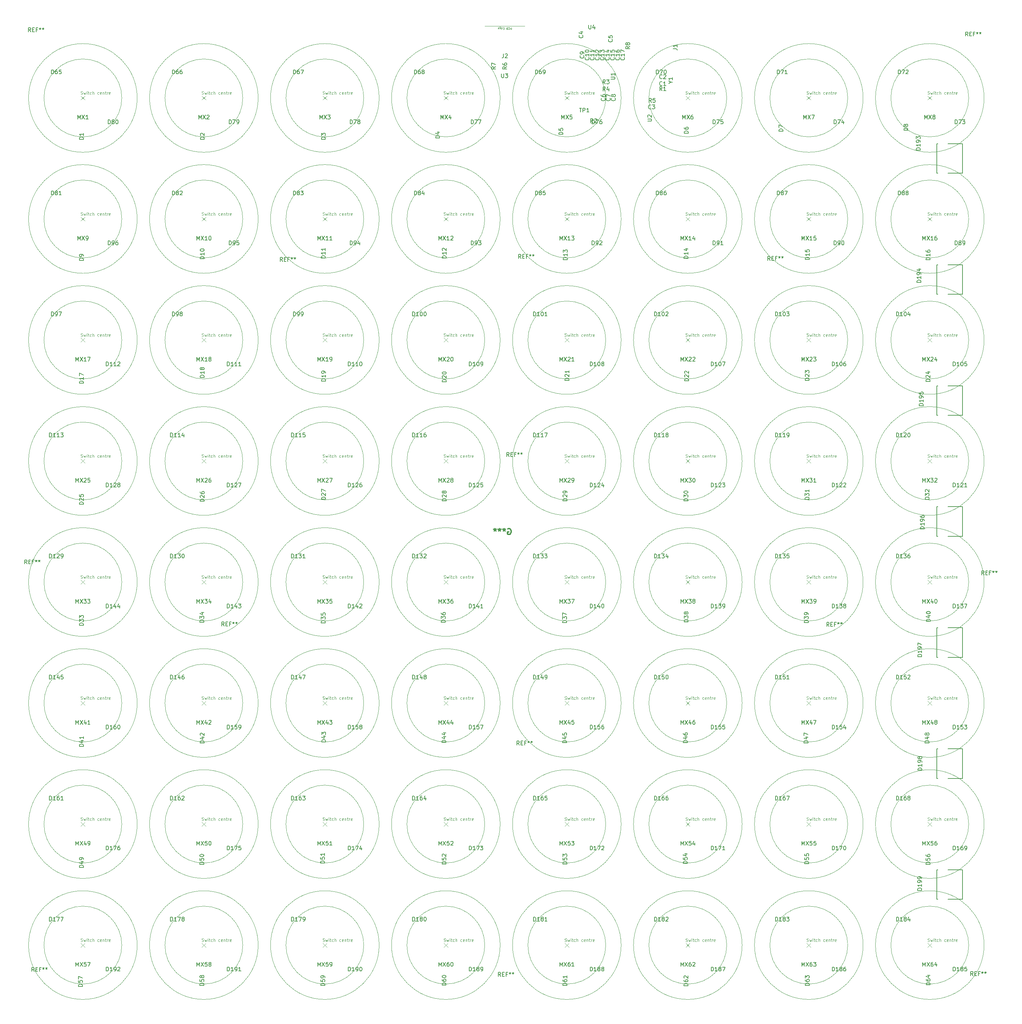
<source format=gbr>
%TF.GenerationSoftware,KiCad,Pcbnew,9.0.1*%
%TF.CreationDate,2025-05-31T16:07:02+01:00*%
%TF.ProjectId,Button MIDI Controller,42757474-6f6e-4204-9d49-444920436f6e,rev?*%
%TF.SameCoordinates,Original*%
%TF.FileFunction,OtherDrawing,Comment*%
%FSLAX46Y46*%
G04 Gerber Fmt 4.6, Leading zero omitted, Abs format (unit mm)*
G04 Created by KiCad (PCBNEW 9.0.1) date 2025-05-31 16:07:02*
%MOMM*%
%LPD*%
G01*
G04 APERTURE LIST*
%ADD10C,0.150000*%
%ADD11C,0.125000*%
%ADD12C,0.300000*%
%ADD13C,0.100000*%
%ADD14C,0.120000*%
%ADD15C,0.127000*%
G04 APERTURE END LIST*
D10*
X-85616285Y267409180D02*
X-85616285Y268409180D01*
X-85616285Y268409180D02*
X-85378190Y268409180D01*
X-85378190Y268409180D02*
X-85235333Y268361561D01*
X-85235333Y268361561D02*
X-85140095Y268266323D01*
X-85140095Y268266323D02*
X-85092476Y268171085D01*
X-85092476Y268171085D02*
X-85044857Y267980609D01*
X-85044857Y267980609D02*
X-85044857Y267837752D01*
X-85044857Y267837752D02*
X-85092476Y267647276D01*
X-85092476Y267647276D02*
X-85140095Y267552038D01*
X-85140095Y267552038D02*
X-85235333Y267456800D01*
X-85235333Y267456800D02*
X-85378190Y267409180D01*
X-85378190Y267409180D02*
X-85616285Y267409180D01*
X-84568666Y267409180D02*
X-84378190Y267409180D01*
X-84378190Y267409180D02*
X-84282952Y267456800D01*
X-84282952Y267456800D02*
X-84235333Y267504419D01*
X-84235333Y267504419D02*
X-84140095Y267647276D01*
X-84140095Y267647276D02*
X-84092476Y267837752D01*
X-84092476Y267837752D02*
X-84092476Y268218704D01*
X-84092476Y268218704D02*
X-84140095Y268313942D01*
X-84140095Y268313942D02*
X-84187714Y268361561D01*
X-84187714Y268361561D02*
X-84282952Y268409180D01*
X-84282952Y268409180D02*
X-84473428Y268409180D01*
X-84473428Y268409180D02*
X-84568666Y268361561D01*
X-84568666Y268361561D02*
X-84616285Y268313942D01*
X-84616285Y268313942D02*
X-84663904Y268218704D01*
X-84663904Y268218704D02*
X-84663904Y267980609D01*
X-84663904Y267980609D02*
X-84616285Y267885371D01*
X-84616285Y267885371D02*
X-84568666Y267837752D01*
X-84568666Y267837752D02*
X-84473428Y267790133D01*
X-84473428Y267790133D02*
X-84282952Y267790133D01*
X-84282952Y267790133D02*
X-84187714Y267837752D01*
X-84187714Y267837752D02*
X-84140095Y267885371D01*
X-84140095Y267885371D02*
X-84092476Y267980609D01*
X-83473428Y268409180D02*
X-83378190Y268409180D01*
X-83378190Y268409180D02*
X-83282952Y268361561D01*
X-83282952Y268361561D02*
X-83235333Y268313942D01*
X-83235333Y268313942D02*
X-83187714Y268218704D01*
X-83187714Y268218704D02*
X-83140095Y268028228D01*
X-83140095Y268028228D02*
X-83140095Y267790133D01*
X-83140095Y267790133D02*
X-83187714Y267599657D01*
X-83187714Y267599657D02*
X-83235333Y267504419D01*
X-83235333Y267504419D02*
X-83282952Y267456800D01*
X-83282952Y267456800D02*
X-83378190Y267409180D01*
X-83378190Y267409180D02*
X-83473428Y267409180D01*
X-83473428Y267409180D02*
X-83568666Y267456800D01*
X-83568666Y267456800D02*
X-83616285Y267504419D01*
X-83616285Y267504419D02*
X-83663904Y267599657D01*
X-83663904Y267599657D02*
X-83711523Y267790133D01*
X-83711523Y267790133D02*
X-83711523Y268028228D01*
X-83711523Y268028228D02*
X-83663904Y268218704D01*
X-83663904Y268218704D02*
X-83616285Y268313942D01*
X-83616285Y268313942D02*
X-83568666Y268361561D01*
X-83568666Y268361561D02*
X-83473428Y268409180D01*
X-251806475Y219319180D02*
X-251806475Y220319180D01*
X-251806475Y220319180D02*
X-251568380Y220319180D01*
X-251568380Y220319180D02*
X-251425523Y220271561D01*
X-251425523Y220271561D02*
X-251330285Y220176323D01*
X-251330285Y220176323D02*
X-251282666Y220081085D01*
X-251282666Y220081085D02*
X-251235047Y219890609D01*
X-251235047Y219890609D02*
X-251235047Y219747752D01*
X-251235047Y219747752D02*
X-251282666Y219557276D01*
X-251282666Y219557276D02*
X-251330285Y219462038D01*
X-251330285Y219462038D02*
X-251425523Y219366800D01*
X-251425523Y219366800D02*
X-251568380Y219319180D01*
X-251568380Y219319180D02*
X-251806475Y219319180D01*
X-250282666Y219319180D02*
X-250854094Y219319180D01*
X-250568380Y219319180D02*
X-250568380Y220319180D01*
X-250568380Y220319180D02*
X-250663618Y220176323D01*
X-250663618Y220176323D02*
X-250758856Y220081085D01*
X-250758856Y220081085D02*
X-250854094Y220033466D01*
X-249330285Y219319180D02*
X-249901713Y219319180D01*
X-249615999Y219319180D02*
X-249615999Y220319180D01*
X-249615999Y220319180D02*
X-249711237Y220176323D01*
X-249711237Y220176323D02*
X-249806475Y220081085D01*
X-249806475Y220081085D02*
X-249901713Y220033466D01*
X-248473142Y219985847D02*
X-248473142Y219319180D01*
X-248711237Y220366800D02*
X-248949332Y219652514D01*
X-248949332Y219652514D02*
X-248330285Y219652514D01*
X-267892475Y85609180D02*
X-267892475Y86609180D01*
X-267892475Y86609180D02*
X-267654380Y86609180D01*
X-267654380Y86609180D02*
X-267511523Y86561561D01*
X-267511523Y86561561D02*
X-267416285Y86466323D01*
X-267416285Y86466323D02*
X-267368666Y86371085D01*
X-267368666Y86371085D02*
X-267321047Y86180609D01*
X-267321047Y86180609D02*
X-267321047Y86037752D01*
X-267321047Y86037752D02*
X-267368666Y85847276D01*
X-267368666Y85847276D02*
X-267416285Y85752038D01*
X-267416285Y85752038D02*
X-267511523Y85656800D01*
X-267511523Y85656800D02*
X-267654380Y85609180D01*
X-267654380Y85609180D02*
X-267892475Y85609180D01*
X-266368666Y85609180D02*
X-266940094Y85609180D01*
X-266654380Y85609180D02*
X-266654380Y86609180D01*
X-266654380Y86609180D02*
X-266749618Y86466323D01*
X-266749618Y86466323D02*
X-266844856Y86371085D01*
X-266844856Y86371085D02*
X-266940094Y86323466D01*
X-265892475Y85609180D02*
X-265701999Y85609180D01*
X-265701999Y85609180D02*
X-265606761Y85656800D01*
X-265606761Y85656800D02*
X-265559142Y85704419D01*
X-265559142Y85704419D02*
X-265463904Y85847276D01*
X-265463904Y85847276D02*
X-265416285Y86037752D01*
X-265416285Y86037752D02*
X-265416285Y86418704D01*
X-265416285Y86418704D02*
X-265463904Y86513942D01*
X-265463904Y86513942D02*
X-265511523Y86561561D01*
X-265511523Y86561561D02*
X-265606761Y86609180D01*
X-265606761Y86609180D02*
X-265797237Y86609180D01*
X-265797237Y86609180D02*
X-265892475Y86561561D01*
X-265892475Y86561561D02*
X-265940094Y86513942D01*
X-265940094Y86513942D02*
X-265987713Y86418704D01*
X-265987713Y86418704D02*
X-265987713Y86180609D01*
X-265987713Y86180609D02*
X-265940094Y86085371D01*
X-265940094Y86085371D02*
X-265892475Y86037752D01*
X-265892475Y86037752D02*
X-265797237Y85990133D01*
X-265797237Y85990133D02*
X-265606761Y85990133D01*
X-265606761Y85990133D02*
X-265511523Y86037752D01*
X-265511523Y86037752D02*
X-265463904Y86085371D01*
X-265463904Y86085371D02*
X-265416285Y86180609D01*
X-265035332Y86513942D02*
X-264987713Y86561561D01*
X-264987713Y86561561D02*
X-264892475Y86609180D01*
X-264892475Y86609180D02*
X-264654380Y86609180D01*
X-264654380Y86609180D02*
X-264559142Y86561561D01*
X-264559142Y86561561D02*
X-264511523Y86513942D01*
X-264511523Y86513942D02*
X-264463904Y86418704D01*
X-264463904Y86418704D02*
X-264463904Y86323466D01*
X-264463904Y86323466D02*
X-264511523Y86180609D01*
X-264511523Y86180609D02*
X-265082951Y85609180D01*
X-265082951Y85609180D02*
X-264463904Y85609180D01*
X-176992475Y237109180D02*
X-176992475Y238109180D01*
X-176992475Y238109180D02*
X-176754380Y238109180D01*
X-176754380Y238109180D02*
X-176611523Y238061561D01*
X-176611523Y238061561D02*
X-176516285Y237966323D01*
X-176516285Y237966323D02*
X-176468666Y237871085D01*
X-176468666Y237871085D02*
X-176421047Y237680609D01*
X-176421047Y237680609D02*
X-176421047Y237537752D01*
X-176421047Y237537752D02*
X-176468666Y237347276D01*
X-176468666Y237347276D02*
X-176516285Y237252038D01*
X-176516285Y237252038D02*
X-176611523Y237156800D01*
X-176611523Y237156800D02*
X-176754380Y237109180D01*
X-176754380Y237109180D02*
X-176992475Y237109180D01*
X-175468666Y237109180D02*
X-176040094Y237109180D01*
X-175754380Y237109180D02*
X-175754380Y238109180D01*
X-175754380Y238109180D02*
X-175849618Y237966323D01*
X-175849618Y237966323D02*
X-175944856Y237871085D01*
X-175944856Y237871085D02*
X-176040094Y237823466D01*
X-174849618Y238109180D02*
X-174754380Y238109180D01*
X-174754380Y238109180D02*
X-174659142Y238061561D01*
X-174659142Y238061561D02*
X-174611523Y238013942D01*
X-174611523Y238013942D02*
X-174563904Y237918704D01*
X-174563904Y237918704D02*
X-174516285Y237728228D01*
X-174516285Y237728228D02*
X-174516285Y237490133D01*
X-174516285Y237490133D02*
X-174563904Y237299657D01*
X-174563904Y237299657D02*
X-174611523Y237204419D01*
X-174611523Y237204419D02*
X-174659142Y237156800D01*
X-174659142Y237156800D02*
X-174754380Y237109180D01*
X-174754380Y237109180D02*
X-174849618Y237109180D01*
X-174849618Y237109180D02*
X-174944856Y237156800D01*
X-174944856Y237156800D02*
X-174992475Y237204419D01*
X-174992475Y237204419D02*
X-175040094Y237299657D01*
X-175040094Y237299657D02*
X-175087713Y237490133D01*
X-175087713Y237490133D02*
X-175087713Y237728228D01*
X-175087713Y237728228D02*
X-175040094Y237918704D01*
X-175040094Y237918704D02*
X-174992475Y238013942D01*
X-174992475Y238013942D02*
X-174944856Y238061561D01*
X-174944856Y238061561D02*
X-174849618Y238109180D01*
X-174040094Y237109180D02*
X-173849618Y237109180D01*
X-173849618Y237109180D02*
X-173754380Y237156800D01*
X-173754380Y237156800D02*
X-173706761Y237204419D01*
X-173706761Y237204419D02*
X-173611523Y237347276D01*
X-173611523Y237347276D02*
X-173563904Y237537752D01*
X-173563904Y237537752D02*
X-173563904Y237918704D01*
X-173563904Y237918704D02*
X-173611523Y238013942D01*
X-173611523Y238013942D02*
X-173659142Y238061561D01*
X-173659142Y238061561D02*
X-173754380Y238109180D01*
X-173754380Y238109180D02*
X-173944856Y238109180D01*
X-173944856Y238109180D02*
X-174040094Y238061561D01*
X-174040094Y238061561D02*
X-174087713Y238013942D01*
X-174087713Y238013942D02*
X-174135332Y237918704D01*
X-174135332Y237918704D02*
X-174135332Y237680609D01*
X-174135332Y237680609D02*
X-174087713Y237585371D01*
X-174087713Y237585371D02*
X-174040094Y237537752D01*
X-174040094Y237537752D02*
X-173944856Y237490133D01*
X-173944856Y237490133D02*
X-173754380Y237490133D01*
X-173754380Y237490133D02*
X-173659142Y237537752D01*
X-173659142Y237537752D02*
X-173611523Y237585371D01*
X-173611523Y237585371D02*
X-173563904Y237680609D01*
X-184611904Y268595180D02*
X-184611904Y269595180D01*
X-184611904Y269595180D02*
X-184278571Y268880895D01*
X-184278571Y268880895D02*
X-183945238Y269595180D01*
X-183945238Y269595180D02*
X-183945238Y268595180D01*
X-183564285Y269595180D02*
X-182897619Y268595180D01*
X-182897619Y269595180D02*
X-183564285Y268595180D01*
X-181992857Y268595180D02*
X-182564285Y268595180D01*
X-182278571Y268595180D02*
X-182278571Y269595180D01*
X-182278571Y269595180D02*
X-182373809Y269452323D01*
X-182373809Y269452323D02*
X-182469047Y269357085D01*
X-182469047Y269357085D02*
X-182564285Y269309466D01*
X-181611904Y269499942D02*
X-181564285Y269547561D01*
X-181564285Y269547561D02*
X-181469047Y269595180D01*
X-181469047Y269595180D02*
X-181230952Y269595180D01*
X-181230952Y269595180D02*
X-181135714Y269547561D01*
X-181135714Y269547561D02*
X-181088095Y269499942D01*
X-181088095Y269499942D02*
X-181040476Y269404704D01*
X-181040476Y269404704D02*
X-181040476Y269309466D01*
X-181040476Y269309466D02*
X-181088095Y269166609D01*
X-181088095Y269166609D02*
X-181659523Y268595180D01*
X-181659523Y268595180D02*
X-181040476Y268595180D01*
D11*
X-183371427Y274845250D02*
X-183264285Y274809535D01*
X-183264285Y274809535D02*
X-183085713Y274809535D01*
X-183085713Y274809535D02*
X-183014285Y274845250D01*
X-183014285Y274845250D02*
X-182978570Y274880964D01*
X-182978570Y274880964D02*
X-182942856Y274952392D01*
X-182942856Y274952392D02*
X-182942856Y275023821D01*
X-182942856Y275023821D02*
X-182978570Y275095250D01*
X-182978570Y275095250D02*
X-183014285Y275130964D01*
X-183014285Y275130964D02*
X-183085713Y275166678D01*
X-183085713Y275166678D02*
X-183228570Y275202392D01*
X-183228570Y275202392D02*
X-183299999Y275238107D01*
X-183299999Y275238107D02*
X-183335713Y275273821D01*
X-183335713Y275273821D02*
X-183371427Y275345250D01*
X-183371427Y275345250D02*
X-183371427Y275416678D01*
X-183371427Y275416678D02*
X-183335713Y275488107D01*
X-183335713Y275488107D02*
X-183299999Y275523821D01*
X-183299999Y275523821D02*
X-183228570Y275559535D01*
X-183228570Y275559535D02*
X-183049999Y275559535D01*
X-183049999Y275559535D02*
X-182942856Y275523821D01*
X-182692856Y275309535D02*
X-182549999Y274809535D01*
X-182549999Y274809535D02*
X-182407141Y275166678D01*
X-182407141Y275166678D02*
X-182264284Y274809535D01*
X-182264284Y274809535D02*
X-182121427Y275309535D01*
X-181835713Y274809535D02*
X-181835713Y275309535D01*
X-181835713Y275559535D02*
X-181871427Y275523821D01*
X-181871427Y275523821D02*
X-181835713Y275488107D01*
X-181835713Y275488107D02*
X-181799999Y275523821D01*
X-181799999Y275523821D02*
X-181835713Y275559535D01*
X-181835713Y275559535D02*
X-181835713Y275488107D01*
X-181585713Y275309535D02*
X-181299999Y275309535D01*
X-181478570Y275559535D02*
X-181478570Y274916678D01*
X-181478570Y274916678D02*
X-181442856Y274845250D01*
X-181442856Y274845250D02*
X-181371427Y274809535D01*
X-181371427Y274809535D02*
X-181299999Y274809535D01*
X-180728571Y274845250D02*
X-180799999Y274809535D01*
X-180799999Y274809535D02*
X-180942856Y274809535D01*
X-180942856Y274809535D02*
X-181014285Y274845250D01*
X-181014285Y274845250D02*
X-181049999Y274880964D01*
X-181049999Y274880964D02*
X-181085713Y274952392D01*
X-181085713Y274952392D02*
X-181085713Y275166678D01*
X-181085713Y275166678D02*
X-181049999Y275238107D01*
X-181049999Y275238107D02*
X-181014285Y275273821D01*
X-181014285Y275273821D02*
X-180942856Y275309535D01*
X-180942856Y275309535D02*
X-180799999Y275309535D01*
X-180799999Y275309535D02*
X-180728571Y275273821D01*
X-180407142Y274809535D02*
X-180407142Y275559535D01*
X-180085714Y274809535D02*
X-180085714Y275202392D01*
X-180085714Y275202392D02*
X-180121428Y275273821D01*
X-180121428Y275273821D02*
X-180192856Y275309535D01*
X-180192856Y275309535D02*
X-180299999Y275309535D01*
X-180299999Y275309535D02*
X-180371428Y275273821D01*
X-180371428Y275273821D02*
X-180407142Y275238107D01*
X-178835714Y274845250D02*
X-178907142Y274809535D01*
X-178907142Y274809535D02*
X-179049999Y274809535D01*
X-179049999Y274809535D02*
X-179121428Y274845250D01*
X-179121428Y274845250D02*
X-179157142Y274880964D01*
X-179157142Y274880964D02*
X-179192856Y274952392D01*
X-179192856Y274952392D02*
X-179192856Y275166678D01*
X-179192856Y275166678D02*
X-179157142Y275238107D01*
X-179157142Y275238107D02*
X-179121428Y275273821D01*
X-179121428Y275273821D02*
X-179049999Y275309535D01*
X-179049999Y275309535D02*
X-178907142Y275309535D01*
X-178907142Y275309535D02*
X-178835714Y275273821D01*
X-178228571Y274845250D02*
X-178299999Y274809535D01*
X-178299999Y274809535D02*
X-178442857Y274809535D01*
X-178442857Y274809535D02*
X-178514285Y274845250D01*
X-178514285Y274845250D02*
X-178549999Y274916678D01*
X-178549999Y274916678D02*
X-178549999Y275202392D01*
X-178549999Y275202392D02*
X-178514285Y275273821D01*
X-178514285Y275273821D02*
X-178442857Y275309535D01*
X-178442857Y275309535D02*
X-178299999Y275309535D01*
X-178299999Y275309535D02*
X-178228571Y275273821D01*
X-178228571Y275273821D02*
X-178192857Y275202392D01*
X-178192857Y275202392D02*
X-178192857Y275130964D01*
X-178192857Y275130964D02*
X-178549999Y275059535D01*
X-177871428Y275309535D02*
X-177871428Y274809535D01*
X-177871428Y275238107D02*
X-177835714Y275273821D01*
X-177835714Y275273821D02*
X-177764285Y275309535D01*
X-177764285Y275309535D02*
X-177657142Y275309535D01*
X-177657142Y275309535D02*
X-177585714Y275273821D01*
X-177585714Y275273821D02*
X-177550000Y275202392D01*
X-177550000Y275202392D02*
X-177550000Y274809535D01*
X-177300000Y275309535D02*
X-177014286Y275309535D01*
X-177192857Y275559535D02*
X-177192857Y274916678D01*
X-177192857Y274916678D02*
X-177157143Y274845250D01*
X-177157143Y274845250D02*
X-177085714Y274809535D01*
X-177085714Y274809535D02*
X-177014286Y274809535D01*
X-176764286Y274809535D02*
X-176764286Y275309535D01*
X-176764286Y275166678D02*
X-176728572Y275238107D01*
X-176728572Y275238107D02*
X-176692858Y275273821D01*
X-176692858Y275273821D02*
X-176621429Y275309535D01*
X-176621429Y275309535D02*
X-176550000Y275309535D01*
X-176014286Y274845250D02*
X-176085714Y274809535D01*
X-176085714Y274809535D02*
X-176228572Y274809535D01*
X-176228572Y274809535D02*
X-176300000Y274845250D01*
X-176300000Y274845250D02*
X-176335714Y274916678D01*
X-176335714Y274916678D02*
X-176335714Y275202392D01*
X-176335714Y275202392D02*
X-176300000Y275273821D01*
X-176300000Y275273821D02*
X-176228572Y275309535D01*
X-176228572Y275309535D02*
X-176085714Y275309535D01*
X-176085714Y275309535D02*
X-176014286Y275273821D01*
X-176014286Y275273821D02*
X-175978572Y275202392D01*
X-175978572Y275202392D02*
X-175978572Y275130964D01*
X-175978572Y275130964D02*
X-176335714Y275059535D01*
D10*
X-69530285Y279919180D02*
X-69530285Y280919180D01*
X-69530285Y280919180D02*
X-69292190Y280919180D01*
X-69292190Y280919180D02*
X-69149333Y280871561D01*
X-69149333Y280871561D02*
X-69054095Y280776323D01*
X-69054095Y280776323D02*
X-69006476Y280681085D01*
X-69006476Y280681085D02*
X-68958857Y280490609D01*
X-68958857Y280490609D02*
X-68958857Y280347752D01*
X-68958857Y280347752D02*
X-69006476Y280157276D01*
X-69006476Y280157276D02*
X-69054095Y280062038D01*
X-69054095Y280062038D02*
X-69149333Y279966800D01*
X-69149333Y279966800D02*
X-69292190Y279919180D01*
X-69292190Y279919180D02*
X-69530285Y279919180D01*
X-68387428Y280490609D02*
X-68482666Y280538228D01*
X-68482666Y280538228D02*
X-68530285Y280585847D01*
X-68530285Y280585847D02*
X-68577904Y280681085D01*
X-68577904Y280681085D02*
X-68577904Y280728704D01*
X-68577904Y280728704D02*
X-68530285Y280823942D01*
X-68530285Y280823942D02*
X-68482666Y280871561D01*
X-68482666Y280871561D02*
X-68387428Y280919180D01*
X-68387428Y280919180D02*
X-68196952Y280919180D01*
X-68196952Y280919180D02*
X-68101714Y280871561D01*
X-68101714Y280871561D02*
X-68054095Y280823942D01*
X-68054095Y280823942D02*
X-68006476Y280728704D01*
X-68006476Y280728704D02*
X-68006476Y280681085D01*
X-68006476Y280681085D02*
X-68054095Y280585847D01*
X-68054095Y280585847D02*
X-68101714Y280538228D01*
X-68101714Y280538228D02*
X-68196952Y280490609D01*
X-68196952Y280490609D02*
X-68387428Y280490609D01*
X-68387428Y280490609D02*
X-68482666Y280442990D01*
X-68482666Y280442990D02*
X-68530285Y280395371D01*
X-68530285Y280395371D02*
X-68577904Y280300133D01*
X-68577904Y280300133D02*
X-68577904Y280109657D01*
X-68577904Y280109657D02*
X-68530285Y280014419D01*
X-68530285Y280014419D02*
X-68482666Y279966800D01*
X-68482666Y279966800D02*
X-68387428Y279919180D01*
X-68387428Y279919180D02*
X-68196952Y279919180D01*
X-68196952Y279919180D02*
X-68101714Y279966800D01*
X-68101714Y279966800D02*
X-68054095Y280014419D01*
X-68054095Y280014419D02*
X-68006476Y280109657D01*
X-68006476Y280109657D02*
X-68006476Y280300133D01*
X-68006476Y280300133D02*
X-68054095Y280395371D01*
X-68054095Y280395371D02*
X-68101714Y280442990D01*
X-68101714Y280442990D02*
X-68196952Y280490609D01*
X-67435047Y280490609D02*
X-67530285Y280538228D01*
X-67530285Y280538228D02*
X-67577904Y280585847D01*
X-67577904Y280585847D02*
X-67625523Y280681085D01*
X-67625523Y280681085D02*
X-67625523Y280728704D01*
X-67625523Y280728704D02*
X-67577904Y280823942D01*
X-67577904Y280823942D02*
X-67530285Y280871561D01*
X-67530285Y280871561D02*
X-67435047Y280919180D01*
X-67435047Y280919180D02*
X-67244571Y280919180D01*
X-67244571Y280919180D02*
X-67149333Y280871561D01*
X-67149333Y280871561D02*
X-67101714Y280823942D01*
X-67101714Y280823942D02*
X-67054095Y280728704D01*
X-67054095Y280728704D02*
X-67054095Y280681085D01*
X-67054095Y280681085D02*
X-67101714Y280585847D01*
X-67101714Y280585847D02*
X-67149333Y280538228D01*
X-67149333Y280538228D02*
X-67244571Y280490609D01*
X-67244571Y280490609D02*
X-67435047Y280490609D01*
X-67435047Y280490609D02*
X-67530285Y280442990D01*
X-67530285Y280442990D02*
X-67577904Y280395371D01*
X-67577904Y280395371D02*
X-67625523Y280300133D01*
X-67625523Y280300133D02*
X-67625523Y280109657D01*
X-67625523Y280109657D02*
X-67577904Y280014419D01*
X-67577904Y280014419D02*
X-67530285Y279966800D01*
X-67530285Y279966800D02*
X-67435047Y279919180D01*
X-67435047Y279919180D02*
X-67244571Y279919180D01*
X-67244571Y279919180D02*
X-67149333Y279966800D01*
X-67149333Y279966800D02*
X-67101714Y280014419D01*
X-67101714Y280014419D02*
X-67054095Y280109657D01*
X-67054095Y280109657D02*
X-67054095Y280300133D01*
X-67054095Y280300133D02*
X-67101714Y280395371D01*
X-67101714Y280395371D02*
X-67149333Y280442990D01*
X-67149333Y280442990D02*
X-67244571Y280490609D01*
X-70006475Y219319180D02*
X-70006475Y220319180D01*
X-70006475Y220319180D02*
X-69768380Y220319180D01*
X-69768380Y220319180D02*
X-69625523Y220271561D01*
X-69625523Y220271561D02*
X-69530285Y220176323D01*
X-69530285Y220176323D02*
X-69482666Y220081085D01*
X-69482666Y220081085D02*
X-69435047Y219890609D01*
X-69435047Y219890609D02*
X-69435047Y219747752D01*
X-69435047Y219747752D02*
X-69482666Y219557276D01*
X-69482666Y219557276D02*
X-69530285Y219462038D01*
X-69530285Y219462038D02*
X-69625523Y219366800D01*
X-69625523Y219366800D02*
X-69768380Y219319180D01*
X-69768380Y219319180D02*
X-70006475Y219319180D01*
X-68482666Y219319180D02*
X-69054094Y219319180D01*
X-68768380Y219319180D02*
X-68768380Y220319180D01*
X-68768380Y220319180D02*
X-68863618Y220176323D01*
X-68863618Y220176323D02*
X-68958856Y220081085D01*
X-68958856Y220081085D02*
X-69054094Y220033466D01*
X-68101713Y220223942D02*
X-68054094Y220271561D01*
X-68054094Y220271561D02*
X-67958856Y220319180D01*
X-67958856Y220319180D02*
X-67720761Y220319180D01*
X-67720761Y220319180D02*
X-67625523Y220271561D01*
X-67625523Y220271561D02*
X-67577904Y220223942D01*
X-67577904Y220223942D02*
X-67530285Y220128704D01*
X-67530285Y220128704D02*
X-67530285Y220033466D01*
X-67530285Y220033466D02*
X-67577904Y219890609D01*
X-67577904Y219890609D02*
X-68149332Y219319180D01*
X-68149332Y219319180D02*
X-67530285Y219319180D01*
X-66911237Y220319180D02*
X-66815999Y220319180D01*
X-66815999Y220319180D02*
X-66720761Y220271561D01*
X-66720761Y220271561D02*
X-66673142Y220223942D01*
X-66673142Y220223942D02*
X-66625523Y220128704D01*
X-66625523Y220128704D02*
X-66577904Y219938228D01*
X-66577904Y219938228D02*
X-66577904Y219700133D01*
X-66577904Y219700133D02*
X-66625523Y219509657D01*
X-66625523Y219509657D02*
X-66673142Y219414419D01*
X-66673142Y219414419D02*
X-66720761Y219366800D01*
X-66720761Y219366800D02*
X-66815999Y219319180D01*
X-66815999Y219319180D02*
X-66911237Y219319180D01*
X-66911237Y219319180D02*
X-67006475Y219366800D01*
X-67006475Y219366800D02*
X-67054094Y219414419D01*
X-67054094Y219414419D02*
X-67101713Y219509657D01*
X-67101713Y219509657D02*
X-67149332Y219700133D01*
X-67149332Y219700133D02*
X-67149332Y219938228D01*
X-67149332Y219938228D02*
X-67101713Y220128704D01*
X-67101713Y220128704D02*
X-67054094Y220223942D01*
X-67054094Y220223942D02*
X-67006475Y220271561D01*
X-67006475Y220271561D02*
X-66911237Y220319180D01*
X-282106475Y128419180D02*
X-282106475Y129419180D01*
X-282106475Y129419180D02*
X-281868380Y129419180D01*
X-281868380Y129419180D02*
X-281725523Y129371561D01*
X-281725523Y129371561D02*
X-281630285Y129276323D01*
X-281630285Y129276323D02*
X-281582666Y129181085D01*
X-281582666Y129181085D02*
X-281535047Y128990609D01*
X-281535047Y128990609D02*
X-281535047Y128847752D01*
X-281535047Y128847752D02*
X-281582666Y128657276D01*
X-281582666Y128657276D02*
X-281630285Y128562038D01*
X-281630285Y128562038D02*
X-281725523Y128466800D01*
X-281725523Y128466800D02*
X-281868380Y128419180D01*
X-281868380Y128419180D02*
X-282106475Y128419180D01*
X-280582666Y128419180D02*
X-281154094Y128419180D01*
X-280868380Y128419180D02*
X-280868380Y129419180D01*
X-280868380Y129419180D02*
X-280963618Y129276323D01*
X-280963618Y129276323D02*
X-281058856Y129181085D01*
X-281058856Y129181085D02*
X-281154094Y129133466D01*
X-279725523Y129419180D02*
X-279915999Y129419180D01*
X-279915999Y129419180D02*
X-280011237Y129371561D01*
X-280011237Y129371561D02*
X-280058856Y129323942D01*
X-280058856Y129323942D02*
X-280154094Y129181085D01*
X-280154094Y129181085D02*
X-280201713Y128990609D01*
X-280201713Y128990609D02*
X-280201713Y128609657D01*
X-280201713Y128609657D02*
X-280154094Y128514419D01*
X-280154094Y128514419D02*
X-280106475Y128466800D01*
X-280106475Y128466800D02*
X-280011237Y128419180D01*
X-280011237Y128419180D02*
X-279820761Y128419180D01*
X-279820761Y128419180D02*
X-279725523Y128466800D01*
X-279725523Y128466800D02*
X-279677904Y128514419D01*
X-279677904Y128514419D02*
X-279630285Y128609657D01*
X-279630285Y128609657D02*
X-279630285Y128847752D01*
X-279630285Y128847752D02*
X-279677904Y128942990D01*
X-279677904Y128942990D02*
X-279725523Y128990609D01*
X-279725523Y128990609D02*
X-279820761Y129038228D01*
X-279820761Y129038228D02*
X-280011237Y129038228D01*
X-280011237Y129038228D02*
X-280106475Y128990609D01*
X-280106475Y128990609D02*
X-280154094Y128942990D01*
X-280154094Y128942990D02*
X-280201713Y128847752D01*
X-278677904Y128419180D02*
X-279249332Y128419180D01*
X-278963618Y128419180D02*
X-278963618Y129419180D01*
X-278963618Y129419180D02*
X-279058856Y129276323D01*
X-279058856Y129276323D02*
X-279154094Y129181085D01*
X-279154094Y129181085D02*
X-279249332Y129133466D01*
X-55316285Y267409180D02*
X-55316285Y268409180D01*
X-55316285Y268409180D02*
X-55078190Y268409180D01*
X-55078190Y268409180D02*
X-54935333Y268361561D01*
X-54935333Y268361561D02*
X-54840095Y268266323D01*
X-54840095Y268266323D02*
X-54792476Y268171085D01*
X-54792476Y268171085D02*
X-54744857Y267980609D01*
X-54744857Y267980609D02*
X-54744857Y267837752D01*
X-54744857Y267837752D02*
X-54792476Y267647276D01*
X-54792476Y267647276D02*
X-54840095Y267552038D01*
X-54840095Y267552038D02*
X-54935333Y267456800D01*
X-54935333Y267456800D02*
X-55078190Y267409180D01*
X-55078190Y267409180D02*
X-55316285Y267409180D01*
X-54173428Y267980609D02*
X-54268666Y268028228D01*
X-54268666Y268028228D02*
X-54316285Y268075847D01*
X-54316285Y268075847D02*
X-54363904Y268171085D01*
X-54363904Y268171085D02*
X-54363904Y268218704D01*
X-54363904Y268218704D02*
X-54316285Y268313942D01*
X-54316285Y268313942D02*
X-54268666Y268361561D01*
X-54268666Y268361561D02*
X-54173428Y268409180D01*
X-54173428Y268409180D02*
X-53982952Y268409180D01*
X-53982952Y268409180D02*
X-53887714Y268361561D01*
X-53887714Y268361561D02*
X-53840095Y268313942D01*
X-53840095Y268313942D02*
X-53792476Y268218704D01*
X-53792476Y268218704D02*
X-53792476Y268171085D01*
X-53792476Y268171085D02*
X-53840095Y268075847D01*
X-53840095Y268075847D02*
X-53887714Y268028228D01*
X-53887714Y268028228D02*
X-53982952Y267980609D01*
X-53982952Y267980609D02*
X-54173428Y267980609D01*
X-54173428Y267980609D02*
X-54268666Y267932990D01*
X-54268666Y267932990D02*
X-54316285Y267885371D01*
X-54316285Y267885371D02*
X-54363904Y267790133D01*
X-54363904Y267790133D02*
X-54363904Y267599657D01*
X-54363904Y267599657D02*
X-54316285Y267504419D01*
X-54316285Y267504419D02*
X-54268666Y267456800D01*
X-54268666Y267456800D02*
X-54173428Y267409180D01*
X-54173428Y267409180D02*
X-53982952Y267409180D01*
X-53982952Y267409180D02*
X-53887714Y267456800D01*
X-53887714Y267456800D02*
X-53840095Y267504419D01*
X-53840095Y267504419D02*
X-53792476Y267599657D01*
X-53792476Y267599657D02*
X-53792476Y267790133D01*
X-53792476Y267790133D02*
X-53840095Y267885371D01*
X-53840095Y267885371D02*
X-53887714Y267932990D01*
X-53887714Y267932990D02*
X-53982952Y267980609D01*
X-53316285Y267409180D02*
X-53125809Y267409180D01*
X-53125809Y267409180D02*
X-53030571Y267456800D01*
X-53030571Y267456800D02*
X-52982952Y267504419D01*
X-52982952Y267504419D02*
X-52887714Y267647276D01*
X-52887714Y267647276D02*
X-52840095Y267837752D01*
X-52840095Y267837752D02*
X-52840095Y268218704D01*
X-52840095Y268218704D02*
X-52887714Y268313942D01*
X-52887714Y268313942D02*
X-52935333Y268361561D01*
X-52935333Y268361561D02*
X-53030571Y268409180D01*
X-53030571Y268409180D02*
X-53221047Y268409180D01*
X-53221047Y268409180D02*
X-53316285Y268361561D01*
X-53316285Y268361561D02*
X-53363904Y268313942D01*
X-53363904Y268313942D02*
X-53411523Y268218704D01*
X-53411523Y268218704D02*
X-53411523Y267980609D01*
X-53411523Y267980609D02*
X-53363904Y267885371D01*
X-53363904Y267885371D02*
X-53316285Y267837752D01*
X-53316285Y267837752D02*
X-53221047Y267790133D01*
X-53221047Y267790133D02*
X-53030571Y267790133D01*
X-53030571Y267790133D02*
X-52935333Y267837752D01*
X-52935333Y267837752D02*
X-52887714Y267885371D01*
X-52887714Y267885371D02*
X-52840095Y267980609D01*
X-214911904Y117095180D02*
X-214911904Y118095180D01*
X-214911904Y118095180D02*
X-214578571Y117380895D01*
X-214578571Y117380895D02*
X-214245238Y118095180D01*
X-214245238Y118095180D02*
X-214245238Y117095180D01*
X-213864285Y118095180D02*
X-213197619Y117095180D01*
X-213197619Y118095180D02*
X-213864285Y117095180D01*
X-212340476Y118095180D02*
X-212816666Y118095180D01*
X-212816666Y118095180D02*
X-212864285Y117618990D01*
X-212864285Y117618990D02*
X-212816666Y117666609D01*
X-212816666Y117666609D02*
X-212721428Y117714228D01*
X-212721428Y117714228D02*
X-212483333Y117714228D01*
X-212483333Y117714228D02*
X-212388095Y117666609D01*
X-212388095Y117666609D02*
X-212340476Y117618990D01*
X-212340476Y117618990D02*
X-212292857Y117523752D01*
X-212292857Y117523752D02*
X-212292857Y117285657D01*
X-212292857Y117285657D02*
X-212340476Y117190419D01*
X-212340476Y117190419D02*
X-212388095Y117142800D01*
X-212388095Y117142800D02*
X-212483333Y117095180D01*
X-212483333Y117095180D02*
X-212721428Y117095180D01*
X-212721428Y117095180D02*
X-212816666Y117142800D01*
X-212816666Y117142800D02*
X-212864285Y117190419D01*
X-211340476Y117095180D02*
X-211911904Y117095180D01*
X-211626190Y117095180D02*
X-211626190Y118095180D01*
X-211626190Y118095180D02*
X-211721428Y117952323D01*
X-211721428Y117952323D02*
X-211816666Y117857085D01*
X-211816666Y117857085D02*
X-211911904Y117809466D01*
D11*
X-213671427Y123345250D02*
X-213564285Y123309535D01*
X-213564285Y123309535D02*
X-213385713Y123309535D01*
X-213385713Y123309535D02*
X-213314285Y123345250D01*
X-213314285Y123345250D02*
X-213278570Y123380964D01*
X-213278570Y123380964D02*
X-213242856Y123452392D01*
X-213242856Y123452392D02*
X-213242856Y123523821D01*
X-213242856Y123523821D02*
X-213278570Y123595250D01*
X-213278570Y123595250D02*
X-213314285Y123630964D01*
X-213314285Y123630964D02*
X-213385713Y123666678D01*
X-213385713Y123666678D02*
X-213528570Y123702392D01*
X-213528570Y123702392D02*
X-213599999Y123738107D01*
X-213599999Y123738107D02*
X-213635713Y123773821D01*
X-213635713Y123773821D02*
X-213671427Y123845250D01*
X-213671427Y123845250D02*
X-213671427Y123916678D01*
X-213671427Y123916678D02*
X-213635713Y123988107D01*
X-213635713Y123988107D02*
X-213599999Y124023821D01*
X-213599999Y124023821D02*
X-213528570Y124059535D01*
X-213528570Y124059535D02*
X-213349999Y124059535D01*
X-213349999Y124059535D02*
X-213242856Y124023821D01*
X-212992856Y123809535D02*
X-212849999Y123309535D01*
X-212849999Y123309535D02*
X-212707141Y123666678D01*
X-212707141Y123666678D02*
X-212564284Y123309535D01*
X-212564284Y123309535D02*
X-212421427Y123809535D01*
X-212135713Y123309535D02*
X-212135713Y123809535D01*
X-212135713Y124059535D02*
X-212171427Y124023821D01*
X-212171427Y124023821D02*
X-212135713Y123988107D01*
X-212135713Y123988107D02*
X-212099999Y124023821D01*
X-212099999Y124023821D02*
X-212135713Y124059535D01*
X-212135713Y124059535D02*
X-212135713Y123988107D01*
X-211885713Y123809535D02*
X-211599999Y123809535D01*
X-211778570Y124059535D02*
X-211778570Y123416678D01*
X-211778570Y123416678D02*
X-211742856Y123345250D01*
X-211742856Y123345250D02*
X-211671427Y123309535D01*
X-211671427Y123309535D02*
X-211599999Y123309535D01*
X-211028571Y123345250D02*
X-211099999Y123309535D01*
X-211099999Y123309535D02*
X-211242856Y123309535D01*
X-211242856Y123309535D02*
X-211314285Y123345250D01*
X-211314285Y123345250D02*
X-211349999Y123380964D01*
X-211349999Y123380964D02*
X-211385713Y123452392D01*
X-211385713Y123452392D02*
X-211385713Y123666678D01*
X-211385713Y123666678D02*
X-211349999Y123738107D01*
X-211349999Y123738107D02*
X-211314285Y123773821D01*
X-211314285Y123773821D02*
X-211242856Y123809535D01*
X-211242856Y123809535D02*
X-211099999Y123809535D01*
X-211099999Y123809535D02*
X-211028571Y123773821D01*
X-210707142Y123309535D02*
X-210707142Y124059535D01*
X-210385714Y123309535D02*
X-210385714Y123702392D01*
X-210385714Y123702392D02*
X-210421428Y123773821D01*
X-210421428Y123773821D02*
X-210492856Y123809535D01*
X-210492856Y123809535D02*
X-210599999Y123809535D01*
X-210599999Y123809535D02*
X-210671428Y123773821D01*
X-210671428Y123773821D02*
X-210707142Y123738107D01*
X-209135714Y123345250D02*
X-209207142Y123309535D01*
X-209207142Y123309535D02*
X-209349999Y123309535D01*
X-209349999Y123309535D02*
X-209421428Y123345250D01*
X-209421428Y123345250D02*
X-209457142Y123380964D01*
X-209457142Y123380964D02*
X-209492856Y123452392D01*
X-209492856Y123452392D02*
X-209492856Y123666678D01*
X-209492856Y123666678D02*
X-209457142Y123738107D01*
X-209457142Y123738107D02*
X-209421428Y123773821D01*
X-209421428Y123773821D02*
X-209349999Y123809535D01*
X-209349999Y123809535D02*
X-209207142Y123809535D01*
X-209207142Y123809535D02*
X-209135714Y123773821D01*
X-208528571Y123345250D02*
X-208599999Y123309535D01*
X-208599999Y123309535D02*
X-208742857Y123309535D01*
X-208742857Y123309535D02*
X-208814285Y123345250D01*
X-208814285Y123345250D02*
X-208849999Y123416678D01*
X-208849999Y123416678D02*
X-208849999Y123702392D01*
X-208849999Y123702392D02*
X-208814285Y123773821D01*
X-208814285Y123773821D02*
X-208742857Y123809535D01*
X-208742857Y123809535D02*
X-208599999Y123809535D01*
X-208599999Y123809535D02*
X-208528571Y123773821D01*
X-208528571Y123773821D02*
X-208492857Y123702392D01*
X-208492857Y123702392D02*
X-208492857Y123630964D01*
X-208492857Y123630964D02*
X-208849999Y123559535D01*
X-208171428Y123809535D02*
X-208171428Y123309535D01*
X-208171428Y123738107D02*
X-208135714Y123773821D01*
X-208135714Y123773821D02*
X-208064285Y123809535D01*
X-208064285Y123809535D02*
X-207957142Y123809535D01*
X-207957142Y123809535D02*
X-207885714Y123773821D01*
X-207885714Y123773821D02*
X-207850000Y123702392D01*
X-207850000Y123702392D02*
X-207850000Y123309535D01*
X-207600000Y123809535D02*
X-207314286Y123809535D01*
X-207492857Y124059535D02*
X-207492857Y123416678D01*
X-207492857Y123416678D02*
X-207457143Y123345250D01*
X-207457143Y123345250D02*
X-207385714Y123309535D01*
X-207385714Y123309535D02*
X-207314286Y123309535D01*
X-207064286Y123309535D02*
X-207064286Y123809535D01*
X-207064286Y123666678D02*
X-207028572Y123738107D01*
X-207028572Y123738107D02*
X-206992858Y123773821D01*
X-206992858Y123773821D02*
X-206921429Y123809535D01*
X-206921429Y123809535D02*
X-206850000Y123809535D01*
X-206314286Y123345250D02*
X-206385714Y123309535D01*
X-206385714Y123309535D02*
X-206528572Y123309535D01*
X-206528572Y123309535D02*
X-206600000Y123345250D01*
X-206600000Y123345250D02*
X-206635714Y123416678D01*
X-206635714Y123416678D02*
X-206635714Y123702392D01*
X-206635714Y123702392D02*
X-206600000Y123773821D01*
X-206600000Y123773821D02*
X-206528572Y123809535D01*
X-206528572Y123809535D02*
X-206385714Y123809535D01*
X-206385714Y123809535D02*
X-206314286Y123773821D01*
X-206314286Y123773821D02*
X-206278572Y123702392D01*
X-206278572Y123702392D02*
X-206278572Y123630964D01*
X-206278572Y123630964D02*
X-206635714Y123559535D01*
D10*
X-124011904Y238295180D02*
X-124011904Y239295180D01*
X-124011904Y239295180D02*
X-123678571Y238580895D01*
X-123678571Y238580895D02*
X-123345238Y239295180D01*
X-123345238Y239295180D02*
X-123345238Y238295180D01*
X-122964285Y239295180D02*
X-122297619Y238295180D01*
X-122297619Y239295180D02*
X-122964285Y238295180D01*
X-121964285Y239199942D02*
X-121916666Y239247561D01*
X-121916666Y239247561D02*
X-121821428Y239295180D01*
X-121821428Y239295180D02*
X-121583333Y239295180D01*
X-121583333Y239295180D02*
X-121488095Y239247561D01*
X-121488095Y239247561D02*
X-121440476Y239199942D01*
X-121440476Y239199942D02*
X-121392857Y239104704D01*
X-121392857Y239104704D02*
X-121392857Y239009466D01*
X-121392857Y239009466D02*
X-121440476Y238866609D01*
X-121440476Y238866609D02*
X-122011904Y238295180D01*
X-122011904Y238295180D02*
X-121392857Y238295180D01*
X-121011904Y239199942D02*
X-120964285Y239247561D01*
X-120964285Y239247561D02*
X-120869047Y239295180D01*
X-120869047Y239295180D02*
X-120630952Y239295180D01*
X-120630952Y239295180D02*
X-120535714Y239247561D01*
X-120535714Y239247561D02*
X-120488095Y239199942D01*
X-120488095Y239199942D02*
X-120440476Y239104704D01*
X-120440476Y239104704D02*
X-120440476Y239009466D01*
X-120440476Y239009466D02*
X-120488095Y238866609D01*
X-120488095Y238866609D02*
X-121059523Y238295180D01*
X-121059523Y238295180D02*
X-120440476Y238295180D01*
D11*
X-122771427Y244545250D02*
X-122664285Y244509535D01*
X-122664285Y244509535D02*
X-122485713Y244509535D01*
X-122485713Y244509535D02*
X-122414285Y244545250D01*
X-122414285Y244545250D02*
X-122378570Y244580964D01*
X-122378570Y244580964D02*
X-122342856Y244652392D01*
X-122342856Y244652392D02*
X-122342856Y244723821D01*
X-122342856Y244723821D02*
X-122378570Y244795250D01*
X-122378570Y244795250D02*
X-122414285Y244830964D01*
X-122414285Y244830964D02*
X-122485713Y244866678D01*
X-122485713Y244866678D02*
X-122628570Y244902392D01*
X-122628570Y244902392D02*
X-122699999Y244938107D01*
X-122699999Y244938107D02*
X-122735713Y244973821D01*
X-122735713Y244973821D02*
X-122771427Y245045250D01*
X-122771427Y245045250D02*
X-122771427Y245116678D01*
X-122771427Y245116678D02*
X-122735713Y245188107D01*
X-122735713Y245188107D02*
X-122699999Y245223821D01*
X-122699999Y245223821D02*
X-122628570Y245259535D01*
X-122628570Y245259535D02*
X-122449999Y245259535D01*
X-122449999Y245259535D02*
X-122342856Y245223821D01*
X-122092856Y245009535D02*
X-121949999Y244509535D01*
X-121949999Y244509535D02*
X-121807141Y244866678D01*
X-121807141Y244866678D02*
X-121664284Y244509535D01*
X-121664284Y244509535D02*
X-121521427Y245009535D01*
X-121235713Y244509535D02*
X-121235713Y245009535D01*
X-121235713Y245259535D02*
X-121271427Y245223821D01*
X-121271427Y245223821D02*
X-121235713Y245188107D01*
X-121235713Y245188107D02*
X-121199999Y245223821D01*
X-121199999Y245223821D02*
X-121235713Y245259535D01*
X-121235713Y245259535D02*
X-121235713Y245188107D01*
X-120985713Y245009535D02*
X-120699999Y245009535D01*
X-120878570Y245259535D02*
X-120878570Y244616678D01*
X-120878570Y244616678D02*
X-120842856Y244545250D01*
X-120842856Y244545250D02*
X-120771427Y244509535D01*
X-120771427Y244509535D02*
X-120699999Y244509535D01*
X-120128571Y244545250D02*
X-120199999Y244509535D01*
X-120199999Y244509535D02*
X-120342856Y244509535D01*
X-120342856Y244509535D02*
X-120414285Y244545250D01*
X-120414285Y244545250D02*
X-120449999Y244580964D01*
X-120449999Y244580964D02*
X-120485713Y244652392D01*
X-120485713Y244652392D02*
X-120485713Y244866678D01*
X-120485713Y244866678D02*
X-120449999Y244938107D01*
X-120449999Y244938107D02*
X-120414285Y244973821D01*
X-120414285Y244973821D02*
X-120342856Y245009535D01*
X-120342856Y245009535D02*
X-120199999Y245009535D01*
X-120199999Y245009535D02*
X-120128571Y244973821D01*
X-119807142Y244509535D02*
X-119807142Y245259535D01*
X-119485714Y244509535D02*
X-119485714Y244902392D01*
X-119485714Y244902392D02*
X-119521428Y244973821D01*
X-119521428Y244973821D02*
X-119592856Y245009535D01*
X-119592856Y245009535D02*
X-119699999Y245009535D01*
X-119699999Y245009535D02*
X-119771428Y244973821D01*
X-119771428Y244973821D02*
X-119807142Y244938107D01*
X-118235714Y244545250D02*
X-118307142Y244509535D01*
X-118307142Y244509535D02*
X-118449999Y244509535D01*
X-118449999Y244509535D02*
X-118521428Y244545250D01*
X-118521428Y244545250D02*
X-118557142Y244580964D01*
X-118557142Y244580964D02*
X-118592856Y244652392D01*
X-118592856Y244652392D02*
X-118592856Y244866678D01*
X-118592856Y244866678D02*
X-118557142Y244938107D01*
X-118557142Y244938107D02*
X-118521428Y244973821D01*
X-118521428Y244973821D02*
X-118449999Y245009535D01*
X-118449999Y245009535D02*
X-118307142Y245009535D01*
X-118307142Y245009535D02*
X-118235714Y244973821D01*
X-117628571Y244545250D02*
X-117699999Y244509535D01*
X-117699999Y244509535D02*
X-117842857Y244509535D01*
X-117842857Y244509535D02*
X-117914285Y244545250D01*
X-117914285Y244545250D02*
X-117949999Y244616678D01*
X-117949999Y244616678D02*
X-117949999Y244902392D01*
X-117949999Y244902392D02*
X-117914285Y244973821D01*
X-117914285Y244973821D02*
X-117842857Y245009535D01*
X-117842857Y245009535D02*
X-117699999Y245009535D01*
X-117699999Y245009535D02*
X-117628571Y244973821D01*
X-117628571Y244973821D02*
X-117592857Y244902392D01*
X-117592857Y244902392D02*
X-117592857Y244830964D01*
X-117592857Y244830964D02*
X-117949999Y244759535D01*
X-117271428Y245009535D02*
X-117271428Y244509535D01*
X-117271428Y244938107D02*
X-117235714Y244973821D01*
X-117235714Y244973821D02*
X-117164285Y245009535D01*
X-117164285Y245009535D02*
X-117057142Y245009535D01*
X-117057142Y245009535D02*
X-116985714Y244973821D01*
X-116985714Y244973821D02*
X-116950000Y244902392D01*
X-116950000Y244902392D02*
X-116950000Y244509535D01*
X-116700000Y245009535D02*
X-116414286Y245009535D01*
X-116592857Y245259535D02*
X-116592857Y244616678D01*
X-116592857Y244616678D02*
X-116557143Y244545250D01*
X-116557143Y244545250D02*
X-116485714Y244509535D01*
X-116485714Y244509535D02*
X-116414286Y244509535D01*
X-116164286Y244509535D02*
X-116164286Y245009535D01*
X-116164286Y244866678D02*
X-116128572Y244938107D01*
X-116128572Y244938107D02*
X-116092858Y244973821D01*
X-116092858Y244973821D02*
X-116021429Y245009535D01*
X-116021429Y245009535D02*
X-115950000Y245009535D01*
X-115414286Y244545250D02*
X-115485714Y244509535D01*
X-115485714Y244509535D02*
X-115628572Y244509535D01*
X-115628572Y244509535D02*
X-115700000Y244545250D01*
X-115700000Y244545250D02*
X-115735714Y244616678D01*
X-115735714Y244616678D02*
X-115735714Y244902392D01*
X-115735714Y244902392D02*
X-115700000Y244973821D01*
X-115700000Y244973821D02*
X-115628572Y245009535D01*
X-115628572Y245009535D02*
X-115485714Y245009535D01*
X-115485714Y245009535D02*
X-115414286Y244973821D01*
X-115414286Y244973821D02*
X-115378572Y244902392D01*
X-115378572Y244902392D02*
X-115378572Y244830964D01*
X-115378572Y244830964D02*
X-115735714Y244759535D01*
D10*
X-70006475Y158719180D02*
X-70006475Y159719180D01*
X-70006475Y159719180D02*
X-69768380Y159719180D01*
X-69768380Y159719180D02*
X-69625523Y159671561D01*
X-69625523Y159671561D02*
X-69530285Y159576323D01*
X-69530285Y159576323D02*
X-69482666Y159481085D01*
X-69482666Y159481085D02*
X-69435047Y159290609D01*
X-69435047Y159290609D02*
X-69435047Y159147752D01*
X-69435047Y159147752D02*
X-69482666Y158957276D01*
X-69482666Y158957276D02*
X-69530285Y158862038D01*
X-69530285Y158862038D02*
X-69625523Y158766800D01*
X-69625523Y158766800D02*
X-69768380Y158719180D01*
X-69768380Y158719180D02*
X-70006475Y158719180D01*
X-68482666Y158719180D02*
X-69054094Y158719180D01*
X-68768380Y158719180D02*
X-68768380Y159719180D01*
X-68768380Y159719180D02*
X-68863618Y159576323D01*
X-68863618Y159576323D02*
X-68958856Y159481085D01*
X-68958856Y159481085D02*
X-69054094Y159433466D01*
X-67577904Y159719180D02*
X-68054094Y159719180D01*
X-68054094Y159719180D02*
X-68101713Y159242990D01*
X-68101713Y159242990D02*
X-68054094Y159290609D01*
X-68054094Y159290609D02*
X-67958856Y159338228D01*
X-67958856Y159338228D02*
X-67720761Y159338228D01*
X-67720761Y159338228D02*
X-67625523Y159290609D01*
X-67625523Y159290609D02*
X-67577904Y159242990D01*
X-67577904Y159242990D02*
X-67530285Y159147752D01*
X-67530285Y159147752D02*
X-67530285Y158909657D01*
X-67530285Y158909657D02*
X-67577904Y158814419D01*
X-67577904Y158814419D02*
X-67625523Y158766800D01*
X-67625523Y158766800D02*
X-67720761Y158719180D01*
X-67720761Y158719180D02*
X-67958856Y158719180D01*
X-67958856Y158719180D02*
X-68054094Y158766800D01*
X-68054094Y158766800D02*
X-68101713Y158814419D01*
X-67149332Y159623942D02*
X-67101713Y159671561D01*
X-67101713Y159671561D02*
X-67006475Y159719180D01*
X-67006475Y159719180D02*
X-66768380Y159719180D01*
X-66768380Y159719180D02*
X-66673142Y159671561D01*
X-66673142Y159671561D02*
X-66625523Y159623942D01*
X-66625523Y159623942D02*
X-66577904Y159528704D01*
X-66577904Y159528704D02*
X-66577904Y159433466D01*
X-66577904Y159433466D02*
X-66625523Y159290609D01*
X-66625523Y159290609D02*
X-67196951Y158719180D01*
X-67196951Y158719180D02*
X-66577904Y158719180D01*
X-52093333Y319715180D02*
X-52426666Y320191371D01*
X-52664761Y319715180D02*
X-52664761Y320715180D01*
X-52664761Y320715180D02*
X-52283809Y320715180D01*
X-52283809Y320715180D02*
X-52188571Y320667561D01*
X-52188571Y320667561D02*
X-52140952Y320619942D01*
X-52140952Y320619942D02*
X-52093333Y320524704D01*
X-52093333Y320524704D02*
X-52093333Y320381847D01*
X-52093333Y320381847D02*
X-52140952Y320286609D01*
X-52140952Y320286609D02*
X-52188571Y320238990D01*
X-52188571Y320238990D02*
X-52283809Y320191371D01*
X-52283809Y320191371D02*
X-52664761Y320191371D01*
X-51664761Y320238990D02*
X-51331428Y320238990D01*
X-51188571Y319715180D02*
X-51664761Y319715180D01*
X-51664761Y319715180D02*
X-51664761Y320715180D01*
X-51664761Y320715180D02*
X-51188571Y320715180D01*
X-50426666Y320238990D02*
X-50759999Y320238990D01*
X-50759999Y319715180D02*
X-50759999Y320715180D01*
X-50759999Y320715180D02*
X-50283809Y320715180D01*
X-49759999Y320715180D02*
X-49759999Y320477085D01*
X-49998094Y320572323D02*
X-49759999Y320477085D01*
X-49759999Y320477085D02*
X-49521904Y320572323D01*
X-49902856Y320286609D02*
X-49759999Y320477085D01*
X-49759999Y320477085D02*
X-49617142Y320286609D01*
X-48998094Y320715180D02*
X-48998094Y320477085D01*
X-49236189Y320572323D02*
X-48998094Y320477085D01*
X-48998094Y320477085D02*
X-48759999Y320572323D01*
X-49140951Y320286609D02*
X-48998094Y320477085D01*
X-48998094Y320477085D02*
X-48855237Y320286609D01*
X-116392475Y237109180D02*
X-116392475Y238109180D01*
X-116392475Y238109180D02*
X-116154380Y238109180D01*
X-116154380Y238109180D02*
X-116011523Y238061561D01*
X-116011523Y238061561D02*
X-115916285Y237966323D01*
X-115916285Y237966323D02*
X-115868666Y237871085D01*
X-115868666Y237871085D02*
X-115821047Y237680609D01*
X-115821047Y237680609D02*
X-115821047Y237537752D01*
X-115821047Y237537752D02*
X-115868666Y237347276D01*
X-115868666Y237347276D02*
X-115916285Y237252038D01*
X-115916285Y237252038D02*
X-116011523Y237156800D01*
X-116011523Y237156800D02*
X-116154380Y237109180D01*
X-116154380Y237109180D02*
X-116392475Y237109180D01*
X-114868666Y237109180D02*
X-115440094Y237109180D01*
X-115154380Y237109180D02*
X-115154380Y238109180D01*
X-115154380Y238109180D02*
X-115249618Y237966323D01*
X-115249618Y237966323D02*
X-115344856Y237871085D01*
X-115344856Y237871085D02*
X-115440094Y237823466D01*
X-114249618Y238109180D02*
X-114154380Y238109180D01*
X-114154380Y238109180D02*
X-114059142Y238061561D01*
X-114059142Y238061561D02*
X-114011523Y238013942D01*
X-114011523Y238013942D02*
X-113963904Y237918704D01*
X-113963904Y237918704D02*
X-113916285Y237728228D01*
X-113916285Y237728228D02*
X-113916285Y237490133D01*
X-113916285Y237490133D02*
X-113963904Y237299657D01*
X-113963904Y237299657D02*
X-114011523Y237204419D01*
X-114011523Y237204419D02*
X-114059142Y237156800D01*
X-114059142Y237156800D02*
X-114154380Y237109180D01*
X-114154380Y237109180D02*
X-114249618Y237109180D01*
X-114249618Y237109180D02*
X-114344856Y237156800D01*
X-114344856Y237156800D02*
X-114392475Y237204419D01*
X-114392475Y237204419D02*
X-114440094Y237299657D01*
X-114440094Y237299657D02*
X-114487713Y237490133D01*
X-114487713Y237490133D02*
X-114487713Y237728228D01*
X-114487713Y237728228D02*
X-114440094Y237918704D01*
X-114440094Y237918704D02*
X-114392475Y238013942D01*
X-114392475Y238013942D02*
X-114344856Y238061561D01*
X-114344856Y238061561D02*
X-114249618Y238109180D01*
X-113582951Y238109180D02*
X-112916285Y238109180D01*
X-112916285Y238109180D02*
X-113344856Y237109180D01*
X-55792475Y176509180D02*
X-55792475Y177509180D01*
X-55792475Y177509180D02*
X-55554380Y177509180D01*
X-55554380Y177509180D02*
X-55411523Y177461561D01*
X-55411523Y177461561D02*
X-55316285Y177366323D01*
X-55316285Y177366323D02*
X-55268666Y177271085D01*
X-55268666Y177271085D02*
X-55221047Y177080609D01*
X-55221047Y177080609D02*
X-55221047Y176937752D01*
X-55221047Y176937752D02*
X-55268666Y176747276D01*
X-55268666Y176747276D02*
X-55316285Y176652038D01*
X-55316285Y176652038D02*
X-55411523Y176556800D01*
X-55411523Y176556800D02*
X-55554380Y176509180D01*
X-55554380Y176509180D02*
X-55792475Y176509180D01*
X-54268666Y176509180D02*
X-54840094Y176509180D01*
X-54554380Y176509180D02*
X-54554380Y177509180D01*
X-54554380Y177509180D02*
X-54649618Y177366323D01*
X-54649618Y177366323D02*
X-54744856Y177271085D01*
X-54744856Y177271085D02*
X-54840094Y177223466D01*
X-53935332Y177509180D02*
X-53316285Y177509180D01*
X-53316285Y177509180D02*
X-53649618Y177128228D01*
X-53649618Y177128228D02*
X-53506761Y177128228D01*
X-53506761Y177128228D02*
X-53411523Y177080609D01*
X-53411523Y177080609D02*
X-53363904Y177032990D01*
X-53363904Y177032990D02*
X-53316285Y176937752D01*
X-53316285Y176937752D02*
X-53316285Y176699657D01*
X-53316285Y176699657D02*
X-53363904Y176604419D01*
X-53363904Y176604419D02*
X-53411523Y176556800D01*
X-53411523Y176556800D02*
X-53506761Y176509180D01*
X-53506761Y176509180D02*
X-53792475Y176509180D01*
X-53792475Y176509180D02*
X-53887713Y176556800D01*
X-53887713Y176556800D02*
X-53935332Y176604419D01*
X-52982951Y177509180D02*
X-52316285Y177509180D01*
X-52316285Y177509180D02*
X-52744856Y176509180D01*
X-184135713Y298895180D02*
X-184135713Y299895180D01*
X-184135713Y299895180D02*
X-183802380Y299180895D01*
X-183802380Y299180895D02*
X-183469047Y299895180D01*
X-183469047Y299895180D02*
X-183469047Y298895180D01*
X-183088094Y299895180D02*
X-182421428Y298895180D01*
X-182421428Y299895180D02*
X-183088094Y298895180D01*
X-181611904Y299561847D02*
X-181611904Y298895180D01*
X-181849999Y299942800D02*
X-182088094Y299228514D01*
X-182088094Y299228514D02*
X-181469047Y299228514D01*
D11*
X-183371427Y305145250D02*
X-183264285Y305109535D01*
X-183264285Y305109535D02*
X-183085713Y305109535D01*
X-183085713Y305109535D02*
X-183014285Y305145250D01*
X-183014285Y305145250D02*
X-182978570Y305180964D01*
X-182978570Y305180964D02*
X-182942856Y305252392D01*
X-182942856Y305252392D02*
X-182942856Y305323821D01*
X-182942856Y305323821D02*
X-182978570Y305395250D01*
X-182978570Y305395250D02*
X-183014285Y305430964D01*
X-183014285Y305430964D02*
X-183085713Y305466678D01*
X-183085713Y305466678D02*
X-183228570Y305502392D01*
X-183228570Y305502392D02*
X-183299999Y305538107D01*
X-183299999Y305538107D02*
X-183335713Y305573821D01*
X-183335713Y305573821D02*
X-183371427Y305645250D01*
X-183371427Y305645250D02*
X-183371427Y305716678D01*
X-183371427Y305716678D02*
X-183335713Y305788107D01*
X-183335713Y305788107D02*
X-183299999Y305823821D01*
X-183299999Y305823821D02*
X-183228570Y305859535D01*
X-183228570Y305859535D02*
X-183049999Y305859535D01*
X-183049999Y305859535D02*
X-182942856Y305823821D01*
X-182692856Y305609535D02*
X-182549999Y305109535D01*
X-182549999Y305109535D02*
X-182407141Y305466678D01*
X-182407141Y305466678D02*
X-182264284Y305109535D01*
X-182264284Y305109535D02*
X-182121427Y305609535D01*
X-181835713Y305109535D02*
X-181835713Y305609535D01*
X-181835713Y305859535D02*
X-181871427Y305823821D01*
X-181871427Y305823821D02*
X-181835713Y305788107D01*
X-181835713Y305788107D02*
X-181799999Y305823821D01*
X-181799999Y305823821D02*
X-181835713Y305859535D01*
X-181835713Y305859535D02*
X-181835713Y305788107D01*
X-181585713Y305609535D02*
X-181299999Y305609535D01*
X-181478570Y305859535D02*
X-181478570Y305216678D01*
X-181478570Y305216678D02*
X-181442856Y305145250D01*
X-181442856Y305145250D02*
X-181371427Y305109535D01*
X-181371427Y305109535D02*
X-181299999Y305109535D01*
X-180728571Y305145250D02*
X-180799999Y305109535D01*
X-180799999Y305109535D02*
X-180942856Y305109535D01*
X-180942856Y305109535D02*
X-181014285Y305145250D01*
X-181014285Y305145250D02*
X-181049999Y305180964D01*
X-181049999Y305180964D02*
X-181085713Y305252392D01*
X-181085713Y305252392D02*
X-181085713Y305466678D01*
X-181085713Y305466678D02*
X-181049999Y305538107D01*
X-181049999Y305538107D02*
X-181014285Y305573821D01*
X-181014285Y305573821D02*
X-180942856Y305609535D01*
X-180942856Y305609535D02*
X-180799999Y305609535D01*
X-180799999Y305609535D02*
X-180728571Y305573821D01*
X-180407142Y305109535D02*
X-180407142Y305859535D01*
X-180085714Y305109535D02*
X-180085714Y305502392D01*
X-180085714Y305502392D02*
X-180121428Y305573821D01*
X-180121428Y305573821D02*
X-180192856Y305609535D01*
X-180192856Y305609535D02*
X-180299999Y305609535D01*
X-180299999Y305609535D02*
X-180371428Y305573821D01*
X-180371428Y305573821D02*
X-180407142Y305538107D01*
X-178835714Y305145250D02*
X-178907142Y305109535D01*
X-178907142Y305109535D02*
X-179049999Y305109535D01*
X-179049999Y305109535D02*
X-179121428Y305145250D01*
X-179121428Y305145250D02*
X-179157142Y305180964D01*
X-179157142Y305180964D02*
X-179192856Y305252392D01*
X-179192856Y305252392D02*
X-179192856Y305466678D01*
X-179192856Y305466678D02*
X-179157142Y305538107D01*
X-179157142Y305538107D02*
X-179121428Y305573821D01*
X-179121428Y305573821D02*
X-179049999Y305609535D01*
X-179049999Y305609535D02*
X-178907142Y305609535D01*
X-178907142Y305609535D02*
X-178835714Y305573821D01*
X-178228571Y305145250D02*
X-178299999Y305109535D01*
X-178299999Y305109535D02*
X-178442857Y305109535D01*
X-178442857Y305109535D02*
X-178514285Y305145250D01*
X-178514285Y305145250D02*
X-178549999Y305216678D01*
X-178549999Y305216678D02*
X-178549999Y305502392D01*
X-178549999Y305502392D02*
X-178514285Y305573821D01*
X-178514285Y305573821D02*
X-178442857Y305609535D01*
X-178442857Y305609535D02*
X-178299999Y305609535D01*
X-178299999Y305609535D02*
X-178228571Y305573821D01*
X-178228571Y305573821D02*
X-178192857Y305502392D01*
X-178192857Y305502392D02*
X-178192857Y305430964D01*
X-178192857Y305430964D02*
X-178549999Y305359535D01*
X-177871428Y305609535D02*
X-177871428Y305109535D01*
X-177871428Y305538107D02*
X-177835714Y305573821D01*
X-177835714Y305573821D02*
X-177764285Y305609535D01*
X-177764285Y305609535D02*
X-177657142Y305609535D01*
X-177657142Y305609535D02*
X-177585714Y305573821D01*
X-177585714Y305573821D02*
X-177550000Y305502392D01*
X-177550000Y305502392D02*
X-177550000Y305109535D01*
X-177300000Y305609535D02*
X-177014286Y305609535D01*
X-177192857Y305859535D02*
X-177192857Y305216678D01*
X-177192857Y305216678D02*
X-177157143Y305145250D01*
X-177157143Y305145250D02*
X-177085714Y305109535D01*
X-177085714Y305109535D02*
X-177014286Y305109535D01*
X-176764286Y305109535D02*
X-176764286Y305609535D01*
X-176764286Y305466678D02*
X-176728572Y305538107D01*
X-176728572Y305538107D02*
X-176692858Y305573821D01*
X-176692858Y305573821D02*
X-176621429Y305609535D01*
X-176621429Y305609535D02*
X-176550000Y305609535D01*
X-176014286Y305145250D02*
X-176085714Y305109535D01*
X-176085714Y305109535D02*
X-176228572Y305109535D01*
X-176228572Y305109535D02*
X-176300000Y305145250D01*
X-176300000Y305145250D02*
X-176335714Y305216678D01*
X-176335714Y305216678D02*
X-176335714Y305502392D01*
X-176335714Y305502392D02*
X-176300000Y305573821D01*
X-176300000Y305573821D02*
X-176228572Y305609535D01*
X-176228572Y305609535D02*
X-176085714Y305609535D01*
X-176085714Y305609535D02*
X-176014286Y305573821D01*
X-176014286Y305573821D02*
X-175978572Y305502392D01*
X-175978572Y305502392D02*
X-175978572Y305430964D01*
X-175978572Y305430964D02*
X-176335714Y305359535D01*
D10*
X-160906475Y189019180D02*
X-160906475Y190019180D01*
X-160906475Y190019180D02*
X-160668380Y190019180D01*
X-160668380Y190019180D02*
X-160525523Y189971561D01*
X-160525523Y189971561D02*
X-160430285Y189876323D01*
X-160430285Y189876323D02*
X-160382666Y189781085D01*
X-160382666Y189781085D02*
X-160335047Y189590609D01*
X-160335047Y189590609D02*
X-160335047Y189447752D01*
X-160335047Y189447752D02*
X-160382666Y189257276D01*
X-160382666Y189257276D02*
X-160430285Y189162038D01*
X-160430285Y189162038D02*
X-160525523Y189066800D01*
X-160525523Y189066800D02*
X-160668380Y189019180D01*
X-160668380Y189019180D02*
X-160906475Y189019180D01*
X-159382666Y189019180D02*
X-159954094Y189019180D01*
X-159668380Y189019180D02*
X-159668380Y190019180D01*
X-159668380Y190019180D02*
X-159763618Y189876323D01*
X-159763618Y189876323D02*
X-159858856Y189781085D01*
X-159858856Y189781085D02*
X-159954094Y189733466D01*
X-159049332Y190019180D02*
X-158430285Y190019180D01*
X-158430285Y190019180D02*
X-158763618Y189638228D01*
X-158763618Y189638228D02*
X-158620761Y189638228D01*
X-158620761Y189638228D02*
X-158525523Y189590609D01*
X-158525523Y189590609D02*
X-158477904Y189542990D01*
X-158477904Y189542990D02*
X-158430285Y189447752D01*
X-158430285Y189447752D02*
X-158430285Y189209657D01*
X-158430285Y189209657D02*
X-158477904Y189114419D01*
X-158477904Y189114419D02*
X-158525523Y189066800D01*
X-158525523Y189066800D02*
X-158620761Y189019180D01*
X-158620761Y189019180D02*
X-158906475Y189019180D01*
X-158906475Y189019180D02*
X-159001713Y189066800D01*
X-159001713Y189066800D02*
X-159049332Y189114419D01*
X-158096951Y190019180D02*
X-157477904Y190019180D01*
X-157477904Y190019180D02*
X-157811237Y189638228D01*
X-157811237Y189638228D02*
X-157668380Y189638228D01*
X-157668380Y189638228D02*
X-157573142Y189590609D01*
X-157573142Y189590609D02*
X-157525523Y189542990D01*
X-157525523Y189542990D02*
X-157477904Y189447752D01*
X-157477904Y189447752D02*
X-157477904Y189209657D01*
X-157477904Y189209657D02*
X-157525523Y189114419D01*
X-157525523Y189114419D02*
X-157573142Y189066800D01*
X-157573142Y189066800D02*
X-157668380Y189019180D01*
X-157668380Y189019180D02*
X-157954094Y189019180D01*
X-157954094Y189019180D02*
X-158049332Y189066800D01*
X-158049332Y189066800D02*
X-158096951Y189114419D01*
X-282106475Y219319180D02*
X-282106475Y220319180D01*
X-282106475Y220319180D02*
X-281868380Y220319180D01*
X-281868380Y220319180D02*
X-281725523Y220271561D01*
X-281725523Y220271561D02*
X-281630285Y220176323D01*
X-281630285Y220176323D02*
X-281582666Y220081085D01*
X-281582666Y220081085D02*
X-281535047Y219890609D01*
X-281535047Y219890609D02*
X-281535047Y219747752D01*
X-281535047Y219747752D02*
X-281582666Y219557276D01*
X-281582666Y219557276D02*
X-281630285Y219462038D01*
X-281630285Y219462038D02*
X-281725523Y219366800D01*
X-281725523Y219366800D02*
X-281868380Y219319180D01*
X-281868380Y219319180D02*
X-282106475Y219319180D01*
X-280582666Y219319180D02*
X-281154094Y219319180D01*
X-280868380Y219319180D02*
X-280868380Y220319180D01*
X-280868380Y220319180D02*
X-280963618Y220176323D01*
X-280963618Y220176323D02*
X-281058856Y220081085D01*
X-281058856Y220081085D02*
X-281154094Y220033466D01*
X-279630285Y219319180D02*
X-280201713Y219319180D01*
X-279915999Y219319180D02*
X-279915999Y220319180D01*
X-279915999Y220319180D02*
X-280011237Y220176323D01*
X-280011237Y220176323D02*
X-280106475Y220081085D01*
X-280106475Y220081085D02*
X-280201713Y220033466D01*
X-279296951Y220319180D02*
X-278677904Y220319180D01*
X-278677904Y220319180D02*
X-279011237Y219938228D01*
X-279011237Y219938228D02*
X-278868380Y219938228D01*
X-278868380Y219938228D02*
X-278773142Y219890609D01*
X-278773142Y219890609D02*
X-278725523Y219842990D01*
X-278725523Y219842990D02*
X-278677904Y219747752D01*
X-278677904Y219747752D02*
X-278677904Y219509657D01*
X-278677904Y219509657D02*
X-278725523Y219414419D01*
X-278725523Y219414419D02*
X-278773142Y219366800D01*
X-278773142Y219366800D02*
X-278868380Y219319180D01*
X-278868380Y219319180D02*
X-279154094Y219319180D01*
X-279154094Y219319180D02*
X-279249332Y219366800D01*
X-279249332Y219366800D02*
X-279296951Y219414419D01*
X-115916285Y267409180D02*
X-115916285Y268409180D01*
X-115916285Y268409180D02*
X-115678190Y268409180D01*
X-115678190Y268409180D02*
X-115535333Y268361561D01*
X-115535333Y268361561D02*
X-115440095Y268266323D01*
X-115440095Y268266323D02*
X-115392476Y268171085D01*
X-115392476Y268171085D02*
X-115344857Y267980609D01*
X-115344857Y267980609D02*
X-115344857Y267837752D01*
X-115344857Y267837752D02*
X-115392476Y267647276D01*
X-115392476Y267647276D02*
X-115440095Y267552038D01*
X-115440095Y267552038D02*
X-115535333Y267456800D01*
X-115535333Y267456800D02*
X-115678190Y267409180D01*
X-115678190Y267409180D02*
X-115916285Y267409180D01*
X-114868666Y267409180D02*
X-114678190Y267409180D01*
X-114678190Y267409180D02*
X-114582952Y267456800D01*
X-114582952Y267456800D02*
X-114535333Y267504419D01*
X-114535333Y267504419D02*
X-114440095Y267647276D01*
X-114440095Y267647276D02*
X-114392476Y267837752D01*
X-114392476Y267837752D02*
X-114392476Y268218704D01*
X-114392476Y268218704D02*
X-114440095Y268313942D01*
X-114440095Y268313942D02*
X-114487714Y268361561D01*
X-114487714Y268361561D02*
X-114582952Y268409180D01*
X-114582952Y268409180D02*
X-114773428Y268409180D01*
X-114773428Y268409180D02*
X-114868666Y268361561D01*
X-114868666Y268361561D02*
X-114916285Y268313942D01*
X-114916285Y268313942D02*
X-114963904Y268218704D01*
X-114963904Y268218704D02*
X-114963904Y267980609D01*
X-114963904Y267980609D02*
X-114916285Y267885371D01*
X-114916285Y267885371D02*
X-114868666Y267837752D01*
X-114868666Y267837752D02*
X-114773428Y267790133D01*
X-114773428Y267790133D02*
X-114582952Y267790133D01*
X-114582952Y267790133D02*
X-114487714Y267837752D01*
X-114487714Y267837752D02*
X-114440095Y267885371D01*
X-114440095Y267885371D02*
X-114392476Y267980609D01*
X-113440095Y267409180D02*
X-114011523Y267409180D01*
X-113725809Y267409180D02*
X-113725809Y268409180D01*
X-113725809Y268409180D02*
X-113821047Y268266323D01*
X-113821047Y268266323D02*
X-113916285Y268171085D01*
X-113916285Y268171085D02*
X-114011523Y268123466D01*
X-190730285Y279919180D02*
X-190730285Y280919180D01*
X-190730285Y280919180D02*
X-190492190Y280919180D01*
X-190492190Y280919180D02*
X-190349333Y280871561D01*
X-190349333Y280871561D02*
X-190254095Y280776323D01*
X-190254095Y280776323D02*
X-190206476Y280681085D01*
X-190206476Y280681085D02*
X-190158857Y280490609D01*
X-190158857Y280490609D02*
X-190158857Y280347752D01*
X-190158857Y280347752D02*
X-190206476Y280157276D01*
X-190206476Y280157276D02*
X-190254095Y280062038D01*
X-190254095Y280062038D02*
X-190349333Y279966800D01*
X-190349333Y279966800D02*
X-190492190Y279919180D01*
X-190492190Y279919180D02*
X-190730285Y279919180D01*
X-189587428Y280490609D02*
X-189682666Y280538228D01*
X-189682666Y280538228D02*
X-189730285Y280585847D01*
X-189730285Y280585847D02*
X-189777904Y280681085D01*
X-189777904Y280681085D02*
X-189777904Y280728704D01*
X-189777904Y280728704D02*
X-189730285Y280823942D01*
X-189730285Y280823942D02*
X-189682666Y280871561D01*
X-189682666Y280871561D02*
X-189587428Y280919180D01*
X-189587428Y280919180D02*
X-189396952Y280919180D01*
X-189396952Y280919180D02*
X-189301714Y280871561D01*
X-189301714Y280871561D02*
X-189254095Y280823942D01*
X-189254095Y280823942D02*
X-189206476Y280728704D01*
X-189206476Y280728704D02*
X-189206476Y280681085D01*
X-189206476Y280681085D02*
X-189254095Y280585847D01*
X-189254095Y280585847D02*
X-189301714Y280538228D01*
X-189301714Y280538228D02*
X-189396952Y280490609D01*
X-189396952Y280490609D02*
X-189587428Y280490609D01*
X-189587428Y280490609D02*
X-189682666Y280442990D01*
X-189682666Y280442990D02*
X-189730285Y280395371D01*
X-189730285Y280395371D02*
X-189777904Y280300133D01*
X-189777904Y280300133D02*
X-189777904Y280109657D01*
X-189777904Y280109657D02*
X-189730285Y280014419D01*
X-189730285Y280014419D02*
X-189682666Y279966800D01*
X-189682666Y279966800D02*
X-189587428Y279919180D01*
X-189587428Y279919180D02*
X-189396952Y279919180D01*
X-189396952Y279919180D02*
X-189301714Y279966800D01*
X-189301714Y279966800D02*
X-189254095Y280014419D01*
X-189254095Y280014419D02*
X-189206476Y280109657D01*
X-189206476Y280109657D02*
X-189206476Y280300133D01*
X-189206476Y280300133D02*
X-189254095Y280395371D01*
X-189254095Y280395371D02*
X-189301714Y280442990D01*
X-189301714Y280442990D02*
X-189396952Y280490609D01*
X-188349333Y280585847D02*
X-188349333Y279919180D01*
X-188587428Y280966800D02*
X-188825523Y280252514D01*
X-188825523Y280252514D02*
X-188206476Y280252514D01*
X-244735713Y298895180D02*
X-244735713Y299895180D01*
X-244735713Y299895180D02*
X-244402380Y299180895D01*
X-244402380Y299180895D02*
X-244069047Y299895180D01*
X-244069047Y299895180D02*
X-244069047Y298895180D01*
X-243688094Y299895180D02*
X-243021428Y298895180D01*
X-243021428Y299895180D02*
X-243688094Y298895180D01*
X-242688094Y299799942D02*
X-242640475Y299847561D01*
X-242640475Y299847561D02*
X-242545237Y299895180D01*
X-242545237Y299895180D02*
X-242307142Y299895180D01*
X-242307142Y299895180D02*
X-242211904Y299847561D01*
X-242211904Y299847561D02*
X-242164285Y299799942D01*
X-242164285Y299799942D02*
X-242116666Y299704704D01*
X-242116666Y299704704D02*
X-242116666Y299609466D01*
X-242116666Y299609466D02*
X-242164285Y299466609D01*
X-242164285Y299466609D02*
X-242735713Y298895180D01*
X-242735713Y298895180D02*
X-242116666Y298895180D01*
D11*
X-243971427Y305145250D02*
X-243864285Y305109535D01*
X-243864285Y305109535D02*
X-243685713Y305109535D01*
X-243685713Y305109535D02*
X-243614285Y305145250D01*
X-243614285Y305145250D02*
X-243578570Y305180964D01*
X-243578570Y305180964D02*
X-243542856Y305252392D01*
X-243542856Y305252392D02*
X-243542856Y305323821D01*
X-243542856Y305323821D02*
X-243578570Y305395250D01*
X-243578570Y305395250D02*
X-243614285Y305430964D01*
X-243614285Y305430964D02*
X-243685713Y305466678D01*
X-243685713Y305466678D02*
X-243828570Y305502392D01*
X-243828570Y305502392D02*
X-243899999Y305538107D01*
X-243899999Y305538107D02*
X-243935713Y305573821D01*
X-243935713Y305573821D02*
X-243971427Y305645250D01*
X-243971427Y305645250D02*
X-243971427Y305716678D01*
X-243971427Y305716678D02*
X-243935713Y305788107D01*
X-243935713Y305788107D02*
X-243899999Y305823821D01*
X-243899999Y305823821D02*
X-243828570Y305859535D01*
X-243828570Y305859535D02*
X-243649999Y305859535D01*
X-243649999Y305859535D02*
X-243542856Y305823821D01*
X-243292856Y305609535D02*
X-243149999Y305109535D01*
X-243149999Y305109535D02*
X-243007141Y305466678D01*
X-243007141Y305466678D02*
X-242864284Y305109535D01*
X-242864284Y305109535D02*
X-242721427Y305609535D01*
X-242435713Y305109535D02*
X-242435713Y305609535D01*
X-242435713Y305859535D02*
X-242471427Y305823821D01*
X-242471427Y305823821D02*
X-242435713Y305788107D01*
X-242435713Y305788107D02*
X-242399999Y305823821D01*
X-242399999Y305823821D02*
X-242435713Y305859535D01*
X-242435713Y305859535D02*
X-242435713Y305788107D01*
X-242185713Y305609535D02*
X-241899999Y305609535D01*
X-242078570Y305859535D02*
X-242078570Y305216678D01*
X-242078570Y305216678D02*
X-242042856Y305145250D01*
X-242042856Y305145250D02*
X-241971427Y305109535D01*
X-241971427Y305109535D02*
X-241899999Y305109535D01*
X-241328571Y305145250D02*
X-241399999Y305109535D01*
X-241399999Y305109535D02*
X-241542856Y305109535D01*
X-241542856Y305109535D02*
X-241614285Y305145250D01*
X-241614285Y305145250D02*
X-241649999Y305180964D01*
X-241649999Y305180964D02*
X-241685713Y305252392D01*
X-241685713Y305252392D02*
X-241685713Y305466678D01*
X-241685713Y305466678D02*
X-241649999Y305538107D01*
X-241649999Y305538107D02*
X-241614285Y305573821D01*
X-241614285Y305573821D02*
X-241542856Y305609535D01*
X-241542856Y305609535D02*
X-241399999Y305609535D01*
X-241399999Y305609535D02*
X-241328571Y305573821D01*
X-241007142Y305109535D02*
X-241007142Y305859535D01*
X-240685714Y305109535D02*
X-240685714Y305502392D01*
X-240685714Y305502392D02*
X-240721428Y305573821D01*
X-240721428Y305573821D02*
X-240792856Y305609535D01*
X-240792856Y305609535D02*
X-240899999Y305609535D01*
X-240899999Y305609535D02*
X-240971428Y305573821D01*
X-240971428Y305573821D02*
X-241007142Y305538107D01*
X-239435714Y305145250D02*
X-239507142Y305109535D01*
X-239507142Y305109535D02*
X-239649999Y305109535D01*
X-239649999Y305109535D02*
X-239721428Y305145250D01*
X-239721428Y305145250D02*
X-239757142Y305180964D01*
X-239757142Y305180964D02*
X-239792856Y305252392D01*
X-239792856Y305252392D02*
X-239792856Y305466678D01*
X-239792856Y305466678D02*
X-239757142Y305538107D01*
X-239757142Y305538107D02*
X-239721428Y305573821D01*
X-239721428Y305573821D02*
X-239649999Y305609535D01*
X-239649999Y305609535D02*
X-239507142Y305609535D01*
X-239507142Y305609535D02*
X-239435714Y305573821D01*
X-238828571Y305145250D02*
X-238899999Y305109535D01*
X-238899999Y305109535D02*
X-239042857Y305109535D01*
X-239042857Y305109535D02*
X-239114285Y305145250D01*
X-239114285Y305145250D02*
X-239149999Y305216678D01*
X-239149999Y305216678D02*
X-239149999Y305502392D01*
X-239149999Y305502392D02*
X-239114285Y305573821D01*
X-239114285Y305573821D02*
X-239042857Y305609535D01*
X-239042857Y305609535D02*
X-238899999Y305609535D01*
X-238899999Y305609535D02*
X-238828571Y305573821D01*
X-238828571Y305573821D02*
X-238792857Y305502392D01*
X-238792857Y305502392D02*
X-238792857Y305430964D01*
X-238792857Y305430964D02*
X-239149999Y305359535D01*
X-238471428Y305609535D02*
X-238471428Y305109535D01*
X-238471428Y305538107D02*
X-238435714Y305573821D01*
X-238435714Y305573821D02*
X-238364285Y305609535D01*
X-238364285Y305609535D02*
X-238257142Y305609535D01*
X-238257142Y305609535D02*
X-238185714Y305573821D01*
X-238185714Y305573821D02*
X-238150000Y305502392D01*
X-238150000Y305502392D02*
X-238150000Y305109535D01*
X-237900000Y305609535D02*
X-237614286Y305609535D01*
X-237792857Y305859535D02*
X-237792857Y305216678D01*
X-237792857Y305216678D02*
X-237757143Y305145250D01*
X-237757143Y305145250D02*
X-237685714Y305109535D01*
X-237685714Y305109535D02*
X-237614286Y305109535D01*
X-237364286Y305109535D02*
X-237364286Y305609535D01*
X-237364286Y305466678D02*
X-237328572Y305538107D01*
X-237328572Y305538107D02*
X-237292858Y305573821D01*
X-237292858Y305573821D02*
X-237221429Y305609535D01*
X-237221429Y305609535D02*
X-237150000Y305609535D01*
X-236614286Y305145250D02*
X-236685714Y305109535D01*
X-236685714Y305109535D02*
X-236828572Y305109535D01*
X-236828572Y305109535D02*
X-236900000Y305145250D01*
X-236900000Y305145250D02*
X-236935714Y305216678D01*
X-236935714Y305216678D02*
X-236935714Y305502392D01*
X-236935714Y305502392D02*
X-236900000Y305573821D01*
X-236900000Y305573821D02*
X-236828572Y305609535D01*
X-236828572Y305609535D02*
X-236685714Y305609535D01*
X-236685714Y305609535D02*
X-236614286Y305573821D01*
X-236614286Y305573821D02*
X-236578572Y305502392D01*
X-236578572Y305502392D02*
X-236578572Y305430964D01*
X-236578572Y305430964D02*
X-236935714Y305359535D01*
D10*
X-100306475Y219319180D02*
X-100306475Y220319180D01*
X-100306475Y220319180D02*
X-100068380Y220319180D01*
X-100068380Y220319180D02*
X-99925523Y220271561D01*
X-99925523Y220271561D02*
X-99830285Y220176323D01*
X-99830285Y220176323D02*
X-99782666Y220081085D01*
X-99782666Y220081085D02*
X-99735047Y219890609D01*
X-99735047Y219890609D02*
X-99735047Y219747752D01*
X-99735047Y219747752D02*
X-99782666Y219557276D01*
X-99782666Y219557276D02*
X-99830285Y219462038D01*
X-99830285Y219462038D02*
X-99925523Y219366800D01*
X-99925523Y219366800D02*
X-100068380Y219319180D01*
X-100068380Y219319180D02*
X-100306475Y219319180D01*
X-98782666Y219319180D02*
X-99354094Y219319180D01*
X-99068380Y219319180D02*
X-99068380Y220319180D01*
X-99068380Y220319180D02*
X-99163618Y220176323D01*
X-99163618Y220176323D02*
X-99258856Y220081085D01*
X-99258856Y220081085D02*
X-99354094Y220033466D01*
X-97830285Y219319180D02*
X-98401713Y219319180D01*
X-98115999Y219319180D02*
X-98115999Y220319180D01*
X-98115999Y220319180D02*
X-98211237Y220176323D01*
X-98211237Y220176323D02*
X-98306475Y220081085D01*
X-98306475Y220081085D02*
X-98401713Y220033466D01*
X-97354094Y219319180D02*
X-97163618Y219319180D01*
X-97163618Y219319180D02*
X-97068380Y219366800D01*
X-97068380Y219366800D02*
X-97020761Y219414419D01*
X-97020761Y219414419D02*
X-96925523Y219557276D01*
X-96925523Y219557276D02*
X-96877904Y219747752D01*
X-96877904Y219747752D02*
X-96877904Y220128704D01*
X-96877904Y220128704D02*
X-96925523Y220223942D01*
X-96925523Y220223942D02*
X-96973142Y220271561D01*
X-96973142Y220271561D02*
X-97068380Y220319180D01*
X-97068380Y220319180D02*
X-97258856Y220319180D01*
X-97258856Y220319180D02*
X-97354094Y220271561D01*
X-97354094Y220271561D02*
X-97401713Y220223942D01*
X-97401713Y220223942D02*
X-97449332Y220128704D01*
X-97449332Y220128704D02*
X-97449332Y219890609D01*
X-97449332Y219890609D02*
X-97401713Y219795371D01*
X-97401713Y219795371D02*
X-97354094Y219747752D01*
X-97354094Y219747752D02*
X-97258856Y219700133D01*
X-97258856Y219700133D02*
X-97068380Y219700133D01*
X-97068380Y219700133D02*
X-96973142Y219747752D01*
X-96973142Y219747752D02*
X-96925523Y219795371D01*
X-96925523Y219795371D02*
X-96877904Y219890609D01*
X-207292475Y115909180D02*
X-207292475Y116909180D01*
X-207292475Y116909180D02*
X-207054380Y116909180D01*
X-207054380Y116909180D02*
X-206911523Y116861561D01*
X-206911523Y116861561D02*
X-206816285Y116766323D01*
X-206816285Y116766323D02*
X-206768666Y116671085D01*
X-206768666Y116671085D02*
X-206721047Y116480609D01*
X-206721047Y116480609D02*
X-206721047Y116337752D01*
X-206721047Y116337752D02*
X-206768666Y116147276D01*
X-206768666Y116147276D02*
X-206816285Y116052038D01*
X-206816285Y116052038D02*
X-206911523Y115956800D01*
X-206911523Y115956800D02*
X-207054380Y115909180D01*
X-207054380Y115909180D02*
X-207292475Y115909180D01*
X-205768666Y115909180D02*
X-206340094Y115909180D01*
X-206054380Y115909180D02*
X-206054380Y116909180D01*
X-206054380Y116909180D02*
X-206149618Y116766323D01*
X-206149618Y116766323D02*
X-206244856Y116671085D01*
X-206244856Y116671085D02*
X-206340094Y116623466D01*
X-205435332Y116909180D02*
X-204768666Y116909180D01*
X-204768666Y116909180D02*
X-205197237Y115909180D01*
X-203959142Y116575847D02*
X-203959142Y115909180D01*
X-204197237Y116956800D02*
X-204435332Y116242514D01*
X-204435332Y116242514D02*
X-203816285Y116242514D01*
X-267892475Y237109180D02*
X-267892475Y238109180D01*
X-267892475Y238109180D02*
X-267654380Y238109180D01*
X-267654380Y238109180D02*
X-267511523Y238061561D01*
X-267511523Y238061561D02*
X-267416285Y237966323D01*
X-267416285Y237966323D02*
X-267368666Y237871085D01*
X-267368666Y237871085D02*
X-267321047Y237680609D01*
X-267321047Y237680609D02*
X-267321047Y237537752D01*
X-267321047Y237537752D02*
X-267368666Y237347276D01*
X-267368666Y237347276D02*
X-267416285Y237252038D01*
X-267416285Y237252038D02*
X-267511523Y237156800D01*
X-267511523Y237156800D02*
X-267654380Y237109180D01*
X-267654380Y237109180D02*
X-267892475Y237109180D01*
X-266368666Y237109180D02*
X-266940094Y237109180D01*
X-266654380Y237109180D02*
X-266654380Y238109180D01*
X-266654380Y238109180D02*
X-266749618Y237966323D01*
X-266749618Y237966323D02*
X-266844856Y237871085D01*
X-266844856Y237871085D02*
X-266940094Y237823466D01*
X-265416285Y237109180D02*
X-265987713Y237109180D01*
X-265701999Y237109180D02*
X-265701999Y238109180D01*
X-265701999Y238109180D02*
X-265797237Y237966323D01*
X-265797237Y237966323D02*
X-265892475Y237871085D01*
X-265892475Y237871085D02*
X-265987713Y237823466D01*
X-265035332Y238013942D02*
X-264987713Y238061561D01*
X-264987713Y238061561D02*
X-264892475Y238109180D01*
X-264892475Y238109180D02*
X-264654380Y238109180D01*
X-264654380Y238109180D02*
X-264559142Y238061561D01*
X-264559142Y238061561D02*
X-264511523Y238013942D01*
X-264511523Y238013942D02*
X-264463904Y237918704D01*
X-264463904Y237918704D02*
X-264463904Y237823466D01*
X-264463904Y237823466D02*
X-264511523Y237680609D01*
X-264511523Y237680609D02*
X-265082951Y237109180D01*
X-265082951Y237109180D02*
X-264463904Y237109180D01*
X-267892475Y146209180D02*
X-267892475Y147209180D01*
X-267892475Y147209180D02*
X-267654380Y147209180D01*
X-267654380Y147209180D02*
X-267511523Y147161561D01*
X-267511523Y147161561D02*
X-267416285Y147066323D01*
X-267416285Y147066323D02*
X-267368666Y146971085D01*
X-267368666Y146971085D02*
X-267321047Y146780609D01*
X-267321047Y146780609D02*
X-267321047Y146637752D01*
X-267321047Y146637752D02*
X-267368666Y146447276D01*
X-267368666Y146447276D02*
X-267416285Y146352038D01*
X-267416285Y146352038D02*
X-267511523Y146256800D01*
X-267511523Y146256800D02*
X-267654380Y146209180D01*
X-267654380Y146209180D02*
X-267892475Y146209180D01*
X-266368666Y146209180D02*
X-266940094Y146209180D01*
X-266654380Y146209180D02*
X-266654380Y147209180D01*
X-266654380Y147209180D02*
X-266749618Y147066323D01*
X-266749618Y147066323D02*
X-266844856Y146971085D01*
X-266844856Y146971085D02*
X-266940094Y146923466D01*
X-265511523Y147209180D02*
X-265701999Y147209180D01*
X-265701999Y147209180D02*
X-265797237Y147161561D01*
X-265797237Y147161561D02*
X-265844856Y147113942D01*
X-265844856Y147113942D02*
X-265940094Y146971085D01*
X-265940094Y146971085D02*
X-265987713Y146780609D01*
X-265987713Y146780609D02*
X-265987713Y146399657D01*
X-265987713Y146399657D02*
X-265940094Y146304419D01*
X-265940094Y146304419D02*
X-265892475Y146256800D01*
X-265892475Y146256800D02*
X-265797237Y146209180D01*
X-265797237Y146209180D02*
X-265606761Y146209180D01*
X-265606761Y146209180D02*
X-265511523Y146256800D01*
X-265511523Y146256800D02*
X-265463904Y146304419D01*
X-265463904Y146304419D02*
X-265416285Y146399657D01*
X-265416285Y146399657D02*
X-265416285Y146637752D01*
X-265416285Y146637752D02*
X-265463904Y146732990D01*
X-265463904Y146732990D02*
X-265511523Y146780609D01*
X-265511523Y146780609D02*
X-265606761Y146828228D01*
X-265606761Y146828228D02*
X-265797237Y146828228D01*
X-265797237Y146828228D02*
X-265892475Y146780609D01*
X-265892475Y146780609D02*
X-265940094Y146732990D01*
X-265940094Y146732990D02*
X-265987713Y146637752D01*
X-264797237Y147209180D02*
X-264701999Y147209180D01*
X-264701999Y147209180D02*
X-264606761Y147161561D01*
X-264606761Y147161561D02*
X-264559142Y147113942D01*
X-264559142Y147113942D02*
X-264511523Y147018704D01*
X-264511523Y147018704D02*
X-264463904Y146828228D01*
X-264463904Y146828228D02*
X-264463904Y146590133D01*
X-264463904Y146590133D02*
X-264511523Y146399657D01*
X-264511523Y146399657D02*
X-264559142Y146304419D01*
X-264559142Y146304419D02*
X-264606761Y146256800D01*
X-264606761Y146256800D02*
X-264701999Y146209180D01*
X-264701999Y146209180D02*
X-264797237Y146209180D01*
X-264797237Y146209180D02*
X-264892475Y146256800D01*
X-264892475Y146256800D02*
X-264940094Y146304419D01*
X-264940094Y146304419D02*
X-264987713Y146399657D01*
X-264987713Y146399657D02*
X-265035332Y146590133D01*
X-265035332Y146590133D02*
X-265035332Y146828228D01*
X-265035332Y146828228D02*
X-264987713Y147018704D01*
X-264987713Y147018704D02*
X-264940094Y147113942D01*
X-264940094Y147113942D02*
X-264892475Y147161561D01*
X-264892475Y147161561D02*
X-264797237Y147209180D01*
X-55792475Y146209180D02*
X-55792475Y147209180D01*
X-55792475Y147209180D02*
X-55554380Y147209180D01*
X-55554380Y147209180D02*
X-55411523Y147161561D01*
X-55411523Y147161561D02*
X-55316285Y147066323D01*
X-55316285Y147066323D02*
X-55268666Y146971085D01*
X-55268666Y146971085D02*
X-55221047Y146780609D01*
X-55221047Y146780609D02*
X-55221047Y146637752D01*
X-55221047Y146637752D02*
X-55268666Y146447276D01*
X-55268666Y146447276D02*
X-55316285Y146352038D01*
X-55316285Y146352038D02*
X-55411523Y146256800D01*
X-55411523Y146256800D02*
X-55554380Y146209180D01*
X-55554380Y146209180D02*
X-55792475Y146209180D01*
X-54268666Y146209180D02*
X-54840094Y146209180D01*
X-54554380Y146209180D02*
X-54554380Y147209180D01*
X-54554380Y147209180D02*
X-54649618Y147066323D01*
X-54649618Y147066323D02*
X-54744856Y146971085D01*
X-54744856Y146971085D02*
X-54840094Y146923466D01*
X-53363904Y147209180D02*
X-53840094Y147209180D01*
X-53840094Y147209180D02*
X-53887713Y146732990D01*
X-53887713Y146732990D02*
X-53840094Y146780609D01*
X-53840094Y146780609D02*
X-53744856Y146828228D01*
X-53744856Y146828228D02*
X-53506761Y146828228D01*
X-53506761Y146828228D02*
X-53411523Y146780609D01*
X-53411523Y146780609D02*
X-53363904Y146732990D01*
X-53363904Y146732990D02*
X-53316285Y146637752D01*
X-53316285Y146637752D02*
X-53316285Y146399657D01*
X-53316285Y146399657D02*
X-53363904Y146304419D01*
X-53363904Y146304419D02*
X-53411523Y146256800D01*
X-53411523Y146256800D02*
X-53506761Y146209180D01*
X-53506761Y146209180D02*
X-53744856Y146209180D01*
X-53744856Y146209180D02*
X-53840094Y146256800D01*
X-53840094Y146256800D02*
X-53887713Y146304419D01*
X-52982951Y147209180D02*
X-52363904Y147209180D01*
X-52363904Y147209180D02*
X-52697237Y146828228D01*
X-52697237Y146828228D02*
X-52554380Y146828228D01*
X-52554380Y146828228D02*
X-52459142Y146780609D01*
X-52459142Y146780609D02*
X-52411523Y146732990D01*
X-52411523Y146732990D02*
X-52363904Y146637752D01*
X-52363904Y146637752D02*
X-52363904Y146399657D01*
X-52363904Y146399657D02*
X-52411523Y146304419D01*
X-52411523Y146304419D02*
X-52459142Y146256800D01*
X-52459142Y146256800D02*
X-52554380Y146209180D01*
X-52554380Y146209180D02*
X-52840094Y146209180D01*
X-52840094Y146209180D02*
X-52935332Y146256800D01*
X-52935332Y146256800D02*
X-52982951Y146304419D01*
X-146216285Y267409180D02*
X-146216285Y268409180D01*
X-146216285Y268409180D02*
X-145978190Y268409180D01*
X-145978190Y268409180D02*
X-145835333Y268361561D01*
X-145835333Y268361561D02*
X-145740095Y268266323D01*
X-145740095Y268266323D02*
X-145692476Y268171085D01*
X-145692476Y268171085D02*
X-145644857Y267980609D01*
X-145644857Y267980609D02*
X-145644857Y267837752D01*
X-145644857Y267837752D02*
X-145692476Y267647276D01*
X-145692476Y267647276D02*
X-145740095Y267552038D01*
X-145740095Y267552038D02*
X-145835333Y267456800D01*
X-145835333Y267456800D02*
X-145978190Y267409180D01*
X-145978190Y267409180D02*
X-146216285Y267409180D01*
X-145168666Y267409180D02*
X-144978190Y267409180D01*
X-144978190Y267409180D02*
X-144882952Y267456800D01*
X-144882952Y267456800D02*
X-144835333Y267504419D01*
X-144835333Y267504419D02*
X-144740095Y267647276D01*
X-144740095Y267647276D02*
X-144692476Y267837752D01*
X-144692476Y267837752D02*
X-144692476Y268218704D01*
X-144692476Y268218704D02*
X-144740095Y268313942D01*
X-144740095Y268313942D02*
X-144787714Y268361561D01*
X-144787714Y268361561D02*
X-144882952Y268409180D01*
X-144882952Y268409180D02*
X-145073428Y268409180D01*
X-145073428Y268409180D02*
X-145168666Y268361561D01*
X-145168666Y268361561D02*
X-145216285Y268313942D01*
X-145216285Y268313942D02*
X-145263904Y268218704D01*
X-145263904Y268218704D02*
X-145263904Y267980609D01*
X-145263904Y267980609D02*
X-145216285Y267885371D01*
X-145216285Y267885371D02*
X-145168666Y267837752D01*
X-145168666Y267837752D02*
X-145073428Y267790133D01*
X-145073428Y267790133D02*
X-144882952Y267790133D01*
X-144882952Y267790133D02*
X-144787714Y267837752D01*
X-144787714Y267837752D02*
X-144740095Y267885371D01*
X-144740095Y267885371D02*
X-144692476Y267980609D01*
X-144311523Y268313942D02*
X-144263904Y268361561D01*
X-144263904Y268361561D02*
X-144168666Y268409180D01*
X-144168666Y268409180D02*
X-143930571Y268409180D01*
X-143930571Y268409180D02*
X-143835333Y268361561D01*
X-143835333Y268361561D02*
X-143787714Y268313942D01*
X-143787714Y268313942D02*
X-143740095Y268218704D01*
X-143740095Y268218704D02*
X-143740095Y268123466D01*
X-143740095Y268123466D02*
X-143787714Y267980609D01*
X-143787714Y267980609D02*
X-144359142Y267409180D01*
X-144359142Y267409180D02*
X-143740095Y267409180D01*
X-206816285Y267409180D02*
X-206816285Y268409180D01*
X-206816285Y268409180D02*
X-206578190Y268409180D01*
X-206578190Y268409180D02*
X-206435333Y268361561D01*
X-206435333Y268361561D02*
X-206340095Y268266323D01*
X-206340095Y268266323D02*
X-206292476Y268171085D01*
X-206292476Y268171085D02*
X-206244857Y267980609D01*
X-206244857Y267980609D02*
X-206244857Y267837752D01*
X-206244857Y267837752D02*
X-206292476Y267647276D01*
X-206292476Y267647276D02*
X-206340095Y267552038D01*
X-206340095Y267552038D02*
X-206435333Y267456800D01*
X-206435333Y267456800D02*
X-206578190Y267409180D01*
X-206578190Y267409180D02*
X-206816285Y267409180D01*
X-205768666Y267409180D02*
X-205578190Y267409180D01*
X-205578190Y267409180D02*
X-205482952Y267456800D01*
X-205482952Y267456800D02*
X-205435333Y267504419D01*
X-205435333Y267504419D02*
X-205340095Y267647276D01*
X-205340095Y267647276D02*
X-205292476Y267837752D01*
X-205292476Y267837752D02*
X-205292476Y268218704D01*
X-205292476Y268218704D02*
X-205340095Y268313942D01*
X-205340095Y268313942D02*
X-205387714Y268361561D01*
X-205387714Y268361561D02*
X-205482952Y268409180D01*
X-205482952Y268409180D02*
X-205673428Y268409180D01*
X-205673428Y268409180D02*
X-205768666Y268361561D01*
X-205768666Y268361561D02*
X-205816285Y268313942D01*
X-205816285Y268313942D02*
X-205863904Y268218704D01*
X-205863904Y268218704D02*
X-205863904Y267980609D01*
X-205863904Y267980609D02*
X-205816285Y267885371D01*
X-205816285Y267885371D02*
X-205768666Y267837752D01*
X-205768666Y267837752D02*
X-205673428Y267790133D01*
X-205673428Y267790133D02*
X-205482952Y267790133D01*
X-205482952Y267790133D02*
X-205387714Y267837752D01*
X-205387714Y267837752D02*
X-205340095Y267885371D01*
X-205340095Y267885371D02*
X-205292476Y267980609D01*
X-204435333Y268075847D02*
X-204435333Y267409180D01*
X-204673428Y268456800D02*
X-204911523Y267742514D01*
X-204911523Y267742514D02*
X-204292476Y267742514D01*
X-101653333Y263555180D02*
X-101986666Y264031371D01*
X-102224761Y263555180D02*
X-102224761Y264555180D01*
X-102224761Y264555180D02*
X-101843809Y264555180D01*
X-101843809Y264555180D02*
X-101748571Y264507561D01*
X-101748571Y264507561D02*
X-101700952Y264459942D01*
X-101700952Y264459942D02*
X-101653333Y264364704D01*
X-101653333Y264364704D02*
X-101653333Y264221847D01*
X-101653333Y264221847D02*
X-101700952Y264126609D01*
X-101700952Y264126609D02*
X-101748571Y264078990D01*
X-101748571Y264078990D02*
X-101843809Y264031371D01*
X-101843809Y264031371D02*
X-102224761Y264031371D01*
X-101224761Y264078990D02*
X-100891428Y264078990D01*
X-100748571Y263555180D02*
X-101224761Y263555180D01*
X-101224761Y263555180D02*
X-101224761Y264555180D01*
X-101224761Y264555180D02*
X-100748571Y264555180D01*
X-99986666Y264078990D02*
X-100319999Y264078990D01*
X-100319999Y263555180D02*
X-100319999Y264555180D01*
X-100319999Y264555180D02*
X-99843809Y264555180D01*
X-99319999Y264555180D02*
X-99319999Y264317085D01*
X-99558094Y264412323D02*
X-99319999Y264317085D01*
X-99319999Y264317085D02*
X-99081904Y264412323D01*
X-99462856Y264126609D02*
X-99319999Y264317085D01*
X-99319999Y264317085D02*
X-99177142Y264126609D01*
X-98558094Y264555180D02*
X-98558094Y264317085D01*
X-98796189Y264412323D02*
X-98558094Y264317085D01*
X-98558094Y264317085D02*
X-98319999Y264412323D01*
X-98700951Y264126609D02*
X-98558094Y264317085D01*
X-98558094Y264317085D02*
X-98415237Y264126609D01*
X-160430285Y310219180D02*
X-160430285Y311219180D01*
X-160430285Y311219180D02*
X-160192190Y311219180D01*
X-160192190Y311219180D02*
X-160049333Y311171561D01*
X-160049333Y311171561D02*
X-159954095Y311076323D01*
X-159954095Y311076323D02*
X-159906476Y310981085D01*
X-159906476Y310981085D02*
X-159858857Y310790609D01*
X-159858857Y310790609D02*
X-159858857Y310647752D01*
X-159858857Y310647752D02*
X-159906476Y310457276D01*
X-159906476Y310457276D02*
X-159954095Y310362038D01*
X-159954095Y310362038D02*
X-160049333Y310266800D01*
X-160049333Y310266800D02*
X-160192190Y310219180D01*
X-160192190Y310219180D02*
X-160430285Y310219180D01*
X-159001714Y311219180D02*
X-159192190Y311219180D01*
X-159192190Y311219180D02*
X-159287428Y311171561D01*
X-159287428Y311171561D02*
X-159335047Y311123942D01*
X-159335047Y311123942D02*
X-159430285Y310981085D01*
X-159430285Y310981085D02*
X-159477904Y310790609D01*
X-159477904Y310790609D02*
X-159477904Y310409657D01*
X-159477904Y310409657D02*
X-159430285Y310314419D01*
X-159430285Y310314419D02*
X-159382666Y310266800D01*
X-159382666Y310266800D02*
X-159287428Y310219180D01*
X-159287428Y310219180D02*
X-159096952Y310219180D01*
X-159096952Y310219180D02*
X-159001714Y310266800D01*
X-159001714Y310266800D02*
X-158954095Y310314419D01*
X-158954095Y310314419D02*
X-158906476Y310409657D01*
X-158906476Y310409657D02*
X-158906476Y310647752D01*
X-158906476Y310647752D02*
X-158954095Y310742990D01*
X-158954095Y310742990D02*
X-159001714Y310790609D01*
X-159001714Y310790609D02*
X-159096952Y310838228D01*
X-159096952Y310838228D02*
X-159287428Y310838228D01*
X-159287428Y310838228D02*
X-159382666Y310790609D01*
X-159382666Y310790609D02*
X-159430285Y310742990D01*
X-159430285Y310742990D02*
X-159477904Y310647752D01*
X-158430285Y310219180D02*
X-158239809Y310219180D01*
X-158239809Y310219180D02*
X-158144571Y310266800D01*
X-158144571Y310266800D02*
X-158096952Y310314419D01*
X-158096952Y310314419D02*
X-158001714Y310457276D01*
X-158001714Y310457276D02*
X-157954095Y310647752D01*
X-157954095Y310647752D02*
X-157954095Y311028704D01*
X-157954095Y311028704D02*
X-158001714Y311123942D01*
X-158001714Y311123942D02*
X-158049333Y311171561D01*
X-158049333Y311171561D02*
X-158144571Y311219180D01*
X-158144571Y311219180D02*
X-158335047Y311219180D01*
X-158335047Y311219180D02*
X-158430285Y311171561D01*
X-158430285Y311171561D02*
X-158477904Y311123942D01*
X-158477904Y311123942D02*
X-158525523Y311028704D01*
X-158525523Y311028704D02*
X-158525523Y310790609D01*
X-158525523Y310790609D02*
X-158477904Y310695371D01*
X-158477904Y310695371D02*
X-158430285Y310647752D01*
X-158430285Y310647752D02*
X-158335047Y310600133D01*
X-158335047Y310600133D02*
X-158144571Y310600133D01*
X-158144571Y310600133D02*
X-158049333Y310647752D01*
X-158049333Y310647752D02*
X-158001714Y310695371D01*
X-158001714Y310695371D02*
X-157954095Y310790609D01*
X-146692475Y85609180D02*
X-146692475Y86609180D01*
X-146692475Y86609180D02*
X-146454380Y86609180D01*
X-146454380Y86609180D02*
X-146311523Y86561561D01*
X-146311523Y86561561D02*
X-146216285Y86466323D01*
X-146216285Y86466323D02*
X-146168666Y86371085D01*
X-146168666Y86371085D02*
X-146121047Y86180609D01*
X-146121047Y86180609D02*
X-146121047Y86037752D01*
X-146121047Y86037752D02*
X-146168666Y85847276D01*
X-146168666Y85847276D02*
X-146216285Y85752038D01*
X-146216285Y85752038D02*
X-146311523Y85656800D01*
X-146311523Y85656800D02*
X-146454380Y85609180D01*
X-146454380Y85609180D02*
X-146692475Y85609180D01*
X-145168666Y85609180D02*
X-145740094Y85609180D01*
X-145454380Y85609180D02*
X-145454380Y86609180D01*
X-145454380Y86609180D02*
X-145549618Y86466323D01*
X-145549618Y86466323D02*
X-145644856Y86371085D01*
X-145644856Y86371085D02*
X-145740094Y86323466D01*
X-144597237Y86180609D02*
X-144692475Y86228228D01*
X-144692475Y86228228D02*
X-144740094Y86275847D01*
X-144740094Y86275847D02*
X-144787713Y86371085D01*
X-144787713Y86371085D02*
X-144787713Y86418704D01*
X-144787713Y86418704D02*
X-144740094Y86513942D01*
X-144740094Y86513942D02*
X-144692475Y86561561D01*
X-144692475Y86561561D02*
X-144597237Y86609180D01*
X-144597237Y86609180D02*
X-144406761Y86609180D01*
X-144406761Y86609180D02*
X-144311523Y86561561D01*
X-144311523Y86561561D02*
X-144263904Y86513942D01*
X-144263904Y86513942D02*
X-144216285Y86418704D01*
X-144216285Y86418704D02*
X-144216285Y86371085D01*
X-144216285Y86371085D02*
X-144263904Y86275847D01*
X-144263904Y86275847D02*
X-144311523Y86228228D01*
X-144311523Y86228228D02*
X-144406761Y86180609D01*
X-144406761Y86180609D02*
X-144597237Y86180609D01*
X-144597237Y86180609D02*
X-144692475Y86132990D01*
X-144692475Y86132990D02*
X-144740094Y86085371D01*
X-144740094Y86085371D02*
X-144787713Y85990133D01*
X-144787713Y85990133D02*
X-144787713Y85799657D01*
X-144787713Y85799657D02*
X-144740094Y85704419D01*
X-144740094Y85704419D02*
X-144692475Y85656800D01*
X-144692475Y85656800D02*
X-144597237Y85609180D01*
X-144597237Y85609180D02*
X-144406761Y85609180D01*
X-144406761Y85609180D02*
X-144311523Y85656800D01*
X-144311523Y85656800D02*
X-144263904Y85704419D01*
X-144263904Y85704419D02*
X-144216285Y85799657D01*
X-144216285Y85799657D02*
X-144216285Y85990133D01*
X-144216285Y85990133D02*
X-144263904Y86085371D01*
X-144263904Y86085371D02*
X-144311523Y86132990D01*
X-144311523Y86132990D02*
X-144406761Y86180609D01*
X-143644856Y86180609D02*
X-143740094Y86228228D01*
X-143740094Y86228228D02*
X-143787713Y86275847D01*
X-143787713Y86275847D02*
X-143835332Y86371085D01*
X-143835332Y86371085D02*
X-143835332Y86418704D01*
X-143835332Y86418704D02*
X-143787713Y86513942D01*
X-143787713Y86513942D02*
X-143740094Y86561561D01*
X-143740094Y86561561D02*
X-143644856Y86609180D01*
X-143644856Y86609180D02*
X-143454380Y86609180D01*
X-143454380Y86609180D02*
X-143359142Y86561561D01*
X-143359142Y86561561D02*
X-143311523Y86513942D01*
X-143311523Y86513942D02*
X-143263904Y86418704D01*
X-143263904Y86418704D02*
X-143263904Y86371085D01*
X-143263904Y86371085D02*
X-143311523Y86275847D01*
X-143311523Y86275847D02*
X-143359142Y86228228D01*
X-143359142Y86228228D02*
X-143454380Y86180609D01*
X-143454380Y86180609D02*
X-143644856Y86180609D01*
X-143644856Y86180609D02*
X-143740094Y86132990D01*
X-143740094Y86132990D02*
X-143787713Y86085371D01*
X-143787713Y86085371D02*
X-143835332Y85990133D01*
X-143835332Y85990133D02*
X-143835332Y85799657D01*
X-143835332Y85799657D02*
X-143787713Y85704419D01*
X-143787713Y85704419D02*
X-143740094Y85656800D01*
X-143740094Y85656800D02*
X-143644856Y85609180D01*
X-143644856Y85609180D02*
X-143454380Y85609180D01*
X-143454380Y85609180D02*
X-143359142Y85656800D01*
X-143359142Y85656800D02*
X-143311523Y85704419D01*
X-143311523Y85704419D02*
X-143263904Y85799657D01*
X-143263904Y85799657D02*
X-143263904Y85990133D01*
X-143263904Y85990133D02*
X-143311523Y86085371D01*
X-143311523Y86085371D02*
X-143359142Y86132990D01*
X-143359142Y86132990D02*
X-143454380Y86180609D01*
X-69530285Y310219180D02*
X-69530285Y311219180D01*
X-69530285Y311219180D02*
X-69292190Y311219180D01*
X-69292190Y311219180D02*
X-69149333Y311171561D01*
X-69149333Y311171561D02*
X-69054095Y311076323D01*
X-69054095Y311076323D02*
X-69006476Y310981085D01*
X-69006476Y310981085D02*
X-68958857Y310790609D01*
X-68958857Y310790609D02*
X-68958857Y310647752D01*
X-68958857Y310647752D02*
X-69006476Y310457276D01*
X-69006476Y310457276D02*
X-69054095Y310362038D01*
X-69054095Y310362038D02*
X-69149333Y310266800D01*
X-69149333Y310266800D02*
X-69292190Y310219180D01*
X-69292190Y310219180D02*
X-69530285Y310219180D01*
X-68625523Y311219180D02*
X-67958857Y311219180D01*
X-67958857Y311219180D02*
X-68387428Y310219180D01*
X-67625523Y311123942D02*
X-67577904Y311171561D01*
X-67577904Y311171561D02*
X-67482666Y311219180D01*
X-67482666Y311219180D02*
X-67244571Y311219180D01*
X-67244571Y311219180D02*
X-67149333Y311171561D01*
X-67149333Y311171561D02*
X-67101714Y311123942D01*
X-67101714Y311123942D02*
X-67054095Y311028704D01*
X-67054095Y311028704D02*
X-67054095Y310933466D01*
X-67054095Y310933466D02*
X-67101714Y310790609D01*
X-67101714Y310790609D02*
X-67673142Y310219180D01*
X-67673142Y310219180D02*
X-67054095Y310219180D01*
X-124011904Y147395180D02*
X-124011904Y148395180D01*
X-124011904Y148395180D02*
X-123678571Y147680895D01*
X-123678571Y147680895D02*
X-123345238Y148395180D01*
X-123345238Y148395180D02*
X-123345238Y147395180D01*
X-122964285Y148395180D02*
X-122297619Y147395180D01*
X-122297619Y148395180D02*
X-122964285Y147395180D01*
X-121488095Y148061847D02*
X-121488095Y147395180D01*
X-121726190Y148442800D02*
X-121964285Y147728514D01*
X-121964285Y147728514D02*
X-121345238Y147728514D01*
X-120535714Y148395180D02*
X-120726190Y148395180D01*
X-120726190Y148395180D02*
X-120821428Y148347561D01*
X-120821428Y148347561D02*
X-120869047Y148299942D01*
X-120869047Y148299942D02*
X-120964285Y148157085D01*
X-120964285Y148157085D02*
X-121011904Y147966609D01*
X-121011904Y147966609D02*
X-121011904Y147585657D01*
X-121011904Y147585657D02*
X-120964285Y147490419D01*
X-120964285Y147490419D02*
X-120916666Y147442800D01*
X-120916666Y147442800D02*
X-120821428Y147395180D01*
X-120821428Y147395180D02*
X-120630952Y147395180D01*
X-120630952Y147395180D02*
X-120535714Y147442800D01*
X-120535714Y147442800D02*
X-120488095Y147490419D01*
X-120488095Y147490419D02*
X-120440476Y147585657D01*
X-120440476Y147585657D02*
X-120440476Y147823752D01*
X-120440476Y147823752D02*
X-120488095Y147918990D01*
X-120488095Y147918990D02*
X-120535714Y147966609D01*
X-120535714Y147966609D02*
X-120630952Y148014228D01*
X-120630952Y148014228D02*
X-120821428Y148014228D01*
X-120821428Y148014228D02*
X-120916666Y147966609D01*
X-120916666Y147966609D02*
X-120964285Y147918990D01*
X-120964285Y147918990D02*
X-121011904Y147823752D01*
D11*
X-122771427Y153645250D02*
X-122664285Y153609535D01*
X-122664285Y153609535D02*
X-122485713Y153609535D01*
X-122485713Y153609535D02*
X-122414285Y153645250D01*
X-122414285Y153645250D02*
X-122378570Y153680964D01*
X-122378570Y153680964D02*
X-122342856Y153752392D01*
X-122342856Y153752392D02*
X-122342856Y153823821D01*
X-122342856Y153823821D02*
X-122378570Y153895250D01*
X-122378570Y153895250D02*
X-122414285Y153930964D01*
X-122414285Y153930964D02*
X-122485713Y153966678D01*
X-122485713Y153966678D02*
X-122628570Y154002392D01*
X-122628570Y154002392D02*
X-122699999Y154038107D01*
X-122699999Y154038107D02*
X-122735713Y154073821D01*
X-122735713Y154073821D02*
X-122771427Y154145250D01*
X-122771427Y154145250D02*
X-122771427Y154216678D01*
X-122771427Y154216678D02*
X-122735713Y154288107D01*
X-122735713Y154288107D02*
X-122699999Y154323821D01*
X-122699999Y154323821D02*
X-122628570Y154359535D01*
X-122628570Y154359535D02*
X-122449999Y154359535D01*
X-122449999Y154359535D02*
X-122342856Y154323821D01*
X-122092856Y154109535D02*
X-121949999Y153609535D01*
X-121949999Y153609535D02*
X-121807141Y153966678D01*
X-121807141Y153966678D02*
X-121664284Y153609535D01*
X-121664284Y153609535D02*
X-121521427Y154109535D01*
X-121235713Y153609535D02*
X-121235713Y154109535D01*
X-121235713Y154359535D02*
X-121271427Y154323821D01*
X-121271427Y154323821D02*
X-121235713Y154288107D01*
X-121235713Y154288107D02*
X-121199999Y154323821D01*
X-121199999Y154323821D02*
X-121235713Y154359535D01*
X-121235713Y154359535D02*
X-121235713Y154288107D01*
X-120985713Y154109535D02*
X-120699999Y154109535D01*
X-120878570Y154359535D02*
X-120878570Y153716678D01*
X-120878570Y153716678D02*
X-120842856Y153645250D01*
X-120842856Y153645250D02*
X-120771427Y153609535D01*
X-120771427Y153609535D02*
X-120699999Y153609535D01*
X-120128571Y153645250D02*
X-120199999Y153609535D01*
X-120199999Y153609535D02*
X-120342856Y153609535D01*
X-120342856Y153609535D02*
X-120414285Y153645250D01*
X-120414285Y153645250D02*
X-120449999Y153680964D01*
X-120449999Y153680964D02*
X-120485713Y153752392D01*
X-120485713Y153752392D02*
X-120485713Y153966678D01*
X-120485713Y153966678D02*
X-120449999Y154038107D01*
X-120449999Y154038107D02*
X-120414285Y154073821D01*
X-120414285Y154073821D02*
X-120342856Y154109535D01*
X-120342856Y154109535D02*
X-120199999Y154109535D01*
X-120199999Y154109535D02*
X-120128571Y154073821D01*
X-119807142Y153609535D02*
X-119807142Y154359535D01*
X-119485714Y153609535D02*
X-119485714Y154002392D01*
X-119485714Y154002392D02*
X-119521428Y154073821D01*
X-119521428Y154073821D02*
X-119592856Y154109535D01*
X-119592856Y154109535D02*
X-119699999Y154109535D01*
X-119699999Y154109535D02*
X-119771428Y154073821D01*
X-119771428Y154073821D02*
X-119807142Y154038107D01*
X-118235714Y153645250D02*
X-118307142Y153609535D01*
X-118307142Y153609535D02*
X-118449999Y153609535D01*
X-118449999Y153609535D02*
X-118521428Y153645250D01*
X-118521428Y153645250D02*
X-118557142Y153680964D01*
X-118557142Y153680964D02*
X-118592856Y153752392D01*
X-118592856Y153752392D02*
X-118592856Y153966678D01*
X-118592856Y153966678D02*
X-118557142Y154038107D01*
X-118557142Y154038107D02*
X-118521428Y154073821D01*
X-118521428Y154073821D02*
X-118449999Y154109535D01*
X-118449999Y154109535D02*
X-118307142Y154109535D01*
X-118307142Y154109535D02*
X-118235714Y154073821D01*
X-117628571Y153645250D02*
X-117699999Y153609535D01*
X-117699999Y153609535D02*
X-117842857Y153609535D01*
X-117842857Y153609535D02*
X-117914285Y153645250D01*
X-117914285Y153645250D02*
X-117949999Y153716678D01*
X-117949999Y153716678D02*
X-117949999Y154002392D01*
X-117949999Y154002392D02*
X-117914285Y154073821D01*
X-117914285Y154073821D02*
X-117842857Y154109535D01*
X-117842857Y154109535D02*
X-117699999Y154109535D01*
X-117699999Y154109535D02*
X-117628571Y154073821D01*
X-117628571Y154073821D02*
X-117592857Y154002392D01*
X-117592857Y154002392D02*
X-117592857Y153930964D01*
X-117592857Y153930964D02*
X-117949999Y153859535D01*
X-117271428Y154109535D02*
X-117271428Y153609535D01*
X-117271428Y154038107D02*
X-117235714Y154073821D01*
X-117235714Y154073821D02*
X-117164285Y154109535D01*
X-117164285Y154109535D02*
X-117057142Y154109535D01*
X-117057142Y154109535D02*
X-116985714Y154073821D01*
X-116985714Y154073821D02*
X-116950000Y154002392D01*
X-116950000Y154002392D02*
X-116950000Y153609535D01*
X-116700000Y154109535D02*
X-116414286Y154109535D01*
X-116592857Y154359535D02*
X-116592857Y153716678D01*
X-116592857Y153716678D02*
X-116557143Y153645250D01*
X-116557143Y153645250D02*
X-116485714Y153609535D01*
X-116485714Y153609535D02*
X-116414286Y153609535D01*
X-116164286Y153609535D02*
X-116164286Y154109535D01*
X-116164286Y153966678D02*
X-116128572Y154038107D01*
X-116128572Y154038107D02*
X-116092858Y154073821D01*
X-116092858Y154073821D02*
X-116021429Y154109535D01*
X-116021429Y154109535D02*
X-115950000Y154109535D01*
X-115414286Y153645250D02*
X-115485714Y153609535D01*
X-115485714Y153609535D02*
X-115628572Y153609535D01*
X-115628572Y153609535D02*
X-115700000Y153645250D01*
X-115700000Y153645250D02*
X-115735714Y153716678D01*
X-115735714Y153716678D02*
X-115735714Y154002392D01*
X-115735714Y154002392D02*
X-115700000Y154073821D01*
X-115700000Y154073821D02*
X-115628572Y154109535D01*
X-115628572Y154109535D02*
X-115485714Y154109535D01*
X-115485714Y154109535D02*
X-115414286Y154073821D01*
X-115414286Y154073821D02*
X-115378572Y154002392D01*
X-115378572Y154002392D02*
X-115378572Y153930964D01*
X-115378572Y153930964D02*
X-115735714Y153859535D01*
D10*
X-93711904Y117095180D02*
X-93711904Y118095180D01*
X-93711904Y118095180D02*
X-93378571Y117380895D01*
X-93378571Y117380895D02*
X-93045238Y118095180D01*
X-93045238Y118095180D02*
X-93045238Y117095180D01*
X-92664285Y118095180D02*
X-91997619Y117095180D01*
X-91997619Y118095180D02*
X-92664285Y117095180D01*
X-91140476Y118095180D02*
X-91616666Y118095180D01*
X-91616666Y118095180D02*
X-91664285Y117618990D01*
X-91664285Y117618990D02*
X-91616666Y117666609D01*
X-91616666Y117666609D02*
X-91521428Y117714228D01*
X-91521428Y117714228D02*
X-91283333Y117714228D01*
X-91283333Y117714228D02*
X-91188095Y117666609D01*
X-91188095Y117666609D02*
X-91140476Y117618990D01*
X-91140476Y117618990D02*
X-91092857Y117523752D01*
X-91092857Y117523752D02*
X-91092857Y117285657D01*
X-91092857Y117285657D02*
X-91140476Y117190419D01*
X-91140476Y117190419D02*
X-91188095Y117142800D01*
X-91188095Y117142800D02*
X-91283333Y117095180D01*
X-91283333Y117095180D02*
X-91521428Y117095180D01*
X-91521428Y117095180D02*
X-91616666Y117142800D01*
X-91616666Y117142800D02*
X-91664285Y117190419D01*
X-90188095Y118095180D02*
X-90664285Y118095180D01*
X-90664285Y118095180D02*
X-90711904Y117618990D01*
X-90711904Y117618990D02*
X-90664285Y117666609D01*
X-90664285Y117666609D02*
X-90569047Y117714228D01*
X-90569047Y117714228D02*
X-90330952Y117714228D01*
X-90330952Y117714228D02*
X-90235714Y117666609D01*
X-90235714Y117666609D02*
X-90188095Y117618990D01*
X-90188095Y117618990D02*
X-90140476Y117523752D01*
X-90140476Y117523752D02*
X-90140476Y117285657D01*
X-90140476Y117285657D02*
X-90188095Y117190419D01*
X-90188095Y117190419D02*
X-90235714Y117142800D01*
X-90235714Y117142800D02*
X-90330952Y117095180D01*
X-90330952Y117095180D02*
X-90569047Y117095180D01*
X-90569047Y117095180D02*
X-90664285Y117142800D01*
X-90664285Y117142800D02*
X-90711904Y117190419D01*
D11*
X-92471427Y123345250D02*
X-92364285Y123309535D01*
X-92364285Y123309535D02*
X-92185713Y123309535D01*
X-92185713Y123309535D02*
X-92114285Y123345250D01*
X-92114285Y123345250D02*
X-92078570Y123380964D01*
X-92078570Y123380964D02*
X-92042856Y123452392D01*
X-92042856Y123452392D02*
X-92042856Y123523821D01*
X-92042856Y123523821D02*
X-92078570Y123595250D01*
X-92078570Y123595250D02*
X-92114285Y123630964D01*
X-92114285Y123630964D02*
X-92185713Y123666678D01*
X-92185713Y123666678D02*
X-92328570Y123702392D01*
X-92328570Y123702392D02*
X-92399999Y123738107D01*
X-92399999Y123738107D02*
X-92435713Y123773821D01*
X-92435713Y123773821D02*
X-92471427Y123845250D01*
X-92471427Y123845250D02*
X-92471427Y123916678D01*
X-92471427Y123916678D02*
X-92435713Y123988107D01*
X-92435713Y123988107D02*
X-92399999Y124023821D01*
X-92399999Y124023821D02*
X-92328570Y124059535D01*
X-92328570Y124059535D02*
X-92149999Y124059535D01*
X-92149999Y124059535D02*
X-92042856Y124023821D01*
X-91792856Y123809535D02*
X-91649999Y123309535D01*
X-91649999Y123309535D02*
X-91507141Y123666678D01*
X-91507141Y123666678D02*
X-91364284Y123309535D01*
X-91364284Y123309535D02*
X-91221427Y123809535D01*
X-90935713Y123309535D02*
X-90935713Y123809535D01*
X-90935713Y124059535D02*
X-90971427Y124023821D01*
X-90971427Y124023821D02*
X-90935713Y123988107D01*
X-90935713Y123988107D02*
X-90899999Y124023821D01*
X-90899999Y124023821D02*
X-90935713Y124059535D01*
X-90935713Y124059535D02*
X-90935713Y123988107D01*
X-90685713Y123809535D02*
X-90399999Y123809535D01*
X-90578570Y124059535D02*
X-90578570Y123416678D01*
X-90578570Y123416678D02*
X-90542856Y123345250D01*
X-90542856Y123345250D02*
X-90471427Y123309535D01*
X-90471427Y123309535D02*
X-90399999Y123309535D01*
X-89828571Y123345250D02*
X-89899999Y123309535D01*
X-89899999Y123309535D02*
X-90042856Y123309535D01*
X-90042856Y123309535D02*
X-90114285Y123345250D01*
X-90114285Y123345250D02*
X-90149999Y123380964D01*
X-90149999Y123380964D02*
X-90185713Y123452392D01*
X-90185713Y123452392D02*
X-90185713Y123666678D01*
X-90185713Y123666678D02*
X-90149999Y123738107D01*
X-90149999Y123738107D02*
X-90114285Y123773821D01*
X-90114285Y123773821D02*
X-90042856Y123809535D01*
X-90042856Y123809535D02*
X-89899999Y123809535D01*
X-89899999Y123809535D02*
X-89828571Y123773821D01*
X-89507142Y123309535D02*
X-89507142Y124059535D01*
X-89185714Y123309535D02*
X-89185714Y123702392D01*
X-89185714Y123702392D02*
X-89221428Y123773821D01*
X-89221428Y123773821D02*
X-89292856Y123809535D01*
X-89292856Y123809535D02*
X-89399999Y123809535D01*
X-89399999Y123809535D02*
X-89471428Y123773821D01*
X-89471428Y123773821D02*
X-89507142Y123738107D01*
X-87935714Y123345250D02*
X-88007142Y123309535D01*
X-88007142Y123309535D02*
X-88149999Y123309535D01*
X-88149999Y123309535D02*
X-88221428Y123345250D01*
X-88221428Y123345250D02*
X-88257142Y123380964D01*
X-88257142Y123380964D02*
X-88292856Y123452392D01*
X-88292856Y123452392D02*
X-88292856Y123666678D01*
X-88292856Y123666678D02*
X-88257142Y123738107D01*
X-88257142Y123738107D02*
X-88221428Y123773821D01*
X-88221428Y123773821D02*
X-88149999Y123809535D01*
X-88149999Y123809535D02*
X-88007142Y123809535D01*
X-88007142Y123809535D02*
X-87935714Y123773821D01*
X-87328571Y123345250D02*
X-87399999Y123309535D01*
X-87399999Y123309535D02*
X-87542857Y123309535D01*
X-87542857Y123309535D02*
X-87614285Y123345250D01*
X-87614285Y123345250D02*
X-87649999Y123416678D01*
X-87649999Y123416678D02*
X-87649999Y123702392D01*
X-87649999Y123702392D02*
X-87614285Y123773821D01*
X-87614285Y123773821D02*
X-87542857Y123809535D01*
X-87542857Y123809535D02*
X-87399999Y123809535D01*
X-87399999Y123809535D02*
X-87328571Y123773821D01*
X-87328571Y123773821D02*
X-87292857Y123702392D01*
X-87292857Y123702392D02*
X-87292857Y123630964D01*
X-87292857Y123630964D02*
X-87649999Y123559535D01*
X-86971428Y123809535D02*
X-86971428Y123309535D01*
X-86971428Y123738107D02*
X-86935714Y123773821D01*
X-86935714Y123773821D02*
X-86864285Y123809535D01*
X-86864285Y123809535D02*
X-86757142Y123809535D01*
X-86757142Y123809535D02*
X-86685714Y123773821D01*
X-86685714Y123773821D02*
X-86650000Y123702392D01*
X-86650000Y123702392D02*
X-86650000Y123309535D01*
X-86400000Y123809535D02*
X-86114286Y123809535D01*
X-86292857Y124059535D02*
X-86292857Y123416678D01*
X-86292857Y123416678D02*
X-86257143Y123345250D01*
X-86257143Y123345250D02*
X-86185714Y123309535D01*
X-86185714Y123309535D02*
X-86114286Y123309535D01*
X-85864286Y123309535D02*
X-85864286Y123809535D01*
X-85864286Y123666678D02*
X-85828572Y123738107D01*
X-85828572Y123738107D02*
X-85792858Y123773821D01*
X-85792858Y123773821D02*
X-85721429Y123809535D01*
X-85721429Y123809535D02*
X-85650000Y123809535D01*
X-85114286Y123345250D02*
X-85185714Y123309535D01*
X-85185714Y123309535D02*
X-85328572Y123309535D01*
X-85328572Y123309535D02*
X-85400000Y123345250D01*
X-85400000Y123345250D02*
X-85435714Y123416678D01*
X-85435714Y123416678D02*
X-85435714Y123702392D01*
X-85435714Y123702392D02*
X-85400000Y123773821D01*
X-85400000Y123773821D02*
X-85328572Y123809535D01*
X-85328572Y123809535D02*
X-85185714Y123809535D01*
X-85185714Y123809535D02*
X-85114286Y123773821D01*
X-85114286Y123773821D02*
X-85078572Y123702392D01*
X-85078572Y123702392D02*
X-85078572Y123630964D01*
X-85078572Y123630964D02*
X-85435714Y123559535D01*
D10*
X-251806475Y189019180D02*
X-251806475Y190019180D01*
X-251806475Y190019180D02*
X-251568380Y190019180D01*
X-251568380Y190019180D02*
X-251425523Y189971561D01*
X-251425523Y189971561D02*
X-251330285Y189876323D01*
X-251330285Y189876323D02*
X-251282666Y189781085D01*
X-251282666Y189781085D02*
X-251235047Y189590609D01*
X-251235047Y189590609D02*
X-251235047Y189447752D01*
X-251235047Y189447752D02*
X-251282666Y189257276D01*
X-251282666Y189257276D02*
X-251330285Y189162038D01*
X-251330285Y189162038D02*
X-251425523Y189066800D01*
X-251425523Y189066800D02*
X-251568380Y189019180D01*
X-251568380Y189019180D02*
X-251806475Y189019180D01*
X-250282666Y189019180D02*
X-250854094Y189019180D01*
X-250568380Y189019180D02*
X-250568380Y190019180D01*
X-250568380Y190019180D02*
X-250663618Y189876323D01*
X-250663618Y189876323D02*
X-250758856Y189781085D01*
X-250758856Y189781085D02*
X-250854094Y189733466D01*
X-249949332Y190019180D02*
X-249330285Y190019180D01*
X-249330285Y190019180D02*
X-249663618Y189638228D01*
X-249663618Y189638228D02*
X-249520761Y189638228D01*
X-249520761Y189638228D02*
X-249425523Y189590609D01*
X-249425523Y189590609D02*
X-249377904Y189542990D01*
X-249377904Y189542990D02*
X-249330285Y189447752D01*
X-249330285Y189447752D02*
X-249330285Y189209657D01*
X-249330285Y189209657D02*
X-249377904Y189114419D01*
X-249377904Y189114419D02*
X-249425523Y189066800D01*
X-249425523Y189066800D02*
X-249520761Y189019180D01*
X-249520761Y189019180D02*
X-249806475Y189019180D01*
X-249806475Y189019180D02*
X-249901713Y189066800D01*
X-249901713Y189066800D02*
X-249949332Y189114419D01*
X-248711237Y190019180D02*
X-248615999Y190019180D01*
X-248615999Y190019180D02*
X-248520761Y189971561D01*
X-248520761Y189971561D02*
X-248473142Y189923942D01*
X-248473142Y189923942D02*
X-248425523Y189828704D01*
X-248425523Y189828704D02*
X-248377904Y189638228D01*
X-248377904Y189638228D02*
X-248377904Y189400133D01*
X-248377904Y189400133D02*
X-248425523Y189209657D01*
X-248425523Y189209657D02*
X-248473142Y189114419D01*
X-248473142Y189114419D02*
X-248520761Y189066800D01*
X-248520761Y189066800D02*
X-248615999Y189019180D01*
X-248615999Y189019180D02*
X-248711237Y189019180D01*
X-248711237Y189019180D02*
X-248806475Y189066800D01*
X-248806475Y189066800D02*
X-248854094Y189114419D01*
X-248854094Y189114419D02*
X-248901713Y189209657D01*
X-248901713Y189209657D02*
X-248949332Y189400133D01*
X-248949332Y189400133D02*
X-248949332Y189638228D01*
X-248949332Y189638228D02*
X-248901713Y189828704D01*
X-248901713Y189828704D02*
X-248854094Y189923942D01*
X-248854094Y189923942D02*
X-248806475Y189971561D01*
X-248806475Y189971561D02*
X-248711237Y190019180D01*
X-63411904Y117095180D02*
X-63411904Y118095180D01*
X-63411904Y118095180D02*
X-63078571Y117380895D01*
X-63078571Y117380895D02*
X-62745238Y118095180D01*
X-62745238Y118095180D02*
X-62745238Y117095180D01*
X-62364285Y118095180D02*
X-61697619Y117095180D01*
X-61697619Y118095180D02*
X-62364285Y117095180D01*
X-60840476Y118095180D02*
X-61316666Y118095180D01*
X-61316666Y118095180D02*
X-61364285Y117618990D01*
X-61364285Y117618990D02*
X-61316666Y117666609D01*
X-61316666Y117666609D02*
X-61221428Y117714228D01*
X-61221428Y117714228D02*
X-60983333Y117714228D01*
X-60983333Y117714228D02*
X-60888095Y117666609D01*
X-60888095Y117666609D02*
X-60840476Y117618990D01*
X-60840476Y117618990D02*
X-60792857Y117523752D01*
X-60792857Y117523752D02*
X-60792857Y117285657D01*
X-60792857Y117285657D02*
X-60840476Y117190419D01*
X-60840476Y117190419D02*
X-60888095Y117142800D01*
X-60888095Y117142800D02*
X-60983333Y117095180D01*
X-60983333Y117095180D02*
X-61221428Y117095180D01*
X-61221428Y117095180D02*
X-61316666Y117142800D01*
X-61316666Y117142800D02*
X-61364285Y117190419D01*
X-59935714Y118095180D02*
X-60126190Y118095180D01*
X-60126190Y118095180D02*
X-60221428Y118047561D01*
X-60221428Y118047561D02*
X-60269047Y117999942D01*
X-60269047Y117999942D02*
X-60364285Y117857085D01*
X-60364285Y117857085D02*
X-60411904Y117666609D01*
X-60411904Y117666609D02*
X-60411904Y117285657D01*
X-60411904Y117285657D02*
X-60364285Y117190419D01*
X-60364285Y117190419D02*
X-60316666Y117142800D01*
X-60316666Y117142800D02*
X-60221428Y117095180D01*
X-60221428Y117095180D02*
X-60030952Y117095180D01*
X-60030952Y117095180D02*
X-59935714Y117142800D01*
X-59935714Y117142800D02*
X-59888095Y117190419D01*
X-59888095Y117190419D02*
X-59840476Y117285657D01*
X-59840476Y117285657D02*
X-59840476Y117523752D01*
X-59840476Y117523752D02*
X-59888095Y117618990D01*
X-59888095Y117618990D02*
X-59935714Y117666609D01*
X-59935714Y117666609D02*
X-60030952Y117714228D01*
X-60030952Y117714228D02*
X-60221428Y117714228D01*
X-60221428Y117714228D02*
X-60316666Y117666609D01*
X-60316666Y117666609D02*
X-60364285Y117618990D01*
X-60364285Y117618990D02*
X-60411904Y117523752D01*
D11*
X-62171427Y123345250D02*
X-62064285Y123309535D01*
X-62064285Y123309535D02*
X-61885713Y123309535D01*
X-61885713Y123309535D02*
X-61814285Y123345250D01*
X-61814285Y123345250D02*
X-61778570Y123380964D01*
X-61778570Y123380964D02*
X-61742856Y123452392D01*
X-61742856Y123452392D02*
X-61742856Y123523821D01*
X-61742856Y123523821D02*
X-61778570Y123595250D01*
X-61778570Y123595250D02*
X-61814285Y123630964D01*
X-61814285Y123630964D02*
X-61885713Y123666678D01*
X-61885713Y123666678D02*
X-62028570Y123702392D01*
X-62028570Y123702392D02*
X-62099999Y123738107D01*
X-62099999Y123738107D02*
X-62135713Y123773821D01*
X-62135713Y123773821D02*
X-62171427Y123845250D01*
X-62171427Y123845250D02*
X-62171427Y123916678D01*
X-62171427Y123916678D02*
X-62135713Y123988107D01*
X-62135713Y123988107D02*
X-62099999Y124023821D01*
X-62099999Y124023821D02*
X-62028570Y124059535D01*
X-62028570Y124059535D02*
X-61849999Y124059535D01*
X-61849999Y124059535D02*
X-61742856Y124023821D01*
X-61492856Y123809535D02*
X-61349999Y123309535D01*
X-61349999Y123309535D02*
X-61207141Y123666678D01*
X-61207141Y123666678D02*
X-61064284Y123309535D01*
X-61064284Y123309535D02*
X-60921427Y123809535D01*
X-60635713Y123309535D02*
X-60635713Y123809535D01*
X-60635713Y124059535D02*
X-60671427Y124023821D01*
X-60671427Y124023821D02*
X-60635713Y123988107D01*
X-60635713Y123988107D02*
X-60599999Y124023821D01*
X-60599999Y124023821D02*
X-60635713Y124059535D01*
X-60635713Y124059535D02*
X-60635713Y123988107D01*
X-60385713Y123809535D02*
X-60099999Y123809535D01*
X-60278570Y124059535D02*
X-60278570Y123416678D01*
X-60278570Y123416678D02*
X-60242856Y123345250D01*
X-60242856Y123345250D02*
X-60171427Y123309535D01*
X-60171427Y123309535D02*
X-60099999Y123309535D01*
X-59528571Y123345250D02*
X-59599999Y123309535D01*
X-59599999Y123309535D02*
X-59742856Y123309535D01*
X-59742856Y123309535D02*
X-59814285Y123345250D01*
X-59814285Y123345250D02*
X-59849999Y123380964D01*
X-59849999Y123380964D02*
X-59885713Y123452392D01*
X-59885713Y123452392D02*
X-59885713Y123666678D01*
X-59885713Y123666678D02*
X-59849999Y123738107D01*
X-59849999Y123738107D02*
X-59814285Y123773821D01*
X-59814285Y123773821D02*
X-59742856Y123809535D01*
X-59742856Y123809535D02*
X-59599999Y123809535D01*
X-59599999Y123809535D02*
X-59528571Y123773821D01*
X-59207142Y123309535D02*
X-59207142Y124059535D01*
X-58885714Y123309535D02*
X-58885714Y123702392D01*
X-58885714Y123702392D02*
X-58921428Y123773821D01*
X-58921428Y123773821D02*
X-58992856Y123809535D01*
X-58992856Y123809535D02*
X-59099999Y123809535D01*
X-59099999Y123809535D02*
X-59171428Y123773821D01*
X-59171428Y123773821D02*
X-59207142Y123738107D01*
X-57635714Y123345250D02*
X-57707142Y123309535D01*
X-57707142Y123309535D02*
X-57849999Y123309535D01*
X-57849999Y123309535D02*
X-57921428Y123345250D01*
X-57921428Y123345250D02*
X-57957142Y123380964D01*
X-57957142Y123380964D02*
X-57992856Y123452392D01*
X-57992856Y123452392D02*
X-57992856Y123666678D01*
X-57992856Y123666678D02*
X-57957142Y123738107D01*
X-57957142Y123738107D02*
X-57921428Y123773821D01*
X-57921428Y123773821D02*
X-57849999Y123809535D01*
X-57849999Y123809535D02*
X-57707142Y123809535D01*
X-57707142Y123809535D02*
X-57635714Y123773821D01*
X-57028571Y123345250D02*
X-57099999Y123309535D01*
X-57099999Y123309535D02*
X-57242857Y123309535D01*
X-57242857Y123309535D02*
X-57314285Y123345250D01*
X-57314285Y123345250D02*
X-57349999Y123416678D01*
X-57349999Y123416678D02*
X-57349999Y123702392D01*
X-57349999Y123702392D02*
X-57314285Y123773821D01*
X-57314285Y123773821D02*
X-57242857Y123809535D01*
X-57242857Y123809535D02*
X-57099999Y123809535D01*
X-57099999Y123809535D02*
X-57028571Y123773821D01*
X-57028571Y123773821D02*
X-56992857Y123702392D01*
X-56992857Y123702392D02*
X-56992857Y123630964D01*
X-56992857Y123630964D02*
X-57349999Y123559535D01*
X-56671428Y123809535D02*
X-56671428Y123309535D01*
X-56671428Y123738107D02*
X-56635714Y123773821D01*
X-56635714Y123773821D02*
X-56564285Y123809535D01*
X-56564285Y123809535D02*
X-56457142Y123809535D01*
X-56457142Y123809535D02*
X-56385714Y123773821D01*
X-56385714Y123773821D02*
X-56350000Y123702392D01*
X-56350000Y123702392D02*
X-56350000Y123309535D01*
X-56100000Y123809535D02*
X-55814286Y123809535D01*
X-55992857Y124059535D02*
X-55992857Y123416678D01*
X-55992857Y123416678D02*
X-55957143Y123345250D01*
X-55957143Y123345250D02*
X-55885714Y123309535D01*
X-55885714Y123309535D02*
X-55814286Y123309535D01*
X-55564286Y123309535D02*
X-55564286Y123809535D01*
X-55564286Y123666678D02*
X-55528572Y123738107D01*
X-55528572Y123738107D02*
X-55492858Y123773821D01*
X-55492858Y123773821D02*
X-55421429Y123809535D01*
X-55421429Y123809535D02*
X-55350000Y123809535D01*
X-54814286Y123345250D02*
X-54885714Y123309535D01*
X-54885714Y123309535D02*
X-55028572Y123309535D01*
X-55028572Y123309535D02*
X-55100000Y123345250D01*
X-55100000Y123345250D02*
X-55135714Y123416678D01*
X-55135714Y123416678D02*
X-55135714Y123702392D01*
X-55135714Y123702392D02*
X-55100000Y123773821D01*
X-55100000Y123773821D02*
X-55028572Y123809535D01*
X-55028572Y123809535D02*
X-54885714Y123809535D01*
X-54885714Y123809535D02*
X-54814286Y123773821D01*
X-54814286Y123773821D02*
X-54778572Y123702392D01*
X-54778572Y123702392D02*
X-54778572Y123630964D01*
X-54778572Y123630964D02*
X-55135714Y123559535D01*
D10*
X-191206475Y189019180D02*
X-191206475Y190019180D01*
X-191206475Y190019180D02*
X-190968380Y190019180D01*
X-190968380Y190019180D02*
X-190825523Y189971561D01*
X-190825523Y189971561D02*
X-190730285Y189876323D01*
X-190730285Y189876323D02*
X-190682666Y189781085D01*
X-190682666Y189781085D02*
X-190635047Y189590609D01*
X-190635047Y189590609D02*
X-190635047Y189447752D01*
X-190635047Y189447752D02*
X-190682666Y189257276D01*
X-190682666Y189257276D02*
X-190730285Y189162038D01*
X-190730285Y189162038D02*
X-190825523Y189066800D01*
X-190825523Y189066800D02*
X-190968380Y189019180D01*
X-190968380Y189019180D02*
X-191206475Y189019180D01*
X-189682666Y189019180D02*
X-190254094Y189019180D01*
X-189968380Y189019180D02*
X-189968380Y190019180D01*
X-189968380Y190019180D02*
X-190063618Y189876323D01*
X-190063618Y189876323D02*
X-190158856Y189781085D01*
X-190158856Y189781085D02*
X-190254094Y189733466D01*
X-189349332Y190019180D02*
X-188730285Y190019180D01*
X-188730285Y190019180D02*
X-189063618Y189638228D01*
X-189063618Y189638228D02*
X-188920761Y189638228D01*
X-188920761Y189638228D02*
X-188825523Y189590609D01*
X-188825523Y189590609D02*
X-188777904Y189542990D01*
X-188777904Y189542990D02*
X-188730285Y189447752D01*
X-188730285Y189447752D02*
X-188730285Y189209657D01*
X-188730285Y189209657D02*
X-188777904Y189114419D01*
X-188777904Y189114419D02*
X-188825523Y189066800D01*
X-188825523Y189066800D02*
X-188920761Y189019180D01*
X-188920761Y189019180D02*
X-189206475Y189019180D01*
X-189206475Y189019180D02*
X-189301713Y189066800D01*
X-189301713Y189066800D02*
X-189349332Y189114419D01*
X-188349332Y189923942D02*
X-188301713Y189971561D01*
X-188301713Y189971561D02*
X-188206475Y190019180D01*
X-188206475Y190019180D02*
X-187968380Y190019180D01*
X-187968380Y190019180D02*
X-187873142Y189971561D01*
X-187873142Y189971561D02*
X-187825523Y189923942D01*
X-187825523Y189923942D02*
X-187777904Y189828704D01*
X-187777904Y189828704D02*
X-187777904Y189733466D01*
X-187777904Y189733466D02*
X-187825523Y189590609D01*
X-187825523Y189590609D02*
X-188396951Y189019180D01*
X-188396951Y189019180D02*
X-187777904Y189019180D01*
X-237592475Y115909180D02*
X-237592475Y116909180D01*
X-237592475Y116909180D02*
X-237354380Y116909180D01*
X-237354380Y116909180D02*
X-237211523Y116861561D01*
X-237211523Y116861561D02*
X-237116285Y116766323D01*
X-237116285Y116766323D02*
X-237068666Y116671085D01*
X-237068666Y116671085D02*
X-237021047Y116480609D01*
X-237021047Y116480609D02*
X-237021047Y116337752D01*
X-237021047Y116337752D02*
X-237068666Y116147276D01*
X-237068666Y116147276D02*
X-237116285Y116052038D01*
X-237116285Y116052038D02*
X-237211523Y115956800D01*
X-237211523Y115956800D02*
X-237354380Y115909180D01*
X-237354380Y115909180D02*
X-237592475Y115909180D01*
X-236068666Y115909180D02*
X-236640094Y115909180D01*
X-236354380Y115909180D02*
X-236354380Y116909180D01*
X-236354380Y116909180D02*
X-236449618Y116766323D01*
X-236449618Y116766323D02*
X-236544856Y116671085D01*
X-236544856Y116671085D02*
X-236640094Y116623466D01*
X-235735332Y116909180D02*
X-235068666Y116909180D01*
X-235068666Y116909180D02*
X-235497237Y115909180D01*
X-234211523Y116909180D02*
X-234687713Y116909180D01*
X-234687713Y116909180D02*
X-234735332Y116432990D01*
X-234735332Y116432990D02*
X-234687713Y116480609D01*
X-234687713Y116480609D02*
X-234592475Y116528228D01*
X-234592475Y116528228D02*
X-234354380Y116528228D01*
X-234354380Y116528228D02*
X-234259142Y116480609D01*
X-234259142Y116480609D02*
X-234211523Y116432990D01*
X-234211523Y116432990D02*
X-234163904Y116337752D01*
X-234163904Y116337752D02*
X-234163904Y116099657D01*
X-234163904Y116099657D02*
X-234211523Y116004419D01*
X-234211523Y116004419D02*
X-234259142Y115956800D01*
X-234259142Y115956800D02*
X-234354380Y115909180D01*
X-234354380Y115909180D02*
X-234592475Y115909180D01*
X-234592475Y115909180D02*
X-234687713Y115956800D01*
X-234687713Y115956800D02*
X-234735332Y116004419D01*
X-63411904Y147395180D02*
X-63411904Y148395180D01*
X-63411904Y148395180D02*
X-63078571Y147680895D01*
X-63078571Y147680895D02*
X-62745238Y148395180D01*
X-62745238Y148395180D02*
X-62745238Y147395180D01*
X-62364285Y148395180D02*
X-61697619Y147395180D01*
X-61697619Y148395180D02*
X-62364285Y147395180D01*
X-60888095Y148061847D02*
X-60888095Y147395180D01*
X-61126190Y148442800D02*
X-61364285Y147728514D01*
X-61364285Y147728514D02*
X-60745238Y147728514D01*
X-60221428Y147966609D02*
X-60316666Y148014228D01*
X-60316666Y148014228D02*
X-60364285Y148061847D01*
X-60364285Y148061847D02*
X-60411904Y148157085D01*
X-60411904Y148157085D02*
X-60411904Y148204704D01*
X-60411904Y148204704D02*
X-60364285Y148299942D01*
X-60364285Y148299942D02*
X-60316666Y148347561D01*
X-60316666Y148347561D02*
X-60221428Y148395180D01*
X-60221428Y148395180D02*
X-60030952Y148395180D01*
X-60030952Y148395180D02*
X-59935714Y148347561D01*
X-59935714Y148347561D02*
X-59888095Y148299942D01*
X-59888095Y148299942D02*
X-59840476Y148204704D01*
X-59840476Y148204704D02*
X-59840476Y148157085D01*
X-59840476Y148157085D02*
X-59888095Y148061847D01*
X-59888095Y148061847D02*
X-59935714Y148014228D01*
X-59935714Y148014228D02*
X-60030952Y147966609D01*
X-60030952Y147966609D02*
X-60221428Y147966609D01*
X-60221428Y147966609D02*
X-60316666Y147918990D01*
X-60316666Y147918990D02*
X-60364285Y147871371D01*
X-60364285Y147871371D02*
X-60411904Y147776133D01*
X-60411904Y147776133D02*
X-60411904Y147585657D01*
X-60411904Y147585657D02*
X-60364285Y147490419D01*
X-60364285Y147490419D02*
X-60316666Y147442800D01*
X-60316666Y147442800D02*
X-60221428Y147395180D01*
X-60221428Y147395180D02*
X-60030952Y147395180D01*
X-60030952Y147395180D02*
X-59935714Y147442800D01*
X-59935714Y147442800D02*
X-59888095Y147490419D01*
X-59888095Y147490419D02*
X-59840476Y147585657D01*
X-59840476Y147585657D02*
X-59840476Y147776133D01*
X-59840476Y147776133D02*
X-59888095Y147871371D01*
X-59888095Y147871371D02*
X-59935714Y147918990D01*
X-59935714Y147918990D02*
X-60030952Y147966609D01*
D11*
X-62171427Y153645250D02*
X-62064285Y153609535D01*
X-62064285Y153609535D02*
X-61885713Y153609535D01*
X-61885713Y153609535D02*
X-61814285Y153645250D01*
X-61814285Y153645250D02*
X-61778570Y153680964D01*
X-61778570Y153680964D02*
X-61742856Y153752392D01*
X-61742856Y153752392D02*
X-61742856Y153823821D01*
X-61742856Y153823821D02*
X-61778570Y153895250D01*
X-61778570Y153895250D02*
X-61814285Y153930964D01*
X-61814285Y153930964D02*
X-61885713Y153966678D01*
X-61885713Y153966678D02*
X-62028570Y154002392D01*
X-62028570Y154002392D02*
X-62099999Y154038107D01*
X-62099999Y154038107D02*
X-62135713Y154073821D01*
X-62135713Y154073821D02*
X-62171427Y154145250D01*
X-62171427Y154145250D02*
X-62171427Y154216678D01*
X-62171427Y154216678D02*
X-62135713Y154288107D01*
X-62135713Y154288107D02*
X-62099999Y154323821D01*
X-62099999Y154323821D02*
X-62028570Y154359535D01*
X-62028570Y154359535D02*
X-61849999Y154359535D01*
X-61849999Y154359535D02*
X-61742856Y154323821D01*
X-61492856Y154109535D02*
X-61349999Y153609535D01*
X-61349999Y153609535D02*
X-61207141Y153966678D01*
X-61207141Y153966678D02*
X-61064284Y153609535D01*
X-61064284Y153609535D02*
X-60921427Y154109535D01*
X-60635713Y153609535D02*
X-60635713Y154109535D01*
X-60635713Y154359535D02*
X-60671427Y154323821D01*
X-60671427Y154323821D02*
X-60635713Y154288107D01*
X-60635713Y154288107D02*
X-60599999Y154323821D01*
X-60599999Y154323821D02*
X-60635713Y154359535D01*
X-60635713Y154359535D02*
X-60635713Y154288107D01*
X-60385713Y154109535D02*
X-60099999Y154109535D01*
X-60278570Y154359535D02*
X-60278570Y153716678D01*
X-60278570Y153716678D02*
X-60242856Y153645250D01*
X-60242856Y153645250D02*
X-60171427Y153609535D01*
X-60171427Y153609535D02*
X-60099999Y153609535D01*
X-59528571Y153645250D02*
X-59599999Y153609535D01*
X-59599999Y153609535D02*
X-59742856Y153609535D01*
X-59742856Y153609535D02*
X-59814285Y153645250D01*
X-59814285Y153645250D02*
X-59849999Y153680964D01*
X-59849999Y153680964D02*
X-59885713Y153752392D01*
X-59885713Y153752392D02*
X-59885713Y153966678D01*
X-59885713Y153966678D02*
X-59849999Y154038107D01*
X-59849999Y154038107D02*
X-59814285Y154073821D01*
X-59814285Y154073821D02*
X-59742856Y154109535D01*
X-59742856Y154109535D02*
X-59599999Y154109535D01*
X-59599999Y154109535D02*
X-59528571Y154073821D01*
X-59207142Y153609535D02*
X-59207142Y154359535D01*
X-58885714Y153609535D02*
X-58885714Y154002392D01*
X-58885714Y154002392D02*
X-58921428Y154073821D01*
X-58921428Y154073821D02*
X-58992856Y154109535D01*
X-58992856Y154109535D02*
X-59099999Y154109535D01*
X-59099999Y154109535D02*
X-59171428Y154073821D01*
X-59171428Y154073821D02*
X-59207142Y154038107D01*
X-57635714Y153645250D02*
X-57707142Y153609535D01*
X-57707142Y153609535D02*
X-57849999Y153609535D01*
X-57849999Y153609535D02*
X-57921428Y153645250D01*
X-57921428Y153645250D02*
X-57957142Y153680964D01*
X-57957142Y153680964D02*
X-57992856Y153752392D01*
X-57992856Y153752392D02*
X-57992856Y153966678D01*
X-57992856Y153966678D02*
X-57957142Y154038107D01*
X-57957142Y154038107D02*
X-57921428Y154073821D01*
X-57921428Y154073821D02*
X-57849999Y154109535D01*
X-57849999Y154109535D02*
X-57707142Y154109535D01*
X-57707142Y154109535D02*
X-57635714Y154073821D01*
X-57028571Y153645250D02*
X-57099999Y153609535D01*
X-57099999Y153609535D02*
X-57242857Y153609535D01*
X-57242857Y153609535D02*
X-57314285Y153645250D01*
X-57314285Y153645250D02*
X-57349999Y153716678D01*
X-57349999Y153716678D02*
X-57349999Y154002392D01*
X-57349999Y154002392D02*
X-57314285Y154073821D01*
X-57314285Y154073821D02*
X-57242857Y154109535D01*
X-57242857Y154109535D02*
X-57099999Y154109535D01*
X-57099999Y154109535D02*
X-57028571Y154073821D01*
X-57028571Y154073821D02*
X-56992857Y154002392D01*
X-56992857Y154002392D02*
X-56992857Y153930964D01*
X-56992857Y153930964D02*
X-57349999Y153859535D01*
X-56671428Y154109535D02*
X-56671428Y153609535D01*
X-56671428Y154038107D02*
X-56635714Y154073821D01*
X-56635714Y154073821D02*
X-56564285Y154109535D01*
X-56564285Y154109535D02*
X-56457142Y154109535D01*
X-56457142Y154109535D02*
X-56385714Y154073821D01*
X-56385714Y154073821D02*
X-56350000Y154002392D01*
X-56350000Y154002392D02*
X-56350000Y153609535D01*
X-56100000Y154109535D02*
X-55814286Y154109535D01*
X-55992857Y154359535D02*
X-55992857Y153716678D01*
X-55992857Y153716678D02*
X-55957143Y153645250D01*
X-55957143Y153645250D02*
X-55885714Y153609535D01*
X-55885714Y153609535D02*
X-55814286Y153609535D01*
X-55564286Y153609535D02*
X-55564286Y154109535D01*
X-55564286Y153966678D02*
X-55528572Y154038107D01*
X-55528572Y154038107D02*
X-55492858Y154073821D01*
X-55492858Y154073821D02*
X-55421429Y154109535D01*
X-55421429Y154109535D02*
X-55350000Y154109535D01*
X-54814286Y153645250D02*
X-54885714Y153609535D01*
X-54885714Y153609535D02*
X-55028572Y153609535D01*
X-55028572Y153609535D02*
X-55100000Y153645250D01*
X-55100000Y153645250D02*
X-55135714Y153716678D01*
X-55135714Y153716678D02*
X-55135714Y154002392D01*
X-55135714Y154002392D02*
X-55100000Y154073821D01*
X-55100000Y154073821D02*
X-55028572Y154109535D01*
X-55028572Y154109535D02*
X-54885714Y154109535D01*
X-54885714Y154109535D02*
X-54814286Y154073821D01*
X-54814286Y154073821D02*
X-54778572Y154002392D01*
X-54778572Y154002392D02*
X-54778572Y153930964D01*
X-54778572Y153930964D02*
X-55135714Y153859535D01*
D10*
X-251330285Y310219180D02*
X-251330285Y311219180D01*
X-251330285Y311219180D02*
X-251092190Y311219180D01*
X-251092190Y311219180D02*
X-250949333Y311171561D01*
X-250949333Y311171561D02*
X-250854095Y311076323D01*
X-250854095Y311076323D02*
X-250806476Y310981085D01*
X-250806476Y310981085D02*
X-250758857Y310790609D01*
X-250758857Y310790609D02*
X-250758857Y310647752D01*
X-250758857Y310647752D02*
X-250806476Y310457276D01*
X-250806476Y310457276D02*
X-250854095Y310362038D01*
X-250854095Y310362038D02*
X-250949333Y310266800D01*
X-250949333Y310266800D02*
X-251092190Y310219180D01*
X-251092190Y310219180D02*
X-251330285Y310219180D01*
X-249901714Y311219180D02*
X-250092190Y311219180D01*
X-250092190Y311219180D02*
X-250187428Y311171561D01*
X-250187428Y311171561D02*
X-250235047Y311123942D01*
X-250235047Y311123942D02*
X-250330285Y310981085D01*
X-250330285Y310981085D02*
X-250377904Y310790609D01*
X-250377904Y310790609D02*
X-250377904Y310409657D01*
X-250377904Y310409657D02*
X-250330285Y310314419D01*
X-250330285Y310314419D02*
X-250282666Y310266800D01*
X-250282666Y310266800D02*
X-250187428Y310219180D01*
X-250187428Y310219180D02*
X-249996952Y310219180D01*
X-249996952Y310219180D02*
X-249901714Y310266800D01*
X-249901714Y310266800D02*
X-249854095Y310314419D01*
X-249854095Y310314419D02*
X-249806476Y310409657D01*
X-249806476Y310409657D02*
X-249806476Y310647752D01*
X-249806476Y310647752D02*
X-249854095Y310742990D01*
X-249854095Y310742990D02*
X-249901714Y310790609D01*
X-249901714Y310790609D02*
X-249996952Y310838228D01*
X-249996952Y310838228D02*
X-250187428Y310838228D01*
X-250187428Y310838228D02*
X-250282666Y310790609D01*
X-250282666Y310790609D02*
X-250330285Y310742990D01*
X-250330285Y310742990D02*
X-250377904Y310647752D01*
X-248949333Y311219180D02*
X-249139809Y311219180D01*
X-249139809Y311219180D02*
X-249235047Y311171561D01*
X-249235047Y311171561D02*
X-249282666Y311123942D01*
X-249282666Y311123942D02*
X-249377904Y310981085D01*
X-249377904Y310981085D02*
X-249425523Y310790609D01*
X-249425523Y310790609D02*
X-249425523Y310409657D01*
X-249425523Y310409657D02*
X-249377904Y310314419D01*
X-249377904Y310314419D02*
X-249330285Y310266800D01*
X-249330285Y310266800D02*
X-249235047Y310219180D01*
X-249235047Y310219180D02*
X-249044571Y310219180D01*
X-249044571Y310219180D02*
X-248949333Y310266800D01*
X-248949333Y310266800D02*
X-248901714Y310314419D01*
X-248901714Y310314419D02*
X-248854095Y310409657D01*
X-248854095Y310409657D02*
X-248854095Y310647752D01*
X-248854095Y310647752D02*
X-248901714Y310742990D01*
X-248901714Y310742990D02*
X-248949333Y310790609D01*
X-248949333Y310790609D02*
X-249044571Y310838228D01*
X-249044571Y310838228D02*
X-249235047Y310838228D01*
X-249235047Y310838228D02*
X-249330285Y310790609D01*
X-249330285Y310790609D02*
X-249377904Y310742990D01*
X-249377904Y310742990D02*
X-249425523Y310647752D01*
X-63411904Y177695180D02*
X-63411904Y178695180D01*
X-63411904Y178695180D02*
X-63078571Y177980895D01*
X-63078571Y177980895D02*
X-62745238Y178695180D01*
X-62745238Y178695180D02*
X-62745238Y177695180D01*
X-62364285Y178695180D02*
X-61697619Y177695180D01*
X-61697619Y178695180D02*
X-62364285Y177695180D01*
X-60888095Y178361847D02*
X-60888095Y177695180D01*
X-61126190Y178742800D02*
X-61364285Y178028514D01*
X-61364285Y178028514D02*
X-60745238Y178028514D01*
X-60173809Y178695180D02*
X-60078571Y178695180D01*
X-60078571Y178695180D02*
X-59983333Y178647561D01*
X-59983333Y178647561D02*
X-59935714Y178599942D01*
X-59935714Y178599942D02*
X-59888095Y178504704D01*
X-59888095Y178504704D02*
X-59840476Y178314228D01*
X-59840476Y178314228D02*
X-59840476Y178076133D01*
X-59840476Y178076133D02*
X-59888095Y177885657D01*
X-59888095Y177885657D02*
X-59935714Y177790419D01*
X-59935714Y177790419D02*
X-59983333Y177742800D01*
X-59983333Y177742800D02*
X-60078571Y177695180D01*
X-60078571Y177695180D02*
X-60173809Y177695180D01*
X-60173809Y177695180D02*
X-60269047Y177742800D01*
X-60269047Y177742800D02*
X-60316666Y177790419D01*
X-60316666Y177790419D02*
X-60364285Y177885657D01*
X-60364285Y177885657D02*
X-60411904Y178076133D01*
X-60411904Y178076133D02*
X-60411904Y178314228D01*
X-60411904Y178314228D02*
X-60364285Y178504704D01*
X-60364285Y178504704D02*
X-60316666Y178599942D01*
X-60316666Y178599942D02*
X-60269047Y178647561D01*
X-60269047Y178647561D02*
X-60173809Y178695180D01*
D11*
X-62171427Y183945250D02*
X-62064285Y183909535D01*
X-62064285Y183909535D02*
X-61885713Y183909535D01*
X-61885713Y183909535D02*
X-61814285Y183945250D01*
X-61814285Y183945250D02*
X-61778570Y183980964D01*
X-61778570Y183980964D02*
X-61742856Y184052392D01*
X-61742856Y184052392D02*
X-61742856Y184123821D01*
X-61742856Y184123821D02*
X-61778570Y184195250D01*
X-61778570Y184195250D02*
X-61814285Y184230964D01*
X-61814285Y184230964D02*
X-61885713Y184266678D01*
X-61885713Y184266678D02*
X-62028570Y184302392D01*
X-62028570Y184302392D02*
X-62099999Y184338107D01*
X-62099999Y184338107D02*
X-62135713Y184373821D01*
X-62135713Y184373821D02*
X-62171427Y184445250D01*
X-62171427Y184445250D02*
X-62171427Y184516678D01*
X-62171427Y184516678D02*
X-62135713Y184588107D01*
X-62135713Y184588107D02*
X-62099999Y184623821D01*
X-62099999Y184623821D02*
X-62028570Y184659535D01*
X-62028570Y184659535D02*
X-61849999Y184659535D01*
X-61849999Y184659535D02*
X-61742856Y184623821D01*
X-61492856Y184409535D02*
X-61349999Y183909535D01*
X-61349999Y183909535D02*
X-61207141Y184266678D01*
X-61207141Y184266678D02*
X-61064284Y183909535D01*
X-61064284Y183909535D02*
X-60921427Y184409535D01*
X-60635713Y183909535D02*
X-60635713Y184409535D01*
X-60635713Y184659535D02*
X-60671427Y184623821D01*
X-60671427Y184623821D02*
X-60635713Y184588107D01*
X-60635713Y184588107D02*
X-60599999Y184623821D01*
X-60599999Y184623821D02*
X-60635713Y184659535D01*
X-60635713Y184659535D02*
X-60635713Y184588107D01*
X-60385713Y184409535D02*
X-60099999Y184409535D01*
X-60278570Y184659535D02*
X-60278570Y184016678D01*
X-60278570Y184016678D02*
X-60242856Y183945250D01*
X-60242856Y183945250D02*
X-60171427Y183909535D01*
X-60171427Y183909535D02*
X-60099999Y183909535D01*
X-59528571Y183945250D02*
X-59599999Y183909535D01*
X-59599999Y183909535D02*
X-59742856Y183909535D01*
X-59742856Y183909535D02*
X-59814285Y183945250D01*
X-59814285Y183945250D02*
X-59849999Y183980964D01*
X-59849999Y183980964D02*
X-59885713Y184052392D01*
X-59885713Y184052392D02*
X-59885713Y184266678D01*
X-59885713Y184266678D02*
X-59849999Y184338107D01*
X-59849999Y184338107D02*
X-59814285Y184373821D01*
X-59814285Y184373821D02*
X-59742856Y184409535D01*
X-59742856Y184409535D02*
X-59599999Y184409535D01*
X-59599999Y184409535D02*
X-59528571Y184373821D01*
X-59207142Y183909535D02*
X-59207142Y184659535D01*
X-58885714Y183909535D02*
X-58885714Y184302392D01*
X-58885714Y184302392D02*
X-58921428Y184373821D01*
X-58921428Y184373821D02*
X-58992856Y184409535D01*
X-58992856Y184409535D02*
X-59099999Y184409535D01*
X-59099999Y184409535D02*
X-59171428Y184373821D01*
X-59171428Y184373821D02*
X-59207142Y184338107D01*
X-57635714Y183945250D02*
X-57707142Y183909535D01*
X-57707142Y183909535D02*
X-57849999Y183909535D01*
X-57849999Y183909535D02*
X-57921428Y183945250D01*
X-57921428Y183945250D02*
X-57957142Y183980964D01*
X-57957142Y183980964D02*
X-57992856Y184052392D01*
X-57992856Y184052392D02*
X-57992856Y184266678D01*
X-57992856Y184266678D02*
X-57957142Y184338107D01*
X-57957142Y184338107D02*
X-57921428Y184373821D01*
X-57921428Y184373821D02*
X-57849999Y184409535D01*
X-57849999Y184409535D02*
X-57707142Y184409535D01*
X-57707142Y184409535D02*
X-57635714Y184373821D01*
X-57028571Y183945250D02*
X-57099999Y183909535D01*
X-57099999Y183909535D02*
X-57242857Y183909535D01*
X-57242857Y183909535D02*
X-57314285Y183945250D01*
X-57314285Y183945250D02*
X-57349999Y184016678D01*
X-57349999Y184016678D02*
X-57349999Y184302392D01*
X-57349999Y184302392D02*
X-57314285Y184373821D01*
X-57314285Y184373821D02*
X-57242857Y184409535D01*
X-57242857Y184409535D02*
X-57099999Y184409535D01*
X-57099999Y184409535D02*
X-57028571Y184373821D01*
X-57028571Y184373821D02*
X-56992857Y184302392D01*
X-56992857Y184302392D02*
X-56992857Y184230964D01*
X-56992857Y184230964D02*
X-57349999Y184159535D01*
X-56671428Y184409535D02*
X-56671428Y183909535D01*
X-56671428Y184338107D02*
X-56635714Y184373821D01*
X-56635714Y184373821D02*
X-56564285Y184409535D01*
X-56564285Y184409535D02*
X-56457142Y184409535D01*
X-56457142Y184409535D02*
X-56385714Y184373821D01*
X-56385714Y184373821D02*
X-56350000Y184302392D01*
X-56350000Y184302392D02*
X-56350000Y183909535D01*
X-56100000Y184409535D02*
X-55814286Y184409535D01*
X-55992857Y184659535D02*
X-55992857Y184016678D01*
X-55992857Y184016678D02*
X-55957143Y183945250D01*
X-55957143Y183945250D02*
X-55885714Y183909535D01*
X-55885714Y183909535D02*
X-55814286Y183909535D01*
X-55564286Y183909535D02*
X-55564286Y184409535D01*
X-55564286Y184266678D02*
X-55528572Y184338107D01*
X-55528572Y184338107D02*
X-55492858Y184373821D01*
X-55492858Y184373821D02*
X-55421429Y184409535D01*
X-55421429Y184409535D02*
X-55350000Y184409535D01*
X-54814286Y183945250D02*
X-54885714Y183909535D01*
X-54885714Y183909535D02*
X-55028572Y183909535D01*
X-55028572Y183909535D02*
X-55100000Y183945250D01*
X-55100000Y183945250D02*
X-55135714Y184016678D01*
X-55135714Y184016678D02*
X-55135714Y184302392D01*
X-55135714Y184302392D02*
X-55100000Y184373821D01*
X-55100000Y184373821D02*
X-55028572Y184409535D01*
X-55028572Y184409535D02*
X-54885714Y184409535D01*
X-54885714Y184409535D02*
X-54814286Y184373821D01*
X-54814286Y184373821D02*
X-54778572Y184302392D01*
X-54778572Y184302392D02*
X-54778572Y184230964D01*
X-54778572Y184230964D02*
X-55135714Y184159535D01*
D10*
X-237116285Y267409180D02*
X-237116285Y268409180D01*
X-237116285Y268409180D02*
X-236878190Y268409180D01*
X-236878190Y268409180D02*
X-236735333Y268361561D01*
X-236735333Y268361561D02*
X-236640095Y268266323D01*
X-236640095Y268266323D02*
X-236592476Y268171085D01*
X-236592476Y268171085D02*
X-236544857Y267980609D01*
X-236544857Y267980609D02*
X-236544857Y267837752D01*
X-236544857Y267837752D02*
X-236592476Y267647276D01*
X-236592476Y267647276D02*
X-236640095Y267552038D01*
X-236640095Y267552038D02*
X-236735333Y267456800D01*
X-236735333Y267456800D02*
X-236878190Y267409180D01*
X-236878190Y267409180D02*
X-237116285Y267409180D01*
X-236068666Y267409180D02*
X-235878190Y267409180D01*
X-235878190Y267409180D02*
X-235782952Y267456800D01*
X-235782952Y267456800D02*
X-235735333Y267504419D01*
X-235735333Y267504419D02*
X-235640095Y267647276D01*
X-235640095Y267647276D02*
X-235592476Y267837752D01*
X-235592476Y267837752D02*
X-235592476Y268218704D01*
X-235592476Y268218704D02*
X-235640095Y268313942D01*
X-235640095Y268313942D02*
X-235687714Y268361561D01*
X-235687714Y268361561D02*
X-235782952Y268409180D01*
X-235782952Y268409180D02*
X-235973428Y268409180D01*
X-235973428Y268409180D02*
X-236068666Y268361561D01*
X-236068666Y268361561D02*
X-236116285Y268313942D01*
X-236116285Y268313942D02*
X-236163904Y268218704D01*
X-236163904Y268218704D02*
X-236163904Y267980609D01*
X-236163904Y267980609D02*
X-236116285Y267885371D01*
X-236116285Y267885371D02*
X-236068666Y267837752D01*
X-236068666Y267837752D02*
X-235973428Y267790133D01*
X-235973428Y267790133D02*
X-235782952Y267790133D01*
X-235782952Y267790133D02*
X-235687714Y267837752D01*
X-235687714Y267837752D02*
X-235640095Y267885371D01*
X-235640095Y267885371D02*
X-235592476Y267980609D01*
X-234687714Y268409180D02*
X-235163904Y268409180D01*
X-235163904Y268409180D02*
X-235211523Y267932990D01*
X-235211523Y267932990D02*
X-235163904Y267980609D01*
X-235163904Y267980609D02*
X-235068666Y268028228D01*
X-235068666Y268028228D02*
X-234830571Y268028228D01*
X-234830571Y268028228D02*
X-234735333Y267980609D01*
X-234735333Y267980609D02*
X-234687714Y267932990D01*
X-234687714Y267932990D02*
X-234640095Y267837752D01*
X-234640095Y267837752D02*
X-234640095Y267599657D01*
X-234640095Y267599657D02*
X-234687714Y267504419D01*
X-234687714Y267504419D02*
X-234735333Y267456800D01*
X-234735333Y267456800D02*
X-234830571Y267409180D01*
X-234830571Y267409180D02*
X-235068666Y267409180D01*
X-235068666Y267409180D02*
X-235163904Y267456800D01*
X-235163904Y267456800D02*
X-235211523Y267504419D01*
X-93711904Y147395180D02*
X-93711904Y148395180D01*
X-93711904Y148395180D02*
X-93378571Y147680895D01*
X-93378571Y147680895D02*
X-93045238Y148395180D01*
X-93045238Y148395180D02*
X-93045238Y147395180D01*
X-92664285Y148395180D02*
X-91997619Y147395180D01*
X-91997619Y148395180D02*
X-92664285Y147395180D01*
X-91188095Y148061847D02*
X-91188095Y147395180D01*
X-91426190Y148442800D02*
X-91664285Y147728514D01*
X-91664285Y147728514D02*
X-91045238Y147728514D01*
X-90759523Y148395180D02*
X-90092857Y148395180D01*
X-90092857Y148395180D02*
X-90521428Y147395180D01*
D11*
X-92471427Y153645250D02*
X-92364285Y153609535D01*
X-92364285Y153609535D02*
X-92185713Y153609535D01*
X-92185713Y153609535D02*
X-92114285Y153645250D01*
X-92114285Y153645250D02*
X-92078570Y153680964D01*
X-92078570Y153680964D02*
X-92042856Y153752392D01*
X-92042856Y153752392D02*
X-92042856Y153823821D01*
X-92042856Y153823821D02*
X-92078570Y153895250D01*
X-92078570Y153895250D02*
X-92114285Y153930964D01*
X-92114285Y153930964D02*
X-92185713Y153966678D01*
X-92185713Y153966678D02*
X-92328570Y154002392D01*
X-92328570Y154002392D02*
X-92399999Y154038107D01*
X-92399999Y154038107D02*
X-92435713Y154073821D01*
X-92435713Y154073821D02*
X-92471427Y154145250D01*
X-92471427Y154145250D02*
X-92471427Y154216678D01*
X-92471427Y154216678D02*
X-92435713Y154288107D01*
X-92435713Y154288107D02*
X-92399999Y154323821D01*
X-92399999Y154323821D02*
X-92328570Y154359535D01*
X-92328570Y154359535D02*
X-92149999Y154359535D01*
X-92149999Y154359535D02*
X-92042856Y154323821D01*
X-91792856Y154109535D02*
X-91649999Y153609535D01*
X-91649999Y153609535D02*
X-91507141Y153966678D01*
X-91507141Y153966678D02*
X-91364284Y153609535D01*
X-91364284Y153609535D02*
X-91221427Y154109535D01*
X-90935713Y153609535D02*
X-90935713Y154109535D01*
X-90935713Y154359535D02*
X-90971427Y154323821D01*
X-90971427Y154323821D02*
X-90935713Y154288107D01*
X-90935713Y154288107D02*
X-90899999Y154323821D01*
X-90899999Y154323821D02*
X-90935713Y154359535D01*
X-90935713Y154359535D02*
X-90935713Y154288107D01*
X-90685713Y154109535D02*
X-90399999Y154109535D01*
X-90578570Y154359535D02*
X-90578570Y153716678D01*
X-90578570Y153716678D02*
X-90542856Y153645250D01*
X-90542856Y153645250D02*
X-90471427Y153609535D01*
X-90471427Y153609535D02*
X-90399999Y153609535D01*
X-89828571Y153645250D02*
X-89899999Y153609535D01*
X-89899999Y153609535D02*
X-90042856Y153609535D01*
X-90042856Y153609535D02*
X-90114285Y153645250D01*
X-90114285Y153645250D02*
X-90149999Y153680964D01*
X-90149999Y153680964D02*
X-90185713Y153752392D01*
X-90185713Y153752392D02*
X-90185713Y153966678D01*
X-90185713Y153966678D02*
X-90149999Y154038107D01*
X-90149999Y154038107D02*
X-90114285Y154073821D01*
X-90114285Y154073821D02*
X-90042856Y154109535D01*
X-90042856Y154109535D02*
X-89899999Y154109535D01*
X-89899999Y154109535D02*
X-89828571Y154073821D01*
X-89507142Y153609535D02*
X-89507142Y154359535D01*
X-89185714Y153609535D02*
X-89185714Y154002392D01*
X-89185714Y154002392D02*
X-89221428Y154073821D01*
X-89221428Y154073821D02*
X-89292856Y154109535D01*
X-89292856Y154109535D02*
X-89399999Y154109535D01*
X-89399999Y154109535D02*
X-89471428Y154073821D01*
X-89471428Y154073821D02*
X-89507142Y154038107D01*
X-87935714Y153645250D02*
X-88007142Y153609535D01*
X-88007142Y153609535D02*
X-88149999Y153609535D01*
X-88149999Y153609535D02*
X-88221428Y153645250D01*
X-88221428Y153645250D02*
X-88257142Y153680964D01*
X-88257142Y153680964D02*
X-88292856Y153752392D01*
X-88292856Y153752392D02*
X-88292856Y153966678D01*
X-88292856Y153966678D02*
X-88257142Y154038107D01*
X-88257142Y154038107D02*
X-88221428Y154073821D01*
X-88221428Y154073821D02*
X-88149999Y154109535D01*
X-88149999Y154109535D02*
X-88007142Y154109535D01*
X-88007142Y154109535D02*
X-87935714Y154073821D01*
X-87328571Y153645250D02*
X-87399999Y153609535D01*
X-87399999Y153609535D02*
X-87542857Y153609535D01*
X-87542857Y153609535D02*
X-87614285Y153645250D01*
X-87614285Y153645250D02*
X-87649999Y153716678D01*
X-87649999Y153716678D02*
X-87649999Y154002392D01*
X-87649999Y154002392D02*
X-87614285Y154073821D01*
X-87614285Y154073821D02*
X-87542857Y154109535D01*
X-87542857Y154109535D02*
X-87399999Y154109535D01*
X-87399999Y154109535D02*
X-87328571Y154073821D01*
X-87328571Y154073821D02*
X-87292857Y154002392D01*
X-87292857Y154002392D02*
X-87292857Y153930964D01*
X-87292857Y153930964D02*
X-87649999Y153859535D01*
X-86971428Y154109535D02*
X-86971428Y153609535D01*
X-86971428Y154038107D02*
X-86935714Y154073821D01*
X-86935714Y154073821D02*
X-86864285Y154109535D01*
X-86864285Y154109535D02*
X-86757142Y154109535D01*
X-86757142Y154109535D02*
X-86685714Y154073821D01*
X-86685714Y154073821D02*
X-86650000Y154002392D01*
X-86650000Y154002392D02*
X-86650000Y153609535D01*
X-86400000Y154109535D02*
X-86114286Y154109535D01*
X-86292857Y154359535D02*
X-86292857Y153716678D01*
X-86292857Y153716678D02*
X-86257143Y153645250D01*
X-86257143Y153645250D02*
X-86185714Y153609535D01*
X-86185714Y153609535D02*
X-86114286Y153609535D01*
X-85864286Y153609535D02*
X-85864286Y154109535D01*
X-85864286Y153966678D02*
X-85828572Y154038107D01*
X-85828572Y154038107D02*
X-85792858Y154073821D01*
X-85792858Y154073821D02*
X-85721429Y154109535D01*
X-85721429Y154109535D02*
X-85650000Y154109535D01*
X-85114286Y153645250D02*
X-85185714Y153609535D01*
X-85185714Y153609535D02*
X-85328572Y153609535D01*
X-85328572Y153609535D02*
X-85400000Y153645250D01*
X-85400000Y153645250D02*
X-85435714Y153716678D01*
X-85435714Y153716678D02*
X-85435714Y154002392D01*
X-85435714Y154002392D02*
X-85400000Y154073821D01*
X-85400000Y154073821D02*
X-85328572Y154109535D01*
X-85328572Y154109535D02*
X-85185714Y154109535D01*
X-85185714Y154109535D02*
X-85114286Y154073821D01*
X-85114286Y154073821D02*
X-85078572Y154002392D01*
X-85078572Y154002392D02*
X-85078572Y153930964D01*
X-85078572Y153930964D02*
X-85435714Y153859535D01*
D10*
X-86092475Y85609180D02*
X-86092475Y86609180D01*
X-86092475Y86609180D02*
X-85854380Y86609180D01*
X-85854380Y86609180D02*
X-85711523Y86561561D01*
X-85711523Y86561561D02*
X-85616285Y86466323D01*
X-85616285Y86466323D02*
X-85568666Y86371085D01*
X-85568666Y86371085D02*
X-85521047Y86180609D01*
X-85521047Y86180609D02*
X-85521047Y86037752D01*
X-85521047Y86037752D02*
X-85568666Y85847276D01*
X-85568666Y85847276D02*
X-85616285Y85752038D01*
X-85616285Y85752038D02*
X-85711523Y85656800D01*
X-85711523Y85656800D02*
X-85854380Y85609180D01*
X-85854380Y85609180D02*
X-86092475Y85609180D01*
X-84568666Y85609180D02*
X-85140094Y85609180D01*
X-84854380Y85609180D02*
X-84854380Y86609180D01*
X-84854380Y86609180D02*
X-84949618Y86466323D01*
X-84949618Y86466323D02*
X-85044856Y86371085D01*
X-85044856Y86371085D02*
X-85140094Y86323466D01*
X-83997237Y86180609D02*
X-84092475Y86228228D01*
X-84092475Y86228228D02*
X-84140094Y86275847D01*
X-84140094Y86275847D02*
X-84187713Y86371085D01*
X-84187713Y86371085D02*
X-84187713Y86418704D01*
X-84187713Y86418704D02*
X-84140094Y86513942D01*
X-84140094Y86513942D02*
X-84092475Y86561561D01*
X-84092475Y86561561D02*
X-83997237Y86609180D01*
X-83997237Y86609180D02*
X-83806761Y86609180D01*
X-83806761Y86609180D02*
X-83711523Y86561561D01*
X-83711523Y86561561D02*
X-83663904Y86513942D01*
X-83663904Y86513942D02*
X-83616285Y86418704D01*
X-83616285Y86418704D02*
X-83616285Y86371085D01*
X-83616285Y86371085D02*
X-83663904Y86275847D01*
X-83663904Y86275847D02*
X-83711523Y86228228D01*
X-83711523Y86228228D02*
X-83806761Y86180609D01*
X-83806761Y86180609D02*
X-83997237Y86180609D01*
X-83997237Y86180609D02*
X-84092475Y86132990D01*
X-84092475Y86132990D02*
X-84140094Y86085371D01*
X-84140094Y86085371D02*
X-84187713Y85990133D01*
X-84187713Y85990133D02*
X-84187713Y85799657D01*
X-84187713Y85799657D02*
X-84140094Y85704419D01*
X-84140094Y85704419D02*
X-84092475Y85656800D01*
X-84092475Y85656800D02*
X-83997237Y85609180D01*
X-83997237Y85609180D02*
X-83806761Y85609180D01*
X-83806761Y85609180D02*
X-83711523Y85656800D01*
X-83711523Y85656800D02*
X-83663904Y85704419D01*
X-83663904Y85704419D02*
X-83616285Y85799657D01*
X-83616285Y85799657D02*
X-83616285Y85990133D01*
X-83616285Y85990133D02*
X-83663904Y86085371D01*
X-83663904Y86085371D02*
X-83711523Y86132990D01*
X-83711523Y86132990D02*
X-83806761Y86180609D01*
X-82759142Y86609180D02*
X-82949618Y86609180D01*
X-82949618Y86609180D02*
X-83044856Y86561561D01*
X-83044856Y86561561D02*
X-83092475Y86513942D01*
X-83092475Y86513942D02*
X-83187713Y86371085D01*
X-83187713Y86371085D02*
X-83235332Y86180609D01*
X-83235332Y86180609D02*
X-83235332Y85799657D01*
X-83235332Y85799657D02*
X-83187713Y85704419D01*
X-83187713Y85704419D02*
X-83140094Y85656800D01*
X-83140094Y85656800D02*
X-83044856Y85609180D01*
X-83044856Y85609180D02*
X-82854380Y85609180D01*
X-82854380Y85609180D02*
X-82759142Y85656800D01*
X-82759142Y85656800D02*
X-82711523Y85704419D01*
X-82711523Y85704419D02*
X-82663904Y85799657D01*
X-82663904Y85799657D02*
X-82663904Y86037752D01*
X-82663904Y86037752D02*
X-82711523Y86132990D01*
X-82711523Y86132990D02*
X-82759142Y86180609D01*
X-82759142Y86180609D02*
X-82854380Y86228228D01*
X-82854380Y86228228D02*
X-83044856Y86228228D01*
X-83044856Y86228228D02*
X-83140094Y86180609D01*
X-83140094Y86180609D02*
X-83187713Y86132990D01*
X-83187713Y86132990D02*
X-83235332Y86037752D01*
X-176516285Y297709180D02*
X-176516285Y298709180D01*
X-176516285Y298709180D02*
X-176278190Y298709180D01*
X-176278190Y298709180D02*
X-176135333Y298661561D01*
X-176135333Y298661561D02*
X-176040095Y298566323D01*
X-176040095Y298566323D02*
X-175992476Y298471085D01*
X-175992476Y298471085D02*
X-175944857Y298280609D01*
X-175944857Y298280609D02*
X-175944857Y298137752D01*
X-175944857Y298137752D02*
X-175992476Y297947276D01*
X-175992476Y297947276D02*
X-176040095Y297852038D01*
X-176040095Y297852038D02*
X-176135333Y297756800D01*
X-176135333Y297756800D02*
X-176278190Y297709180D01*
X-176278190Y297709180D02*
X-176516285Y297709180D01*
X-175611523Y298709180D02*
X-174944857Y298709180D01*
X-174944857Y298709180D02*
X-175373428Y297709180D01*
X-174659142Y298709180D02*
X-173992476Y298709180D01*
X-173992476Y298709180D02*
X-174421047Y297709180D01*
X-267416285Y297709180D02*
X-267416285Y298709180D01*
X-267416285Y298709180D02*
X-267178190Y298709180D01*
X-267178190Y298709180D02*
X-267035333Y298661561D01*
X-267035333Y298661561D02*
X-266940095Y298566323D01*
X-266940095Y298566323D02*
X-266892476Y298471085D01*
X-266892476Y298471085D02*
X-266844857Y298280609D01*
X-266844857Y298280609D02*
X-266844857Y298137752D01*
X-266844857Y298137752D02*
X-266892476Y297947276D01*
X-266892476Y297947276D02*
X-266940095Y297852038D01*
X-266940095Y297852038D02*
X-267035333Y297756800D01*
X-267035333Y297756800D02*
X-267178190Y297709180D01*
X-267178190Y297709180D02*
X-267416285Y297709180D01*
X-266273428Y298280609D02*
X-266368666Y298328228D01*
X-266368666Y298328228D02*
X-266416285Y298375847D01*
X-266416285Y298375847D02*
X-266463904Y298471085D01*
X-266463904Y298471085D02*
X-266463904Y298518704D01*
X-266463904Y298518704D02*
X-266416285Y298613942D01*
X-266416285Y298613942D02*
X-266368666Y298661561D01*
X-266368666Y298661561D02*
X-266273428Y298709180D01*
X-266273428Y298709180D02*
X-266082952Y298709180D01*
X-266082952Y298709180D02*
X-265987714Y298661561D01*
X-265987714Y298661561D02*
X-265940095Y298613942D01*
X-265940095Y298613942D02*
X-265892476Y298518704D01*
X-265892476Y298518704D02*
X-265892476Y298471085D01*
X-265892476Y298471085D02*
X-265940095Y298375847D01*
X-265940095Y298375847D02*
X-265987714Y298328228D01*
X-265987714Y298328228D02*
X-266082952Y298280609D01*
X-266082952Y298280609D02*
X-266273428Y298280609D01*
X-266273428Y298280609D02*
X-266368666Y298232990D01*
X-266368666Y298232990D02*
X-266416285Y298185371D01*
X-266416285Y298185371D02*
X-266463904Y298090133D01*
X-266463904Y298090133D02*
X-266463904Y297899657D01*
X-266463904Y297899657D02*
X-266416285Y297804419D01*
X-266416285Y297804419D02*
X-266368666Y297756800D01*
X-266368666Y297756800D02*
X-266273428Y297709180D01*
X-266273428Y297709180D02*
X-266082952Y297709180D01*
X-266082952Y297709180D02*
X-265987714Y297756800D01*
X-265987714Y297756800D02*
X-265940095Y297804419D01*
X-265940095Y297804419D02*
X-265892476Y297899657D01*
X-265892476Y297899657D02*
X-265892476Y298090133D01*
X-265892476Y298090133D02*
X-265940095Y298185371D01*
X-265940095Y298185371D02*
X-265987714Y298232990D01*
X-265987714Y298232990D02*
X-266082952Y298280609D01*
X-265273428Y298709180D02*
X-265178190Y298709180D01*
X-265178190Y298709180D02*
X-265082952Y298661561D01*
X-265082952Y298661561D02*
X-265035333Y298613942D01*
X-265035333Y298613942D02*
X-264987714Y298518704D01*
X-264987714Y298518704D02*
X-264940095Y298328228D01*
X-264940095Y298328228D02*
X-264940095Y298090133D01*
X-264940095Y298090133D02*
X-264987714Y297899657D01*
X-264987714Y297899657D02*
X-265035333Y297804419D01*
X-265035333Y297804419D02*
X-265082952Y297756800D01*
X-265082952Y297756800D02*
X-265178190Y297709180D01*
X-265178190Y297709180D02*
X-265273428Y297709180D01*
X-265273428Y297709180D02*
X-265368666Y297756800D01*
X-265368666Y297756800D02*
X-265416285Y297804419D01*
X-265416285Y297804419D02*
X-265463904Y297899657D01*
X-265463904Y297899657D02*
X-265511523Y298090133D01*
X-265511523Y298090133D02*
X-265511523Y298328228D01*
X-265511523Y298328228D02*
X-265463904Y298518704D01*
X-265463904Y298518704D02*
X-265416285Y298613942D01*
X-265416285Y298613942D02*
X-265368666Y298661561D01*
X-265368666Y298661561D02*
X-265273428Y298709180D01*
X-282106475Y189019180D02*
X-282106475Y190019180D01*
X-282106475Y190019180D02*
X-281868380Y190019180D01*
X-281868380Y190019180D02*
X-281725523Y189971561D01*
X-281725523Y189971561D02*
X-281630285Y189876323D01*
X-281630285Y189876323D02*
X-281582666Y189781085D01*
X-281582666Y189781085D02*
X-281535047Y189590609D01*
X-281535047Y189590609D02*
X-281535047Y189447752D01*
X-281535047Y189447752D02*
X-281582666Y189257276D01*
X-281582666Y189257276D02*
X-281630285Y189162038D01*
X-281630285Y189162038D02*
X-281725523Y189066800D01*
X-281725523Y189066800D02*
X-281868380Y189019180D01*
X-281868380Y189019180D02*
X-282106475Y189019180D01*
X-280582666Y189019180D02*
X-281154094Y189019180D01*
X-280868380Y189019180D02*
X-280868380Y190019180D01*
X-280868380Y190019180D02*
X-280963618Y189876323D01*
X-280963618Y189876323D02*
X-281058856Y189781085D01*
X-281058856Y189781085D02*
X-281154094Y189733466D01*
X-280201713Y189923942D02*
X-280154094Y189971561D01*
X-280154094Y189971561D02*
X-280058856Y190019180D01*
X-280058856Y190019180D02*
X-279820761Y190019180D01*
X-279820761Y190019180D02*
X-279725523Y189971561D01*
X-279725523Y189971561D02*
X-279677904Y189923942D01*
X-279677904Y189923942D02*
X-279630285Y189828704D01*
X-279630285Y189828704D02*
X-279630285Y189733466D01*
X-279630285Y189733466D02*
X-279677904Y189590609D01*
X-279677904Y189590609D02*
X-280249332Y189019180D01*
X-280249332Y189019180D02*
X-279630285Y189019180D01*
X-279154094Y189019180D02*
X-278963618Y189019180D01*
X-278963618Y189019180D02*
X-278868380Y189066800D01*
X-278868380Y189066800D02*
X-278820761Y189114419D01*
X-278820761Y189114419D02*
X-278725523Y189257276D01*
X-278725523Y189257276D02*
X-278677904Y189447752D01*
X-278677904Y189447752D02*
X-278677904Y189828704D01*
X-278677904Y189828704D02*
X-278725523Y189923942D01*
X-278725523Y189923942D02*
X-278773142Y189971561D01*
X-278773142Y189971561D02*
X-278868380Y190019180D01*
X-278868380Y190019180D02*
X-279058856Y190019180D01*
X-279058856Y190019180D02*
X-279154094Y189971561D01*
X-279154094Y189971561D02*
X-279201713Y189923942D01*
X-279201713Y189923942D02*
X-279249332Y189828704D01*
X-279249332Y189828704D02*
X-279249332Y189590609D01*
X-279249332Y189590609D02*
X-279201713Y189495371D01*
X-279201713Y189495371D02*
X-279154094Y189447752D01*
X-279154094Y189447752D02*
X-279058856Y189400133D01*
X-279058856Y189400133D02*
X-278868380Y189400133D01*
X-278868380Y189400133D02*
X-278773142Y189447752D01*
X-278773142Y189447752D02*
X-278725523Y189495371D01*
X-278725523Y189495371D02*
X-278677904Y189590609D01*
X-207292475Y146209180D02*
X-207292475Y147209180D01*
X-207292475Y147209180D02*
X-207054380Y147209180D01*
X-207054380Y147209180D02*
X-206911523Y147161561D01*
X-206911523Y147161561D02*
X-206816285Y147066323D01*
X-206816285Y147066323D02*
X-206768666Y146971085D01*
X-206768666Y146971085D02*
X-206721047Y146780609D01*
X-206721047Y146780609D02*
X-206721047Y146637752D01*
X-206721047Y146637752D02*
X-206768666Y146447276D01*
X-206768666Y146447276D02*
X-206816285Y146352038D01*
X-206816285Y146352038D02*
X-206911523Y146256800D01*
X-206911523Y146256800D02*
X-207054380Y146209180D01*
X-207054380Y146209180D02*
X-207292475Y146209180D01*
X-205768666Y146209180D02*
X-206340094Y146209180D01*
X-206054380Y146209180D02*
X-206054380Y147209180D01*
X-206054380Y147209180D02*
X-206149618Y147066323D01*
X-206149618Y147066323D02*
X-206244856Y146971085D01*
X-206244856Y146971085D02*
X-206340094Y146923466D01*
X-204863904Y147209180D02*
X-205340094Y147209180D01*
X-205340094Y147209180D02*
X-205387713Y146732990D01*
X-205387713Y146732990D02*
X-205340094Y146780609D01*
X-205340094Y146780609D02*
X-205244856Y146828228D01*
X-205244856Y146828228D02*
X-205006761Y146828228D01*
X-205006761Y146828228D02*
X-204911523Y146780609D01*
X-204911523Y146780609D02*
X-204863904Y146732990D01*
X-204863904Y146732990D02*
X-204816285Y146637752D01*
X-204816285Y146637752D02*
X-204816285Y146399657D01*
X-204816285Y146399657D02*
X-204863904Y146304419D01*
X-204863904Y146304419D02*
X-204911523Y146256800D01*
X-204911523Y146256800D02*
X-205006761Y146209180D01*
X-205006761Y146209180D02*
X-205244856Y146209180D01*
X-205244856Y146209180D02*
X-205340094Y146256800D01*
X-205340094Y146256800D02*
X-205387713Y146304419D01*
X-204244856Y146780609D02*
X-204340094Y146828228D01*
X-204340094Y146828228D02*
X-204387713Y146875847D01*
X-204387713Y146875847D02*
X-204435332Y146971085D01*
X-204435332Y146971085D02*
X-204435332Y147018704D01*
X-204435332Y147018704D02*
X-204387713Y147113942D01*
X-204387713Y147113942D02*
X-204340094Y147161561D01*
X-204340094Y147161561D02*
X-204244856Y147209180D01*
X-204244856Y147209180D02*
X-204054380Y147209180D01*
X-204054380Y147209180D02*
X-203959142Y147161561D01*
X-203959142Y147161561D02*
X-203911523Y147113942D01*
X-203911523Y147113942D02*
X-203863904Y147018704D01*
X-203863904Y147018704D02*
X-203863904Y146971085D01*
X-203863904Y146971085D02*
X-203911523Y146875847D01*
X-203911523Y146875847D02*
X-203959142Y146828228D01*
X-203959142Y146828228D02*
X-204054380Y146780609D01*
X-204054380Y146780609D02*
X-204244856Y146780609D01*
X-204244856Y146780609D02*
X-204340094Y146732990D01*
X-204340094Y146732990D02*
X-204387713Y146685371D01*
X-204387713Y146685371D02*
X-204435332Y146590133D01*
X-204435332Y146590133D02*
X-204435332Y146399657D01*
X-204435332Y146399657D02*
X-204387713Y146304419D01*
X-204387713Y146304419D02*
X-204340094Y146256800D01*
X-204340094Y146256800D02*
X-204244856Y146209180D01*
X-204244856Y146209180D02*
X-204054380Y146209180D01*
X-204054380Y146209180D02*
X-203959142Y146256800D01*
X-203959142Y146256800D02*
X-203911523Y146304419D01*
X-203911523Y146304419D02*
X-203863904Y146399657D01*
X-203863904Y146399657D02*
X-203863904Y146590133D01*
X-203863904Y146590133D02*
X-203911523Y146685371D01*
X-203911523Y146685371D02*
X-203959142Y146732990D01*
X-203959142Y146732990D02*
X-204054380Y146780609D01*
X-191206475Y158719180D02*
X-191206475Y159719180D01*
X-191206475Y159719180D02*
X-190968380Y159719180D01*
X-190968380Y159719180D02*
X-190825523Y159671561D01*
X-190825523Y159671561D02*
X-190730285Y159576323D01*
X-190730285Y159576323D02*
X-190682666Y159481085D01*
X-190682666Y159481085D02*
X-190635047Y159290609D01*
X-190635047Y159290609D02*
X-190635047Y159147752D01*
X-190635047Y159147752D02*
X-190682666Y158957276D01*
X-190682666Y158957276D02*
X-190730285Y158862038D01*
X-190730285Y158862038D02*
X-190825523Y158766800D01*
X-190825523Y158766800D02*
X-190968380Y158719180D01*
X-190968380Y158719180D02*
X-191206475Y158719180D01*
X-189682666Y158719180D02*
X-190254094Y158719180D01*
X-189968380Y158719180D02*
X-189968380Y159719180D01*
X-189968380Y159719180D02*
X-190063618Y159576323D01*
X-190063618Y159576323D02*
X-190158856Y159481085D01*
X-190158856Y159481085D02*
X-190254094Y159433466D01*
X-188825523Y159385847D02*
X-188825523Y158719180D01*
X-189063618Y159766800D02*
X-189301713Y159052514D01*
X-189301713Y159052514D02*
X-188682666Y159052514D01*
X-188158856Y159290609D02*
X-188254094Y159338228D01*
X-188254094Y159338228D02*
X-188301713Y159385847D01*
X-188301713Y159385847D02*
X-188349332Y159481085D01*
X-188349332Y159481085D02*
X-188349332Y159528704D01*
X-188349332Y159528704D02*
X-188301713Y159623942D01*
X-188301713Y159623942D02*
X-188254094Y159671561D01*
X-188254094Y159671561D02*
X-188158856Y159719180D01*
X-188158856Y159719180D02*
X-187968380Y159719180D01*
X-187968380Y159719180D02*
X-187873142Y159671561D01*
X-187873142Y159671561D02*
X-187825523Y159623942D01*
X-187825523Y159623942D02*
X-187777904Y159528704D01*
X-187777904Y159528704D02*
X-187777904Y159481085D01*
X-187777904Y159481085D02*
X-187825523Y159385847D01*
X-187825523Y159385847D02*
X-187873142Y159338228D01*
X-187873142Y159338228D02*
X-187968380Y159290609D01*
X-187968380Y159290609D02*
X-188158856Y159290609D01*
X-188158856Y159290609D02*
X-188254094Y159242990D01*
X-188254094Y159242990D02*
X-188301713Y159195371D01*
X-188301713Y159195371D02*
X-188349332Y159100133D01*
X-188349332Y159100133D02*
X-188349332Y158909657D01*
X-188349332Y158909657D02*
X-188301713Y158814419D01*
X-188301713Y158814419D02*
X-188254094Y158766800D01*
X-188254094Y158766800D02*
X-188158856Y158719180D01*
X-188158856Y158719180D02*
X-187968380Y158719180D01*
X-187968380Y158719180D02*
X-187873142Y158766800D01*
X-187873142Y158766800D02*
X-187825523Y158814419D01*
X-187825523Y158814419D02*
X-187777904Y158909657D01*
X-187777904Y158909657D02*
X-187777904Y159100133D01*
X-187777904Y159100133D02*
X-187825523Y159195371D01*
X-187825523Y159195371D02*
X-187873142Y159242990D01*
X-187873142Y159242990D02*
X-187968380Y159290609D01*
X-245211904Y147395180D02*
X-245211904Y148395180D01*
X-245211904Y148395180D02*
X-244878571Y147680895D01*
X-244878571Y147680895D02*
X-244545238Y148395180D01*
X-244545238Y148395180D02*
X-244545238Y147395180D01*
X-244164285Y148395180D02*
X-243497619Y147395180D01*
X-243497619Y148395180D02*
X-244164285Y147395180D01*
X-242688095Y148061847D02*
X-242688095Y147395180D01*
X-242926190Y148442800D02*
X-243164285Y147728514D01*
X-243164285Y147728514D02*
X-242545238Y147728514D01*
X-242211904Y148299942D02*
X-242164285Y148347561D01*
X-242164285Y148347561D02*
X-242069047Y148395180D01*
X-242069047Y148395180D02*
X-241830952Y148395180D01*
X-241830952Y148395180D02*
X-241735714Y148347561D01*
X-241735714Y148347561D02*
X-241688095Y148299942D01*
X-241688095Y148299942D02*
X-241640476Y148204704D01*
X-241640476Y148204704D02*
X-241640476Y148109466D01*
X-241640476Y148109466D02*
X-241688095Y147966609D01*
X-241688095Y147966609D02*
X-242259523Y147395180D01*
X-242259523Y147395180D02*
X-241640476Y147395180D01*
D11*
X-243971427Y153645250D02*
X-243864285Y153609535D01*
X-243864285Y153609535D02*
X-243685713Y153609535D01*
X-243685713Y153609535D02*
X-243614285Y153645250D01*
X-243614285Y153645250D02*
X-243578570Y153680964D01*
X-243578570Y153680964D02*
X-243542856Y153752392D01*
X-243542856Y153752392D02*
X-243542856Y153823821D01*
X-243542856Y153823821D02*
X-243578570Y153895250D01*
X-243578570Y153895250D02*
X-243614285Y153930964D01*
X-243614285Y153930964D02*
X-243685713Y153966678D01*
X-243685713Y153966678D02*
X-243828570Y154002392D01*
X-243828570Y154002392D02*
X-243899999Y154038107D01*
X-243899999Y154038107D02*
X-243935713Y154073821D01*
X-243935713Y154073821D02*
X-243971427Y154145250D01*
X-243971427Y154145250D02*
X-243971427Y154216678D01*
X-243971427Y154216678D02*
X-243935713Y154288107D01*
X-243935713Y154288107D02*
X-243899999Y154323821D01*
X-243899999Y154323821D02*
X-243828570Y154359535D01*
X-243828570Y154359535D02*
X-243649999Y154359535D01*
X-243649999Y154359535D02*
X-243542856Y154323821D01*
X-243292856Y154109535D02*
X-243149999Y153609535D01*
X-243149999Y153609535D02*
X-243007141Y153966678D01*
X-243007141Y153966678D02*
X-242864284Y153609535D01*
X-242864284Y153609535D02*
X-242721427Y154109535D01*
X-242435713Y153609535D02*
X-242435713Y154109535D01*
X-242435713Y154359535D02*
X-242471427Y154323821D01*
X-242471427Y154323821D02*
X-242435713Y154288107D01*
X-242435713Y154288107D02*
X-242399999Y154323821D01*
X-242399999Y154323821D02*
X-242435713Y154359535D01*
X-242435713Y154359535D02*
X-242435713Y154288107D01*
X-242185713Y154109535D02*
X-241899999Y154109535D01*
X-242078570Y154359535D02*
X-242078570Y153716678D01*
X-242078570Y153716678D02*
X-242042856Y153645250D01*
X-242042856Y153645250D02*
X-241971427Y153609535D01*
X-241971427Y153609535D02*
X-241899999Y153609535D01*
X-241328571Y153645250D02*
X-241399999Y153609535D01*
X-241399999Y153609535D02*
X-241542856Y153609535D01*
X-241542856Y153609535D02*
X-241614285Y153645250D01*
X-241614285Y153645250D02*
X-241649999Y153680964D01*
X-241649999Y153680964D02*
X-241685713Y153752392D01*
X-241685713Y153752392D02*
X-241685713Y153966678D01*
X-241685713Y153966678D02*
X-241649999Y154038107D01*
X-241649999Y154038107D02*
X-241614285Y154073821D01*
X-241614285Y154073821D02*
X-241542856Y154109535D01*
X-241542856Y154109535D02*
X-241399999Y154109535D01*
X-241399999Y154109535D02*
X-241328571Y154073821D01*
X-241007142Y153609535D02*
X-241007142Y154359535D01*
X-240685714Y153609535D02*
X-240685714Y154002392D01*
X-240685714Y154002392D02*
X-240721428Y154073821D01*
X-240721428Y154073821D02*
X-240792856Y154109535D01*
X-240792856Y154109535D02*
X-240899999Y154109535D01*
X-240899999Y154109535D02*
X-240971428Y154073821D01*
X-240971428Y154073821D02*
X-241007142Y154038107D01*
X-239435714Y153645250D02*
X-239507142Y153609535D01*
X-239507142Y153609535D02*
X-239649999Y153609535D01*
X-239649999Y153609535D02*
X-239721428Y153645250D01*
X-239721428Y153645250D02*
X-239757142Y153680964D01*
X-239757142Y153680964D02*
X-239792856Y153752392D01*
X-239792856Y153752392D02*
X-239792856Y153966678D01*
X-239792856Y153966678D02*
X-239757142Y154038107D01*
X-239757142Y154038107D02*
X-239721428Y154073821D01*
X-239721428Y154073821D02*
X-239649999Y154109535D01*
X-239649999Y154109535D02*
X-239507142Y154109535D01*
X-239507142Y154109535D02*
X-239435714Y154073821D01*
X-238828571Y153645250D02*
X-238899999Y153609535D01*
X-238899999Y153609535D02*
X-239042857Y153609535D01*
X-239042857Y153609535D02*
X-239114285Y153645250D01*
X-239114285Y153645250D02*
X-239149999Y153716678D01*
X-239149999Y153716678D02*
X-239149999Y154002392D01*
X-239149999Y154002392D02*
X-239114285Y154073821D01*
X-239114285Y154073821D02*
X-239042857Y154109535D01*
X-239042857Y154109535D02*
X-238899999Y154109535D01*
X-238899999Y154109535D02*
X-238828571Y154073821D01*
X-238828571Y154073821D02*
X-238792857Y154002392D01*
X-238792857Y154002392D02*
X-238792857Y153930964D01*
X-238792857Y153930964D02*
X-239149999Y153859535D01*
X-238471428Y154109535D02*
X-238471428Y153609535D01*
X-238471428Y154038107D02*
X-238435714Y154073821D01*
X-238435714Y154073821D02*
X-238364285Y154109535D01*
X-238364285Y154109535D02*
X-238257142Y154109535D01*
X-238257142Y154109535D02*
X-238185714Y154073821D01*
X-238185714Y154073821D02*
X-238150000Y154002392D01*
X-238150000Y154002392D02*
X-238150000Y153609535D01*
X-237900000Y154109535D02*
X-237614286Y154109535D01*
X-237792857Y154359535D02*
X-237792857Y153716678D01*
X-237792857Y153716678D02*
X-237757143Y153645250D01*
X-237757143Y153645250D02*
X-237685714Y153609535D01*
X-237685714Y153609535D02*
X-237614286Y153609535D01*
X-237364286Y153609535D02*
X-237364286Y154109535D01*
X-237364286Y153966678D02*
X-237328572Y154038107D01*
X-237328572Y154038107D02*
X-237292858Y154073821D01*
X-237292858Y154073821D02*
X-237221429Y154109535D01*
X-237221429Y154109535D02*
X-237150000Y154109535D01*
X-236614286Y153645250D02*
X-236685714Y153609535D01*
X-236685714Y153609535D02*
X-236828572Y153609535D01*
X-236828572Y153609535D02*
X-236900000Y153645250D01*
X-236900000Y153645250D02*
X-236935714Y153716678D01*
X-236935714Y153716678D02*
X-236935714Y154002392D01*
X-236935714Y154002392D02*
X-236900000Y154073821D01*
X-236900000Y154073821D02*
X-236828572Y154109535D01*
X-236828572Y154109535D02*
X-236685714Y154109535D01*
X-236685714Y154109535D02*
X-236614286Y154073821D01*
X-236614286Y154073821D02*
X-236578572Y154002392D01*
X-236578572Y154002392D02*
X-236578572Y153930964D01*
X-236578572Y153930964D02*
X-236935714Y153859535D01*
D10*
X-116392475Y85609180D02*
X-116392475Y86609180D01*
X-116392475Y86609180D02*
X-116154380Y86609180D01*
X-116154380Y86609180D02*
X-116011523Y86561561D01*
X-116011523Y86561561D02*
X-115916285Y86466323D01*
X-115916285Y86466323D02*
X-115868666Y86371085D01*
X-115868666Y86371085D02*
X-115821047Y86180609D01*
X-115821047Y86180609D02*
X-115821047Y86037752D01*
X-115821047Y86037752D02*
X-115868666Y85847276D01*
X-115868666Y85847276D02*
X-115916285Y85752038D01*
X-115916285Y85752038D02*
X-116011523Y85656800D01*
X-116011523Y85656800D02*
X-116154380Y85609180D01*
X-116154380Y85609180D02*
X-116392475Y85609180D01*
X-114868666Y85609180D02*
X-115440094Y85609180D01*
X-115154380Y85609180D02*
X-115154380Y86609180D01*
X-115154380Y86609180D02*
X-115249618Y86466323D01*
X-115249618Y86466323D02*
X-115344856Y86371085D01*
X-115344856Y86371085D02*
X-115440094Y86323466D01*
X-114297237Y86180609D02*
X-114392475Y86228228D01*
X-114392475Y86228228D02*
X-114440094Y86275847D01*
X-114440094Y86275847D02*
X-114487713Y86371085D01*
X-114487713Y86371085D02*
X-114487713Y86418704D01*
X-114487713Y86418704D02*
X-114440094Y86513942D01*
X-114440094Y86513942D02*
X-114392475Y86561561D01*
X-114392475Y86561561D02*
X-114297237Y86609180D01*
X-114297237Y86609180D02*
X-114106761Y86609180D01*
X-114106761Y86609180D02*
X-114011523Y86561561D01*
X-114011523Y86561561D02*
X-113963904Y86513942D01*
X-113963904Y86513942D02*
X-113916285Y86418704D01*
X-113916285Y86418704D02*
X-113916285Y86371085D01*
X-113916285Y86371085D02*
X-113963904Y86275847D01*
X-113963904Y86275847D02*
X-114011523Y86228228D01*
X-114011523Y86228228D02*
X-114106761Y86180609D01*
X-114106761Y86180609D02*
X-114297237Y86180609D01*
X-114297237Y86180609D02*
X-114392475Y86132990D01*
X-114392475Y86132990D02*
X-114440094Y86085371D01*
X-114440094Y86085371D02*
X-114487713Y85990133D01*
X-114487713Y85990133D02*
X-114487713Y85799657D01*
X-114487713Y85799657D02*
X-114440094Y85704419D01*
X-114440094Y85704419D02*
X-114392475Y85656800D01*
X-114392475Y85656800D02*
X-114297237Y85609180D01*
X-114297237Y85609180D02*
X-114106761Y85609180D01*
X-114106761Y85609180D02*
X-114011523Y85656800D01*
X-114011523Y85656800D02*
X-113963904Y85704419D01*
X-113963904Y85704419D02*
X-113916285Y85799657D01*
X-113916285Y85799657D02*
X-113916285Y85990133D01*
X-113916285Y85990133D02*
X-113963904Y86085371D01*
X-113963904Y86085371D02*
X-114011523Y86132990D01*
X-114011523Y86132990D02*
X-114106761Y86180609D01*
X-113582951Y86609180D02*
X-112916285Y86609180D01*
X-112916285Y86609180D02*
X-113344856Y85609180D01*
X-207292475Y237109180D02*
X-207292475Y238109180D01*
X-207292475Y238109180D02*
X-207054380Y238109180D01*
X-207054380Y238109180D02*
X-206911523Y238061561D01*
X-206911523Y238061561D02*
X-206816285Y237966323D01*
X-206816285Y237966323D02*
X-206768666Y237871085D01*
X-206768666Y237871085D02*
X-206721047Y237680609D01*
X-206721047Y237680609D02*
X-206721047Y237537752D01*
X-206721047Y237537752D02*
X-206768666Y237347276D01*
X-206768666Y237347276D02*
X-206816285Y237252038D01*
X-206816285Y237252038D02*
X-206911523Y237156800D01*
X-206911523Y237156800D02*
X-207054380Y237109180D01*
X-207054380Y237109180D02*
X-207292475Y237109180D01*
X-205768666Y237109180D02*
X-206340094Y237109180D01*
X-206054380Y237109180D02*
X-206054380Y238109180D01*
X-206054380Y238109180D02*
X-206149618Y237966323D01*
X-206149618Y237966323D02*
X-206244856Y237871085D01*
X-206244856Y237871085D02*
X-206340094Y237823466D01*
X-204816285Y237109180D02*
X-205387713Y237109180D01*
X-205101999Y237109180D02*
X-205101999Y238109180D01*
X-205101999Y238109180D02*
X-205197237Y237966323D01*
X-205197237Y237966323D02*
X-205292475Y237871085D01*
X-205292475Y237871085D02*
X-205387713Y237823466D01*
X-204197237Y238109180D02*
X-204101999Y238109180D01*
X-204101999Y238109180D02*
X-204006761Y238061561D01*
X-204006761Y238061561D02*
X-203959142Y238013942D01*
X-203959142Y238013942D02*
X-203911523Y237918704D01*
X-203911523Y237918704D02*
X-203863904Y237728228D01*
X-203863904Y237728228D02*
X-203863904Y237490133D01*
X-203863904Y237490133D02*
X-203911523Y237299657D01*
X-203911523Y237299657D02*
X-203959142Y237204419D01*
X-203959142Y237204419D02*
X-204006761Y237156800D01*
X-204006761Y237156800D02*
X-204101999Y237109180D01*
X-204101999Y237109180D02*
X-204197237Y237109180D01*
X-204197237Y237109180D02*
X-204292475Y237156800D01*
X-204292475Y237156800D02*
X-204340094Y237204419D01*
X-204340094Y237204419D02*
X-204387713Y237299657D01*
X-204387713Y237299657D02*
X-204435332Y237490133D01*
X-204435332Y237490133D02*
X-204435332Y237728228D01*
X-204435332Y237728228D02*
X-204387713Y237918704D01*
X-204387713Y237918704D02*
X-204340094Y238013942D01*
X-204340094Y238013942D02*
X-204292475Y238061561D01*
X-204292475Y238061561D02*
X-204197237Y238109180D01*
X-154311904Y117095180D02*
X-154311904Y118095180D01*
X-154311904Y118095180D02*
X-153978571Y117380895D01*
X-153978571Y117380895D02*
X-153645238Y118095180D01*
X-153645238Y118095180D02*
X-153645238Y117095180D01*
X-153264285Y118095180D02*
X-152597619Y117095180D01*
X-152597619Y118095180D02*
X-153264285Y117095180D01*
X-151740476Y118095180D02*
X-152216666Y118095180D01*
X-152216666Y118095180D02*
X-152264285Y117618990D01*
X-152264285Y117618990D02*
X-152216666Y117666609D01*
X-152216666Y117666609D02*
X-152121428Y117714228D01*
X-152121428Y117714228D02*
X-151883333Y117714228D01*
X-151883333Y117714228D02*
X-151788095Y117666609D01*
X-151788095Y117666609D02*
X-151740476Y117618990D01*
X-151740476Y117618990D02*
X-151692857Y117523752D01*
X-151692857Y117523752D02*
X-151692857Y117285657D01*
X-151692857Y117285657D02*
X-151740476Y117190419D01*
X-151740476Y117190419D02*
X-151788095Y117142800D01*
X-151788095Y117142800D02*
X-151883333Y117095180D01*
X-151883333Y117095180D02*
X-152121428Y117095180D01*
X-152121428Y117095180D02*
X-152216666Y117142800D01*
X-152216666Y117142800D02*
X-152264285Y117190419D01*
X-151359523Y118095180D02*
X-150740476Y118095180D01*
X-150740476Y118095180D02*
X-151073809Y117714228D01*
X-151073809Y117714228D02*
X-150930952Y117714228D01*
X-150930952Y117714228D02*
X-150835714Y117666609D01*
X-150835714Y117666609D02*
X-150788095Y117618990D01*
X-150788095Y117618990D02*
X-150740476Y117523752D01*
X-150740476Y117523752D02*
X-150740476Y117285657D01*
X-150740476Y117285657D02*
X-150788095Y117190419D01*
X-150788095Y117190419D02*
X-150835714Y117142800D01*
X-150835714Y117142800D02*
X-150930952Y117095180D01*
X-150930952Y117095180D02*
X-151216666Y117095180D01*
X-151216666Y117095180D02*
X-151311904Y117142800D01*
X-151311904Y117142800D02*
X-151359523Y117190419D01*
D11*
X-153071427Y123345250D02*
X-152964285Y123309535D01*
X-152964285Y123309535D02*
X-152785713Y123309535D01*
X-152785713Y123309535D02*
X-152714285Y123345250D01*
X-152714285Y123345250D02*
X-152678570Y123380964D01*
X-152678570Y123380964D02*
X-152642856Y123452392D01*
X-152642856Y123452392D02*
X-152642856Y123523821D01*
X-152642856Y123523821D02*
X-152678570Y123595250D01*
X-152678570Y123595250D02*
X-152714285Y123630964D01*
X-152714285Y123630964D02*
X-152785713Y123666678D01*
X-152785713Y123666678D02*
X-152928570Y123702392D01*
X-152928570Y123702392D02*
X-152999999Y123738107D01*
X-152999999Y123738107D02*
X-153035713Y123773821D01*
X-153035713Y123773821D02*
X-153071427Y123845250D01*
X-153071427Y123845250D02*
X-153071427Y123916678D01*
X-153071427Y123916678D02*
X-153035713Y123988107D01*
X-153035713Y123988107D02*
X-152999999Y124023821D01*
X-152999999Y124023821D02*
X-152928570Y124059535D01*
X-152928570Y124059535D02*
X-152749999Y124059535D01*
X-152749999Y124059535D02*
X-152642856Y124023821D01*
X-152392856Y123809535D02*
X-152249999Y123309535D01*
X-152249999Y123309535D02*
X-152107141Y123666678D01*
X-152107141Y123666678D02*
X-151964284Y123309535D01*
X-151964284Y123309535D02*
X-151821427Y123809535D01*
X-151535713Y123309535D02*
X-151535713Y123809535D01*
X-151535713Y124059535D02*
X-151571427Y124023821D01*
X-151571427Y124023821D02*
X-151535713Y123988107D01*
X-151535713Y123988107D02*
X-151499999Y124023821D01*
X-151499999Y124023821D02*
X-151535713Y124059535D01*
X-151535713Y124059535D02*
X-151535713Y123988107D01*
X-151285713Y123809535D02*
X-150999999Y123809535D01*
X-151178570Y124059535D02*
X-151178570Y123416678D01*
X-151178570Y123416678D02*
X-151142856Y123345250D01*
X-151142856Y123345250D02*
X-151071427Y123309535D01*
X-151071427Y123309535D02*
X-150999999Y123309535D01*
X-150428571Y123345250D02*
X-150499999Y123309535D01*
X-150499999Y123309535D02*
X-150642856Y123309535D01*
X-150642856Y123309535D02*
X-150714285Y123345250D01*
X-150714285Y123345250D02*
X-150749999Y123380964D01*
X-150749999Y123380964D02*
X-150785713Y123452392D01*
X-150785713Y123452392D02*
X-150785713Y123666678D01*
X-150785713Y123666678D02*
X-150749999Y123738107D01*
X-150749999Y123738107D02*
X-150714285Y123773821D01*
X-150714285Y123773821D02*
X-150642856Y123809535D01*
X-150642856Y123809535D02*
X-150499999Y123809535D01*
X-150499999Y123809535D02*
X-150428571Y123773821D01*
X-150107142Y123309535D02*
X-150107142Y124059535D01*
X-149785714Y123309535D02*
X-149785714Y123702392D01*
X-149785714Y123702392D02*
X-149821428Y123773821D01*
X-149821428Y123773821D02*
X-149892856Y123809535D01*
X-149892856Y123809535D02*
X-149999999Y123809535D01*
X-149999999Y123809535D02*
X-150071428Y123773821D01*
X-150071428Y123773821D02*
X-150107142Y123738107D01*
X-148535714Y123345250D02*
X-148607142Y123309535D01*
X-148607142Y123309535D02*
X-148749999Y123309535D01*
X-148749999Y123309535D02*
X-148821428Y123345250D01*
X-148821428Y123345250D02*
X-148857142Y123380964D01*
X-148857142Y123380964D02*
X-148892856Y123452392D01*
X-148892856Y123452392D02*
X-148892856Y123666678D01*
X-148892856Y123666678D02*
X-148857142Y123738107D01*
X-148857142Y123738107D02*
X-148821428Y123773821D01*
X-148821428Y123773821D02*
X-148749999Y123809535D01*
X-148749999Y123809535D02*
X-148607142Y123809535D01*
X-148607142Y123809535D02*
X-148535714Y123773821D01*
X-147928571Y123345250D02*
X-147999999Y123309535D01*
X-147999999Y123309535D02*
X-148142857Y123309535D01*
X-148142857Y123309535D02*
X-148214285Y123345250D01*
X-148214285Y123345250D02*
X-148249999Y123416678D01*
X-148249999Y123416678D02*
X-148249999Y123702392D01*
X-148249999Y123702392D02*
X-148214285Y123773821D01*
X-148214285Y123773821D02*
X-148142857Y123809535D01*
X-148142857Y123809535D02*
X-147999999Y123809535D01*
X-147999999Y123809535D02*
X-147928571Y123773821D01*
X-147928571Y123773821D02*
X-147892857Y123702392D01*
X-147892857Y123702392D02*
X-147892857Y123630964D01*
X-147892857Y123630964D02*
X-148249999Y123559535D01*
X-147571428Y123809535D02*
X-147571428Y123309535D01*
X-147571428Y123738107D02*
X-147535714Y123773821D01*
X-147535714Y123773821D02*
X-147464285Y123809535D01*
X-147464285Y123809535D02*
X-147357142Y123809535D01*
X-147357142Y123809535D02*
X-147285714Y123773821D01*
X-147285714Y123773821D02*
X-147250000Y123702392D01*
X-147250000Y123702392D02*
X-147250000Y123309535D01*
X-147000000Y123809535D02*
X-146714286Y123809535D01*
X-146892857Y124059535D02*
X-146892857Y123416678D01*
X-146892857Y123416678D02*
X-146857143Y123345250D01*
X-146857143Y123345250D02*
X-146785714Y123309535D01*
X-146785714Y123309535D02*
X-146714286Y123309535D01*
X-146464286Y123309535D02*
X-146464286Y123809535D01*
X-146464286Y123666678D02*
X-146428572Y123738107D01*
X-146428572Y123738107D02*
X-146392858Y123773821D01*
X-146392858Y123773821D02*
X-146321429Y123809535D01*
X-146321429Y123809535D02*
X-146250000Y123809535D01*
X-145714286Y123345250D02*
X-145785714Y123309535D01*
X-145785714Y123309535D02*
X-145928572Y123309535D01*
X-145928572Y123309535D02*
X-146000000Y123345250D01*
X-146000000Y123345250D02*
X-146035714Y123416678D01*
X-146035714Y123416678D02*
X-146035714Y123702392D01*
X-146035714Y123702392D02*
X-146000000Y123773821D01*
X-146000000Y123773821D02*
X-145928572Y123809535D01*
X-145928572Y123809535D02*
X-145785714Y123809535D01*
X-145785714Y123809535D02*
X-145714286Y123773821D01*
X-145714286Y123773821D02*
X-145678572Y123702392D01*
X-145678572Y123702392D02*
X-145678572Y123630964D01*
X-145678572Y123630964D02*
X-146035714Y123559535D01*
D10*
X-282106475Y98119180D02*
X-282106475Y99119180D01*
X-282106475Y99119180D02*
X-281868380Y99119180D01*
X-281868380Y99119180D02*
X-281725523Y99071561D01*
X-281725523Y99071561D02*
X-281630285Y98976323D01*
X-281630285Y98976323D02*
X-281582666Y98881085D01*
X-281582666Y98881085D02*
X-281535047Y98690609D01*
X-281535047Y98690609D02*
X-281535047Y98547752D01*
X-281535047Y98547752D02*
X-281582666Y98357276D01*
X-281582666Y98357276D02*
X-281630285Y98262038D01*
X-281630285Y98262038D02*
X-281725523Y98166800D01*
X-281725523Y98166800D02*
X-281868380Y98119180D01*
X-281868380Y98119180D02*
X-282106475Y98119180D01*
X-280582666Y98119180D02*
X-281154094Y98119180D01*
X-280868380Y98119180D02*
X-280868380Y99119180D01*
X-280868380Y99119180D02*
X-280963618Y98976323D01*
X-280963618Y98976323D02*
X-281058856Y98881085D01*
X-281058856Y98881085D02*
X-281154094Y98833466D01*
X-280249332Y99119180D02*
X-279582666Y99119180D01*
X-279582666Y99119180D02*
X-280011237Y98119180D01*
X-279296951Y99119180D02*
X-278630285Y99119180D01*
X-278630285Y99119180D02*
X-279058856Y98119180D01*
X-86092475Y146209180D02*
X-86092475Y147209180D01*
X-86092475Y147209180D02*
X-85854380Y147209180D01*
X-85854380Y147209180D02*
X-85711523Y147161561D01*
X-85711523Y147161561D02*
X-85616285Y147066323D01*
X-85616285Y147066323D02*
X-85568666Y146971085D01*
X-85568666Y146971085D02*
X-85521047Y146780609D01*
X-85521047Y146780609D02*
X-85521047Y146637752D01*
X-85521047Y146637752D02*
X-85568666Y146447276D01*
X-85568666Y146447276D02*
X-85616285Y146352038D01*
X-85616285Y146352038D02*
X-85711523Y146256800D01*
X-85711523Y146256800D02*
X-85854380Y146209180D01*
X-85854380Y146209180D02*
X-86092475Y146209180D01*
X-84568666Y146209180D02*
X-85140094Y146209180D01*
X-84854380Y146209180D02*
X-84854380Y147209180D01*
X-84854380Y147209180D02*
X-84949618Y147066323D01*
X-84949618Y147066323D02*
X-85044856Y146971085D01*
X-85044856Y146971085D02*
X-85140094Y146923466D01*
X-83663904Y147209180D02*
X-84140094Y147209180D01*
X-84140094Y147209180D02*
X-84187713Y146732990D01*
X-84187713Y146732990D02*
X-84140094Y146780609D01*
X-84140094Y146780609D02*
X-84044856Y146828228D01*
X-84044856Y146828228D02*
X-83806761Y146828228D01*
X-83806761Y146828228D02*
X-83711523Y146780609D01*
X-83711523Y146780609D02*
X-83663904Y146732990D01*
X-83663904Y146732990D02*
X-83616285Y146637752D01*
X-83616285Y146637752D02*
X-83616285Y146399657D01*
X-83616285Y146399657D02*
X-83663904Y146304419D01*
X-83663904Y146304419D02*
X-83711523Y146256800D01*
X-83711523Y146256800D02*
X-83806761Y146209180D01*
X-83806761Y146209180D02*
X-84044856Y146209180D01*
X-84044856Y146209180D02*
X-84140094Y146256800D01*
X-84140094Y146256800D02*
X-84187713Y146304419D01*
X-82759142Y146875847D02*
X-82759142Y146209180D01*
X-82997237Y147256800D02*
X-83235332Y146542514D01*
X-83235332Y146542514D02*
X-82616285Y146542514D01*
X-191206475Y249619180D02*
X-191206475Y250619180D01*
X-191206475Y250619180D02*
X-190968380Y250619180D01*
X-190968380Y250619180D02*
X-190825523Y250571561D01*
X-190825523Y250571561D02*
X-190730285Y250476323D01*
X-190730285Y250476323D02*
X-190682666Y250381085D01*
X-190682666Y250381085D02*
X-190635047Y250190609D01*
X-190635047Y250190609D02*
X-190635047Y250047752D01*
X-190635047Y250047752D02*
X-190682666Y249857276D01*
X-190682666Y249857276D02*
X-190730285Y249762038D01*
X-190730285Y249762038D02*
X-190825523Y249666800D01*
X-190825523Y249666800D02*
X-190968380Y249619180D01*
X-190968380Y249619180D02*
X-191206475Y249619180D01*
X-189682666Y249619180D02*
X-190254094Y249619180D01*
X-189968380Y249619180D02*
X-189968380Y250619180D01*
X-189968380Y250619180D02*
X-190063618Y250476323D01*
X-190063618Y250476323D02*
X-190158856Y250381085D01*
X-190158856Y250381085D02*
X-190254094Y250333466D01*
X-189063618Y250619180D02*
X-188968380Y250619180D01*
X-188968380Y250619180D02*
X-188873142Y250571561D01*
X-188873142Y250571561D02*
X-188825523Y250523942D01*
X-188825523Y250523942D02*
X-188777904Y250428704D01*
X-188777904Y250428704D02*
X-188730285Y250238228D01*
X-188730285Y250238228D02*
X-188730285Y250000133D01*
X-188730285Y250000133D02*
X-188777904Y249809657D01*
X-188777904Y249809657D02*
X-188825523Y249714419D01*
X-188825523Y249714419D02*
X-188873142Y249666800D01*
X-188873142Y249666800D02*
X-188968380Y249619180D01*
X-188968380Y249619180D02*
X-189063618Y249619180D01*
X-189063618Y249619180D02*
X-189158856Y249666800D01*
X-189158856Y249666800D02*
X-189206475Y249714419D01*
X-189206475Y249714419D02*
X-189254094Y249809657D01*
X-189254094Y249809657D02*
X-189301713Y250000133D01*
X-189301713Y250000133D02*
X-189301713Y250238228D01*
X-189301713Y250238228D02*
X-189254094Y250428704D01*
X-189254094Y250428704D02*
X-189206475Y250523942D01*
X-189206475Y250523942D02*
X-189158856Y250571561D01*
X-189158856Y250571561D02*
X-189063618Y250619180D01*
X-188111237Y250619180D02*
X-188015999Y250619180D01*
X-188015999Y250619180D02*
X-187920761Y250571561D01*
X-187920761Y250571561D02*
X-187873142Y250523942D01*
X-187873142Y250523942D02*
X-187825523Y250428704D01*
X-187825523Y250428704D02*
X-187777904Y250238228D01*
X-187777904Y250238228D02*
X-187777904Y250000133D01*
X-187777904Y250000133D02*
X-187825523Y249809657D01*
X-187825523Y249809657D02*
X-187873142Y249714419D01*
X-187873142Y249714419D02*
X-187920761Y249666800D01*
X-187920761Y249666800D02*
X-188015999Y249619180D01*
X-188015999Y249619180D02*
X-188111237Y249619180D01*
X-188111237Y249619180D02*
X-188206475Y249666800D01*
X-188206475Y249666800D02*
X-188254094Y249714419D01*
X-188254094Y249714419D02*
X-188301713Y249809657D01*
X-188301713Y249809657D02*
X-188349332Y250000133D01*
X-188349332Y250000133D02*
X-188349332Y250238228D01*
X-188349332Y250238228D02*
X-188301713Y250428704D01*
X-188301713Y250428704D02*
X-188254094Y250523942D01*
X-188254094Y250523942D02*
X-188206475Y250571561D01*
X-188206475Y250571561D02*
X-188111237Y250619180D01*
X-124011904Y177695180D02*
X-124011904Y178695180D01*
X-124011904Y178695180D02*
X-123678571Y177980895D01*
X-123678571Y177980895D02*
X-123345238Y178695180D01*
X-123345238Y178695180D02*
X-123345238Y177695180D01*
X-122964285Y178695180D02*
X-122297619Y177695180D01*
X-122297619Y178695180D02*
X-122964285Y177695180D01*
X-122011904Y178695180D02*
X-121392857Y178695180D01*
X-121392857Y178695180D02*
X-121726190Y178314228D01*
X-121726190Y178314228D02*
X-121583333Y178314228D01*
X-121583333Y178314228D02*
X-121488095Y178266609D01*
X-121488095Y178266609D02*
X-121440476Y178218990D01*
X-121440476Y178218990D02*
X-121392857Y178123752D01*
X-121392857Y178123752D02*
X-121392857Y177885657D01*
X-121392857Y177885657D02*
X-121440476Y177790419D01*
X-121440476Y177790419D02*
X-121488095Y177742800D01*
X-121488095Y177742800D02*
X-121583333Y177695180D01*
X-121583333Y177695180D02*
X-121869047Y177695180D01*
X-121869047Y177695180D02*
X-121964285Y177742800D01*
X-121964285Y177742800D02*
X-122011904Y177790419D01*
X-120821428Y178266609D02*
X-120916666Y178314228D01*
X-120916666Y178314228D02*
X-120964285Y178361847D01*
X-120964285Y178361847D02*
X-121011904Y178457085D01*
X-121011904Y178457085D02*
X-121011904Y178504704D01*
X-121011904Y178504704D02*
X-120964285Y178599942D01*
X-120964285Y178599942D02*
X-120916666Y178647561D01*
X-120916666Y178647561D02*
X-120821428Y178695180D01*
X-120821428Y178695180D02*
X-120630952Y178695180D01*
X-120630952Y178695180D02*
X-120535714Y178647561D01*
X-120535714Y178647561D02*
X-120488095Y178599942D01*
X-120488095Y178599942D02*
X-120440476Y178504704D01*
X-120440476Y178504704D02*
X-120440476Y178457085D01*
X-120440476Y178457085D02*
X-120488095Y178361847D01*
X-120488095Y178361847D02*
X-120535714Y178314228D01*
X-120535714Y178314228D02*
X-120630952Y178266609D01*
X-120630952Y178266609D02*
X-120821428Y178266609D01*
X-120821428Y178266609D02*
X-120916666Y178218990D01*
X-120916666Y178218990D02*
X-120964285Y178171371D01*
X-120964285Y178171371D02*
X-121011904Y178076133D01*
X-121011904Y178076133D02*
X-121011904Y177885657D01*
X-121011904Y177885657D02*
X-120964285Y177790419D01*
X-120964285Y177790419D02*
X-120916666Y177742800D01*
X-120916666Y177742800D02*
X-120821428Y177695180D01*
X-120821428Y177695180D02*
X-120630952Y177695180D01*
X-120630952Y177695180D02*
X-120535714Y177742800D01*
X-120535714Y177742800D02*
X-120488095Y177790419D01*
X-120488095Y177790419D02*
X-120440476Y177885657D01*
X-120440476Y177885657D02*
X-120440476Y178076133D01*
X-120440476Y178076133D02*
X-120488095Y178171371D01*
X-120488095Y178171371D02*
X-120535714Y178218990D01*
X-120535714Y178218990D02*
X-120630952Y178266609D01*
D11*
X-122771427Y183945250D02*
X-122664285Y183909535D01*
X-122664285Y183909535D02*
X-122485713Y183909535D01*
X-122485713Y183909535D02*
X-122414285Y183945250D01*
X-122414285Y183945250D02*
X-122378570Y183980964D01*
X-122378570Y183980964D02*
X-122342856Y184052392D01*
X-122342856Y184052392D02*
X-122342856Y184123821D01*
X-122342856Y184123821D02*
X-122378570Y184195250D01*
X-122378570Y184195250D02*
X-122414285Y184230964D01*
X-122414285Y184230964D02*
X-122485713Y184266678D01*
X-122485713Y184266678D02*
X-122628570Y184302392D01*
X-122628570Y184302392D02*
X-122699999Y184338107D01*
X-122699999Y184338107D02*
X-122735713Y184373821D01*
X-122735713Y184373821D02*
X-122771427Y184445250D01*
X-122771427Y184445250D02*
X-122771427Y184516678D01*
X-122771427Y184516678D02*
X-122735713Y184588107D01*
X-122735713Y184588107D02*
X-122699999Y184623821D01*
X-122699999Y184623821D02*
X-122628570Y184659535D01*
X-122628570Y184659535D02*
X-122449999Y184659535D01*
X-122449999Y184659535D02*
X-122342856Y184623821D01*
X-122092856Y184409535D02*
X-121949999Y183909535D01*
X-121949999Y183909535D02*
X-121807141Y184266678D01*
X-121807141Y184266678D02*
X-121664284Y183909535D01*
X-121664284Y183909535D02*
X-121521427Y184409535D01*
X-121235713Y183909535D02*
X-121235713Y184409535D01*
X-121235713Y184659535D02*
X-121271427Y184623821D01*
X-121271427Y184623821D02*
X-121235713Y184588107D01*
X-121235713Y184588107D02*
X-121199999Y184623821D01*
X-121199999Y184623821D02*
X-121235713Y184659535D01*
X-121235713Y184659535D02*
X-121235713Y184588107D01*
X-120985713Y184409535D02*
X-120699999Y184409535D01*
X-120878570Y184659535D02*
X-120878570Y184016678D01*
X-120878570Y184016678D02*
X-120842856Y183945250D01*
X-120842856Y183945250D02*
X-120771427Y183909535D01*
X-120771427Y183909535D02*
X-120699999Y183909535D01*
X-120128571Y183945250D02*
X-120199999Y183909535D01*
X-120199999Y183909535D02*
X-120342856Y183909535D01*
X-120342856Y183909535D02*
X-120414285Y183945250D01*
X-120414285Y183945250D02*
X-120449999Y183980964D01*
X-120449999Y183980964D02*
X-120485713Y184052392D01*
X-120485713Y184052392D02*
X-120485713Y184266678D01*
X-120485713Y184266678D02*
X-120449999Y184338107D01*
X-120449999Y184338107D02*
X-120414285Y184373821D01*
X-120414285Y184373821D02*
X-120342856Y184409535D01*
X-120342856Y184409535D02*
X-120199999Y184409535D01*
X-120199999Y184409535D02*
X-120128571Y184373821D01*
X-119807142Y183909535D02*
X-119807142Y184659535D01*
X-119485714Y183909535D02*
X-119485714Y184302392D01*
X-119485714Y184302392D02*
X-119521428Y184373821D01*
X-119521428Y184373821D02*
X-119592856Y184409535D01*
X-119592856Y184409535D02*
X-119699999Y184409535D01*
X-119699999Y184409535D02*
X-119771428Y184373821D01*
X-119771428Y184373821D02*
X-119807142Y184338107D01*
X-118235714Y183945250D02*
X-118307142Y183909535D01*
X-118307142Y183909535D02*
X-118449999Y183909535D01*
X-118449999Y183909535D02*
X-118521428Y183945250D01*
X-118521428Y183945250D02*
X-118557142Y183980964D01*
X-118557142Y183980964D02*
X-118592856Y184052392D01*
X-118592856Y184052392D02*
X-118592856Y184266678D01*
X-118592856Y184266678D02*
X-118557142Y184338107D01*
X-118557142Y184338107D02*
X-118521428Y184373821D01*
X-118521428Y184373821D02*
X-118449999Y184409535D01*
X-118449999Y184409535D02*
X-118307142Y184409535D01*
X-118307142Y184409535D02*
X-118235714Y184373821D01*
X-117628571Y183945250D02*
X-117699999Y183909535D01*
X-117699999Y183909535D02*
X-117842857Y183909535D01*
X-117842857Y183909535D02*
X-117914285Y183945250D01*
X-117914285Y183945250D02*
X-117949999Y184016678D01*
X-117949999Y184016678D02*
X-117949999Y184302392D01*
X-117949999Y184302392D02*
X-117914285Y184373821D01*
X-117914285Y184373821D02*
X-117842857Y184409535D01*
X-117842857Y184409535D02*
X-117699999Y184409535D01*
X-117699999Y184409535D02*
X-117628571Y184373821D01*
X-117628571Y184373821D02*
X-117592857Y184302392D01*
X-117592857Y184302392D02*
X-117592857Y184230964D01*
X-117592857Y184230964D02*
X-117949999Y184159535D01*
X-117271428Y184409535D02*
X-117271428Y183909535D01*
X-117271428Y184338107D02*
X-117235714Y184373821D01*
X-117235714Y184373821D02*
X-117164285Y184409535D01*
X-117164285Y184409535D02*
X-117057142Y184409535D01*
X-117057142Y184409535D02*
X-116985714Y184373821D01*
X-116985714Y184373821D02*
X-116950000Y184302392D01*
X-116950000Y184302392D02*
X-116950000Y183909535D01*
X-116700000Y184409535D02*
X-116414286Y184409535D01*
X-116592857Y184659535D02*
X-116592857Y184016678D01*
X-116592857Y184016678D02*
X-116557143Y183945250D01*
X-116557143Y183945250D02*
X-116485714Y183909535D01*
X-116485714Y183909535D02*
X-116414286Y183909535D01*
X-116164286Y183909535D02*
X-116164286Y184409535D01*
X-116164286Y184266678D02*
X-116128572Y184338107D01*
X-116128572Y184338107D02*
X-116092858Y184373821D01*
X-116092858Y184373821D02*
X-116021429Y184409535D01*
X-116021429Y184409535D02*
X-115950000Y184409535D01*
X-115414286Y183945250D02*
X-115485714Y183909535D01*
X-115485714Y183909535D02*
X-115628572Y183909535D01*
X-115628572Y183909535D02*
X-115700000Y183945250D01*
X-115700000Y183945250D02*
X-115735714Y184016678D01*
X-115735714Y184016678D02*
X-115735714Y184302392D01*
X-115735714Y184302392D02*
X-115700000Y184373821D01*
X-115700000Y184373821D02*
X-115628572Y184409535D01*
X-115628572Y184409535D02*
X-115485714Y184409535D01*
X-115485714Y184409535D02*
X-115414286Y184373821D01*
X-115414286Y184373821D02*
X-115378572Y184302392D01*
X-115378572Y184302392D02*
X-115378572Y184230964D01*
X-115378572Y184230964D02*
X-115735714Y184159535D01*
D10*
X-130606475Y189019180D02*
X-130606475Y190019180D01*
X-130606475Y190019180D02*
X-130368380Y190019180D01*
X-130368380Y190019180D02*
X-130225523Y189971561D01*
X-130225523Y189971561D02*
X-130130285Y189876323D01*
X-130130285Y189876323D02*
X-130082666Y189781085D01*
X-130082666Y189781085D02*
X-130035047Y189590609D01*
X-130035047Y189590609D02*
X-130035047Y189447752D01*
X-130035047Y189447752D02*
X-130082666Y189257276D01*
X-130082666Y189257276D02*
X-130130285Y189162038D01*
X-130130285Y189162038D02*
X-130225523Y189066800D01*
X-130225523Y189066800D02*
X-130368380Y189019180D01*
X-130368380Y189019180D02*
X-130606475Y189019180D01*
X-129082666Y189019180D02*
X-129654094Y189019180D01*
X-129368380Y189019180D02*
X-129368380Y190019180D01*
X-129368380Y190019180D02*
X-129463618Y189876323D01*
X-129463618Y189876323D02*
X-129558856Y189781085D01*
X-129558856Y189781085D02*
X-129654094Y189733466D01*
X-128749332Y190019180D02*
X-128130285Y190019180D01*
X-128130285Y190019180D02*
X-128463618Y189638228D01*
X-128463618Y189638228D02*
X-128320761Y189638228D01*
X-128320761Y189638228D02*
X-128225523Y189590609D01*
X-128225523Y189590609D02*
X-128177904Y189542990D01*
X-128177904Y189542990D02*
X-128130285Y189447752D01*
X-128130285Y189447752D02*
X-128130285Y189209657D01*
X-128130285Y189209657D02*
X-128177904Y189114419D01*
X-128177904Y189114419D02*
X-128225523Y189066800D01*
X-128225523Y189066800D02*
X-128320761Y189019180D01*
X-128320761Y189019180D02*
X-128606475Y189019180D01*
X-128606475Y189019180D02*
X-128701713Y189066800D01*
X-128701713Y189066800D02*
X-128749332Y189114419D01*
X-127273142Y189685847D02*
X-127273142Y189019180D01*
X-127511237Y190066800D02*
X-127749332Y189352514D01*
X-127749332Y189352514D02*
X-127130285Y189352514D01*
X-100306475Y158719180D02*
X-100306475Y159719180D01*
X-100306475Y159719180D02*
X-100068380Y159719180D01*
X-100068380Y159719180D02*
X-99925523Y159671561D01*
X-99925523Y159671561D02*
X-99830285Y159576323D01*
X-99830285Y159576323D02*
X-99782666Y159481085D01*
X-99782666Y159481085D02*
X-99735047Y159290609D01*
X-99735047Y159290609D02*
X-99735047Y159147752D01*
X-99735047Y159147752D02*
X-99782666Y158957276D01*
X-99782666Y158957276D02*
X-99830285Y158862038D01*
X-99830285Y158862038D02*
X-99925523Y158766800D01*
X-99925523Y158766800D02*
X-100068380Y158719180D01*
X-100068380Y158719180D02*
X-100306475Y158719180D01*
X-98782666Y158719180D02*
X-99354094Y158719180D01*
X-99068380Y158719180D02*
X-99068380Y159719180D01*
X-99068380Y159719180D02*
X-99163618Y159576323D01*
X-99163618Y159576323D02*
X-99258856Y159481085D01*
X-99258856Y159481085D02*
X-99354094Y159433466D01*
X-97877904Y159719180D02*
X-98354094Y159719180D01*
X-98354094Y159719180D02*
X-98401713Y159242990D01*
X-98401713Y159242990D02*
X-98354094Y159290609D01*
X-98354094Y159290609D02*
X-98258856Y159338228D01*
X-98258856Y159338228D02*
X-98020761Y159338228D01*
X-98020761Y159338228D02*
X-97925523Y159290609D01*
X-97925523Y159290609D02*
X-97877904Y159242990D01*
X-97877904Y159242990D02*
X-97830285Y159147752D01*
X-97830285Y159147752D02*
X-97830285Y158909657D01*
X-97830285Y158909657D02*
X-97877904Y158814419D01*
X-97877904Y158814419D02*
X-97925523Y158766800D01*
X-97925523Y158766800D02*
X-98020761Y158719180D01*
X-98020761Y158719180D02*
X-98258856Y158719180D01*
X-98258856Y158719180D02*
X-98354094Y158766800D01*
X-98354094Y158766800D02*
X-98401713Y158814419D01*
X-96877904Y158719180D02*
X-97449332Y158719180D01*
X-97163618Y158719180D02*
X-97163618Y159719180D01*
X-97163618Y159719180D02*
X-97258856Y159576323D01*
X-97258856Y159576323D02*
X-97354094Y159481085D01*
X-97354094Y159481085D02*
X-97449332Y159433466D01*
X-154311904Y177695180D02*
X-154311904Y178695180D01*
X-154311904Y178695180D02*
X-153978571Y177980895D01*
X-153978571Y177980895D02*
X-153645238Y178695180D01*
X-153645238Y178695180D02*
X-153645238Y177695180D01*
X-153264285Y178695180D02*
X-152597619Y177695180D01*
X-152597619Y178695180D02*
X-153264285Y177695180D01*
X-152311904Y178695180D02*
X-151692857Y178695180D01*
X-151692857Y178695180D02*
X-152026190Y178314228D01*
X-152026190Y178314228D02*
X-151883333Y178314228D01*
X-151883333Y178314228D02*
X-151788095Y178266609D01*
X-151788095Y178266609D02*
X-151740476Y178218990D01*
X-151740476Y178218990D02*
X-151692857Y178123752D01*
X-151692857Y178123752D02*
X-151692857Y177885657D01*
X-151692857Y177885657D02*
X-151740476Y177790419D01*
X-151740476Y177790419D02*
X-151788095Y177742800D01*
X-151788095Y177742800D02*
X-151883333Y177695180D01*
X-151883333Y177695180D02*
X-152169047Y177695180D01*
X-152169047Y177695180D02*
X-152264285Y177742800D01*
X-152264285Y177742800D02*
X-152311904Y177790419D01*
X-151359523Y178695180D02*
X-150692857Y178695180D01*
X-150692857Y178695180D02*
X-151121428Y177695180D01*
D11*
X-153071427Y183945250D02*
X-152964285Y183909535D01*
X-152964285Y183909535D02*
X-152785713Y183909535D01*
X-152785713Y183909535D02*
X-152714285Y183945250D01*
X-152714285Y183945250D02*
X-152678570Y183980964D01*
X-152678570Y183980964D02*
X-152642856Y184052392D01*
X-152642856Y184052392D02*
X-152642856Y184123821D01*
X-152642856Y184123821D02*
X-152678570Y184195250D01*
X-152678570Y184195250D02*
X-152714285Y184230964D01*
X-152714285Y184230964D02*
X-152785713Y184266678D01*
X-152785713Y184266678D02*
X-152928570Y184302392D01*
X-152928570Y184302392D02*
X-152999999Y184338107D01*
X-152999999Y184338107D02*
X-153035713Y184373821D01*
X-153035713Y184373821D02*
X-153071427Y184445250D01*
X-153071427Y184445250D02*
X-153071427Y184516678D01*
X-153071427Y184516678D02*
X-153035713Y184588107D01*
X-153035713Y184588107D02*
X-152999999Y184623821D01*
X-152999999Y184623821D02*
X-152928570Y184659535D01*
X-152928570Y184659535D02*
X-152749999Y184659535D01*
X-152749999Y184659535D02*
X-152642856Y184623821D01*
X-152392856Y184409535D02*
X-152249999Y183909535D01*
X-152249999Y183909535D02*
X-152107141Y184266678D01*
X-152107141Y184266678D02*
X-151964284Y183909535D01*
X-151964284Y183909535D02*
X-151821427Y184409535D01*
X-151535713Y183909535D02*
X-151535713Y184409535D01*
X-151535713Y184659535D02*
X-151571427Y184623821D01*
X-151571427Y184623821D02*
X-151535713Y184588107D01*
X-151535713Y184588107D02*
X-151499999Y184623821D01*
X-151499999Y184623821D02*
X-151535713Y184659535D01*
X-151535713Y184659535D02*
X-151535713Y184588107D01*
X-151285713Y184409535D02*
X-150999999Y184409535D01*
X-151178570Y184659535D02*
X-151178570Y184016678D01*
X-151178570Y184016678D02*
X-151142856Y183945250D01*
X-151142856Y183945250D02*
X-151071427Y183909535D01*
X-151071427Y183909535D02*
X-150999999Y183909535D01*
X-150428571Y183945250D02*
X-150499999Y183909535D01*
X-150499999Y183909535D02*
X-150642856Y18390
... [759592 chars truncated]
</source>
